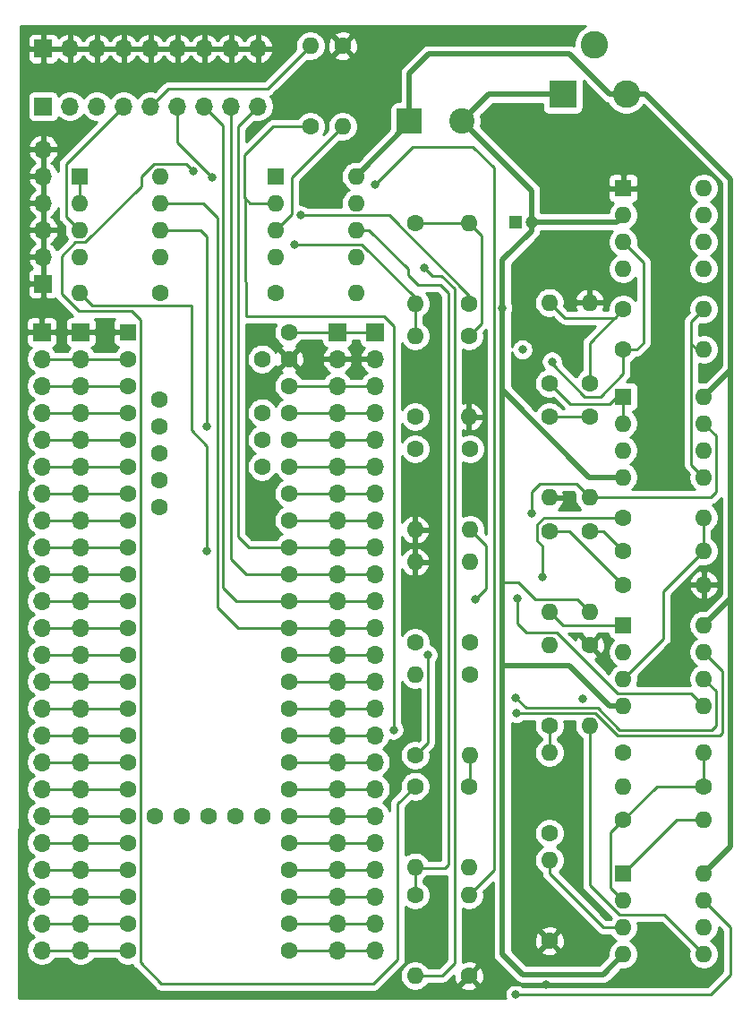
<source format=gbr>
%TF.GenerationSoftware,KiCad,Pcbnew,(5.1.10)-1*%
%TF.CreationDate,2023-07-22T23:02:34-04:00*%
%TF.ProjectId,dynamic clamp pcb,64796e61-6d69-4632-9063-6c616d702070,rev?*%
%TF.SameCoordinates,Original*%
%TF.FileFunction,Copper,L1,Top*%
%TF.FilePolarity,Positive*%
%FSLAX46Y46*%
G04 Gerber Fmt 4.6, Leading zero omitted, Abs format (unit mm)*
G04 Created by KiCad (PCBNEW (5.1.10)-1) date 2023-07-22 23:02:34*
%MOMM*%
%LPD*%
G01*
G04 APERTURE LIST*
%TA.AperFunction,ComponentPad*%
%ADD10C,1.600000*%
%TD*%
%TA.AperFunction,ComponentPad*%
%ADD11O,1.600000X1.600000*%
%TD*%
%TA.AperFunction,ComponentPad*%
%ADD12R,2.400000X2.400000*%
%TD*%
%TA.AperFunction,ComponentPad*%
%ADD13C,2.400000*%
%TD*%
%TA.AperFunction,ComponentPad*%
%ADD14R,1.200000X1.200000*%
%TD*%
%TA.AperFunction,ComponentPad*%
%ADD15C,1.200000*%
%TD*%
%TA.AperFunction,ComponentPad*%
%ADD16R,1.700000X1.700000*%
%TD*%
%TA.AperFunction,ComponentPad*%
%ADD17O,1.700000X1.700000*%
%TD*%
%TA.AperFunction,ComponentPad*%
%ADD18R,2.600000X2.600000*%
%TD*%
%TA.AperFunction,ComponentPad*%
%ADD19C,2.600000*%
%TD*%
%TA.AperFunction,ComponentPad*%
%ADD20R,1.600000X1.600000*%
%TD*%
%TA.AperFunction,ViaPad*%
%ADD21C,0.800000*%
%TD*%
%TA.AperFunction,Conductor*%
%ADD22C,0.518000*%
%TD*%
%TA.AperFunction,Conductor*%
%ADD23C,0.250000*%
%TD*%
%TA.AperFunction,Conductor*%
%ADD24C,0.254000*%
%TD*%
%TA.AperFunction,Conductor*%
%ADD25C,0.100000*%
%TD*%
G04 APERTURE END LIST*
D10*
%TO.P,10k,1*%
%TO.N,Net-(R27-Pad1)*%
X56515000Y-140081000D03*
D11*
%TO.P,10k,2*%
%TO.N,GND*%
X56515000Y-132461000D03*
%TD*%
%TO.P,10k,2*%
%TO.N,Net-(R11-Pad2)*%
X83820000Y-150495000D03*
D10*
%TO.P,10k,1*%
%TO.N,Net-(R10-Pad2)*%
X76200000Y-150495000D03*
%TD*%
D12*
%TO.P,200uF,1*%
%TO.N,+9V*%
X55960000Y-90805000D03*
D13*
%TO.P,200uF,2*%
%TO.N,-9V*%
X60960000Y-90805000D03*
%TD*%
D14*
%TO.P,1uF,1*%
%TO.N,Net-(C2-Pad1)*%
X66040000Y-100330000D03*
D15*
%TO.P,1uF,2*%
%TO.N,-9V*%
X67540000Y-100330000D03*
%TD*%
D16*
%TO.P,J1,1*%
%TO.N,GND*%
X21336000Y-106172000D03*
D17*
%TO.P,J1,2*%
X21336000Y-103632000D03*
%TO.P,J1,3*%
X21336000Y-101092000D03*
%TO.P,J1,4*%
X21336000Y-98552000D03*
%TO.P,J1,5*%
X21336000Y-96012000D03*
%TO.P,J1,6*%
X21336000Y-93472000D03*
%TD*%
D18*
%TO.P,J2,1*%
%TO.N,-9V*%
X70485000Y-88265000D03*
D19*
%TO.P,J2,2*%
%TO.N,+9V*%
X76485000Y-88265000D03*
%TO.P,J2,3*%
%TO.N,N/C*%
X73485000Y-83565000D03*
%TD*%
D16*
%TO.P,J6,1*%
%TO.N,GND*%
X24892000Y-110744000D03*
D17*
%TO.P,J6,2*%
%TO.N,Net-(J6-Pad2)*%
X24892000Y-113284000D03*
%TO.P,J6,3*%
%TO.N,Net-(J6-Pad3)*%
X24892000Y-115824000D03*
%TO.P,J6,4*%
%TO.N,Net-(J6-Pad4)*%
X24892000Y-118364000D03*
%TO.P,J6,5*%
%TO.N,Net-(J6-Pad5)*%
X24892000Y-120904000D03*
%TO.P,J6,6*%
%TO.N,Net-(J6-Pad6)*%
X24892000Y-123444000D03*
%TO.P,J6,7*%
%TO.N,Net-(J6-Pad7)*%
X24892000Y-125984000D03*
%TO.P,J6,8*%
%TO.N,Net-(J6-Pad8)*%
X24892000Y-128524000D03*
%TO.P,J6,9*%
%TO.N,Net-(J6-Pad9)*%
X24892000Y-131064000D03*
%TO.P,J6,10*%
%TO.N,Net-(J6-Pad10)*%
X24892000Y-133604000D03*
%TO.P,J6,11*%
%TO.N,Net-(J6-Pad11)*%
X24892000Y-136144000D03*
%TO.P,J6,12*%
%TO.N,Net-(J6-Pad12)*%
X24892000Y-138684000D03*
%TO.P,J6,13*%
%TO.N,Net-(J6-Pad13)*%
X24892000Y-141224000D03*
%TO.P,J6,14*%
%TO.N,Net-(J6-Pad14)*%
X24892000Y-143764000D03*
%TO.P,J6,15*%
%TO.N,Net-(J6-Pad15)*%
X24892000Y-146304000D03*
%TO.P,J6,16*%
%TO.N,Net-(J6-Pad16)*%
X24892000Y-148844000D03*
%TO.P,J6,17*%
%TO.N,Net-(J6-Pad17)*%
X24892000Y-151384000D03*
%TO.P,J6,18*%
%TO.N,Net-(J6-Pad18)*%
X24892000Y-153924000D03*
%TO.P,J6,19*%
%TO.N,Net-(J6-Pad19)*%
X24892000Y-156464000D03*
%TO.P,J6,20*%
%TO.N,Net-(J6-Pad20)*%
X24892000Y-159004000D03*
%TO.P,J6,21*%
%TO.N,Net-(J6-Pad21)*%
X24892000Y-161544000D03*
%TO.P,J6,22*%
%TO.N,Net-(J6-Pad22)*%
X24892000Y-164084000D03*
%TO.P,J6,23*%
%TO.N,Net-(J6-Pad23)*%
X24892000Y-166624000D03*
%TO.P,J6,24*%
%TO.N,Net-(J6-Pad24)*%
X24892000Y-169164000D03*
%TD*%
%TO.P,J7,24*%
%TO.N,Net-(J7-Pad24)*%
X49149000Y-169164000D03*
%TO.P,J7,23*%
%TO.N,Net-(J7-Pad23)*%
X49149000Y-166624000D03*
%TO.P,J7,22*%
%TO.N,Net-(J7-Pad22)*%
X49149000Y-164084000D03*
%TO.P,J7,21*%
%TO.N,Net-(J7-Pad21)*%
X49149000Y-161544000D03*
%TO.P,J7,20*%
%TO.N,Net-(J7-Pad20)*%
X49149000Y-159004000D03*
%TO.P,J7,19*%
%TO.N,Net-(J7-Pad19)*%
X49149000Y-156464000D03*
%TO.P,J7,18*%
%TO.N,Net-(J7-Pad18)*%
X49149000Y-153924000D03*
%TO.P,J7,17*%
%TO.N,VDACCh1*%
X49149000Y-151384000D03*
%TO.P,J7,16*%
%TO.N,VDACCh2*%
X49149000Y-148844000D03*
%TO.P,J7,15*%
%TO.N,Net-(J7-Pad15)*%
X49149000Y-146304000D03*
%TO.P,J7,14*%
%TO.N,Net-(J7-Pad14)*%
X49149000Y-143764000D03*
%TO.P,J7,13*%
%TO.N,VinCh1*%
X49149000Y-141224000D03*
%TO.P,J7,12*%
%TO.N,VinCh2*%
X49149000Y-138684000D03*
%TO.P,J7,11*%
%TO.N,trig1*%
X49149000Y-136144000D03*
%TO.P,J7,10*%
%TO.N,trig2*%
X49149000Y-133604000D03*
%TO.P,J7,9*%
%TO.N,trig3*%
X49149000Y-131064000D03*
%TO.P,J7,8*%
%TO.N,Net-(J7-Pad8)*%
X49149000Y-128524000D03*
%TO.P,J7,7*%
%TO.N,Net-(J7-Pad7)*%
X49149000Y-125984000D03*
%TO.P,J7,6*%
%TO.N,Net-(J7-Pad6)*%
X49149000Y-123444000D03*
%TO.P,J7,5*%
%TO.N,Net-(J7-Pad5)*%
X49149000Y-120904000D03*
%TO.P,J7,4*%
%TO.N,Net-(J7-Pad4)*%
X49149000Y-118364000D03*
%TO.P,J7,3*%
%TO.N,Net-(J7-Pad3)*%
X49149000Y-115824000D03*
%TO.P,J7,2*%
%TO.N,GND*%
X49149000Y-113284000D03*
D16*
%TO.P,J7,1*%
%TO.N,Net-(J7-Pad1)*%
X49149000Y-110744000D03*
%TD*%
D11*
%TO.P,2.2k,2*%
%TO.N,Net-(R1-Pad2)*%
X69215000Y-107950000D03*
D10*
%TO.P,2.2k,1*%
%TO.N,Net-(R1-Pad1)*%
X69215000Y-115570000D03*
%TD*%
D11*
%TO.P,470,2*%
%TO.N,GND*%
X73025000Y-107950000D03*
D10*
%TO.P,470,1*%
%TO.N,Net-(R1-Pad2)*%
X73025000Y-115570000D03*
%TD*%
%TO.P,4.7k,1*%
%TO.N,Net-(R1-Pad2)*%
X76200000Y-108585000D03*
D11*
%TO.P,4.7k,2*%
%TO.N,Net-(R3-Pad2)*%
X83820000Y-108585000D03*
%TD*%
D10*
%TO.P,22k,1*%
%TO.N,+9V*%
X76200000Y-112395000D03*
D11*
%TO.P,22k,2*%
%TO.N,Net-(R3-Pad2)*%
X83820000Y-112395000D03*
%TD*%
%TO.P,10k,2*%
%TO.N,GND*%
X69215000Y-126365000D03*
D10*
%TO.P,10k,1*%
%TO.N,Net-(R5-Pad1)*%
X69215000Y-118745000D03*
%TD*%
%TO.P,100,1*%
%TO.N,Net-(R5-Pad1)*%
X73025000Y-118745000D03*
D11*
%TO.P,100,2*%
%TO.N,VinCh1*%
X73025000Y-126365000D03*
%TD*%
%TO.P,2.2k,2*%
%TO.N,Net-(R7-Pad2)*%
X83820000Y-128270000D03*
D10*
%TO.P,2.2k,1*%
%TO.N,VDACCh1*%
X76200000Y-128270000D03*
%TD*%
%TO.P,10k,1*%
%TO.N,Net-(R18-Pad1)*%
X76200000Y-131445000D03*
D11*
%TO.P,10k,2*%
%TO.N,Net-(R7-Pad2)*%
X83820000Y-131445000D03*
%TD*%
D10*
%TO.P,10k,1*%
%TO.N,Net-(R10-Pad1)*%
X76200000Y-134620000D03*
D11*
%TO.P,10k,2*%
%TO.N,GND*%
X83820000Y-134620000D03*
%TD*%
%TO.P,10k,2*%
%TO.N,Net-(R10-Pad2)*%
X69215000Y-137160000D03*
D10*
%TO.P,10k,1*%
%TO.N,Net-(R10-Pad1)*%
X69215000Y-129540000D03*
%TD*%
%TO.P,10k,1*%
%TO.N,Net-(R11-Pad2)*%
X83820000Y-153670000D03*
D11*
%TO.P,10k,2*%
%TO.N,VDAQCh1*%
X76200000Y-153670000D03*
%TD*%
%TO.P,10k,2*%
%TO.N,Net-(R13-Pad2)*%
X83820000Y-156845000D03*
D10*
%TO.P,10k,1*%
%TO.N,Net-(R11-Pad2)*%
X76200000Y-156845000D03*
%TD*%
%TO.P,4.7k,1*%
%TO.N,GND*%
X69215000Y-168275000D03*
D11*
%TO.P,4.7k,2*%
%TO.N,Net-(R14-Pad2)*%
X69215000Y-160655000D03*
%TD*%
D10*
%TO.P,10k,1*%
%TO.N,Net-(R13-Pad2)*%
X69215000Y-158115000D03*
D11*
%TO.P,10k,2*%
%TO.N,Net-(R15-Pad2)*%
X69215000Y-150495000D03*
%TD*%
D10*
%TO.P,10k,1*%
%TO.N,Net-(R15-Pad2)*%
X69215000Y-147955000D03*
D11*
%TO.P,10k,2*%
%TO.N,VampCh1*%
X69215000Y-140335000D03*
%TD*%
%TO.P,4.7k,2*%
%TO.N,Net-(R17-Pad2)*%
X73025000Y-147955000D03*
D10*
%TO.P,4.7k,1*%
%TO.N,GND*%
X73025000Y-140335000D03*
%TD*%
D11*
%TO.P,2.2k,2*%
%TO.N,-9V*%
X73025000Y-137160000D03*
D10*
%TO.P,2.2k,1*%
%TO.N,Net-(R18-Pad1)*%
X73025000Y-129540000D03*
%TD*%
D11*
%TO.P,LM358,8*%
%TO.N,+9V*%
X83820000Y-116840000D03*
%TO.P,LM358,4*%
%TO.N,-9V*%
X76200000Y-124460000D03*
%TO.P,LM358,7*%
%TO.N,VinCh1*%
X83820000Y-119380000D03*
%TO.P,LM358,3*%
%TO.N,VmCh1*%
X76200000Y-121920000D03*
%TO.P,LM358,6*%
%TO.N,Net-(R5-Pad1)*%
X83820000Y-121920000D03*
%TO.P,LM358,2*%
%TO.N,Net-(R1-Pad1)*%
X76200000Y-119380000D03*
%TO.P,LM358,5*%
%TO.N,Net-(R3-Pad2)*%
X83820000Y-124460000D03*
D20*
%TO.P,LM358,1*%
%TO.N,Net-(R1-Pad1)*%
X76200000Y-116840000D03*
%TD*%
%TO.P,LM358,1*%
%TO.N,Net-(R10-Pad2)*%
X76200000Y-138430000D03*
D11*
%TO.P,LM358,5*%
%TO.N,Net-(R25-Pad2)*%
X83820000Y-146050000D03*
%TO.P,LM358,2*%
%TO.N,Net-(R10-Pad1)*%
X76200000Y-140970000D03*
%TO.P,LM358,6*%
%TO.N,Net-(R27-Pad1)*%
X83820000Y-143510000D03*
%TO.P,LM358,3*%
%TO.N,Net-(R7-Pad2)*%
X76200000Y-143510000D03*
%TO.P,LM358,7*%
%TO.N,Net-(R28-Pad2)*%
X83820000Y-140970000D03*
%TO.P,LM358,4*%
%TO.N,-9V*%
X76200000Y-146050000D03*
%TO.P,LM358,8*%
%TO.N,+9V*%
X83820000Y-138430000D03*
%TD*%
D20*
%TO.P,LM358,1*%
%TO.N,Net-(R13-Pad2)*%
X76200000Y-161925000D03*
D11*
%TO.P,LM358,5*%
%TO.N,Net-(R17-Pad2)*%
X83820000Y-169545000D03*
%TO.P,LM358,2*%
%TO.N,Net-(R11-Pad2)*%
X76200000Y-164465000D03*
%TO.P,LM358,6*%
%TO.N,Net-(R15-Pad2)*%
X83820000Y-167005000D03*
%TO.P,LM358,3*%
%TO.N,Net-(R14-Pad2)*%
X76200000Y-167005000D03*
%TO.P,LM358,7*%
%TO.N,VampCh1*%
X83820000Y-164465000D03*
%TO.P,LM358,4*%
%TO.N,-9V*%
X76200000Y-169545000D03*
%TO.P,LM358,8*%
%TO.N,+9V*%
X83820000Y-161925000D03*
%TD*%
%TO.P,TLE2426,8*%
%TO.N,Net-(C2-Pad1)*%
X83820000Y-97155000D03*
%TO.P,TLE2426,4*%
%TO.N,N/C*%
X76200000Y-104775000D03*
%TO.P,TLE2426,7*%
X83820000Y-99695000D03*
%TO.P,TLE2426,3*%
%TO.N,+9V*%
X76200000Y-102235000D03*
%TO.P,TLE2426,6*%
%TO.N,N/C*%
X83820000Y-102235000D03*
%TO.P,TLE2426,2*%
%TO.N,-9V*%
X76200000Y-99695000D03*
%TO.P,TLE2426,5*%
%TO.N,N/C*%
X83820000Y-104775000D03*
D20*
%TO.P,TLE2426,1*%
%TO.N,GND*%
X76200000Y-97155000D03*
%TD*%
D10*
%TO.P,U5,17*%
%TO.N,Net-(J6-Pad17)*%
X29337000Y-151384000D03*
%TO.P,U5,18*%
%TO.N,Net-(J6-Pad18)*%
X29337000Y-153924000D03*
%TO.P,U5,19*%
%TO.N,Net-(J6-Pad19)*%
X29337000Y-156464000D03*
%TO.P,U5,20*%
%TO.N,Net-(J6-Pad20)*%
X29337000Y-159004000D03*
%TO.P,U5,16*%
%TO.N,Net-(J6-Pad16)*%
X29337000Y-148844000D03*
%TO.P,U5,15*%
%TO.N,Net-(J6-Pad15)*%
X29337000Y-146304000D03*
%TO.P,U5,14*%
%TO.N,Net-(J6-Pad14)*%
X29337000Y-143764000D03*
%TO.P,U5,21*%
%TO.N,Net-(J6-Pad21)*%
X29337000Y-161544000D03*
%TO.P,U5,22*%
%TO.N,Net-(J6-Pad22)*%
X29337000Y-164084000D03*
%TO.P,U5,23*%
%TO.N,Net-(J6-Pad23)*%
X29337000Y-166624000D03*
%TO.P,U5,24*%
%TO.N,Net-(J6-Pad24)*%
X29337000Y-169164000D03*
%TO.P,U5,25*%
%TO.N,N/C*%
X31877000Y-156464000D03*
%TO.P,U5,26*%
X34417000Y-156464000D03*
%TO.P,U5,27*%
X36957000Y-156464000D03*
%TO.P,U5,28*%
X39497000Y-156464000D03*
%TO.P,U5,29*%
X42037000Y-156464000D03*
%TO.P,U5,30*%
%TO.N,Net-(J7-Pad24)*%
X44577000Y-169164000D03*
%TO.P,U5,31*%
%TO.N,Net-(J7-Pad23)*%
X44577000Y-166624000D03*
%TO.P,U5,32*%
%TO.N,Net-(J7-Pad22)*%
X44577000Y-164084000D03*
%TO.P,U5,33*%
%TO.N,Net-(J7-Pad21)*%
X44577000Y-161544000D03*
%TO.P,U5,34*%
%TO.N,Net-(J7-Pad20)*%
X44577000Y-159004000D03*
%TO.P,U5,35*%
%TO.N,Net-(J7-Pad19)*%
X44577000Y-156464000D03*
%TO.P,U5,36*%
%TO.N,Net-(J7-Pad18)*%
X44577000Y-153924000D03*
%TO.P,U5,37*%
%TO.N,VDACCh1*%
X44577000Y-151384000D03*
%TO.P,U5,13*%
%TO.N,Net-(J6-Pad13)*%
X29337000Y-141224000D03*
%TO.P,U5,12*%
%TO.N,Net-(J6-Pad12)*%
X29337000Y-138684000D03*
%TO.P,U5,11*%
%TO.N,Net-(J6-Pad11)*%
X29337000Y-136144000D03*
%TO.P,U5,10*%
%TO.N,Net-(J6-Pad10)*%
X29337000Y-133604000D03*
%TO.P,U5,9*%
%TO.N,Net-(J6-Pad9)*%
X29337000Y-131064000D03*
%TO.P,U5,8*%
%TO.N,Net-(J6-Pad8)*%
X29337000Y-128524000D03*
%TO.P,U5,7*%
%TO.N,Net-(J6-Pad7)*%
X29337000Y-125984000D03*
%TO.P,U5,6*%
%TO.N,Net-(J6-Pad6)*%
X29337000Y-123444000D03*
%TO.P,U5,5*%
%TO.N,Net-(J6-Pad5)*%
X29337000Y-120904000D03*
%TO.P,U5,4*%
%TO.N,Net-(J6-Pad4)*%
X29337000Y-118364000D03*
%TO.P,U5,3*%
%TO.N,Net-(J6-Pad3)*%
X29337000Y-115824000D03*
%TO.P,U5,2*%
%TO.N,Net-(J6-Pad2)*%
X29337000Y-113284000D03*
D20*
%TO.P,U5,1*%
%TO.N,GND*%
X29337000Y-110744000D03*
D10*
%TO.P,U5,38*%
%TO.N,VDACCh2*%
X44577000Y-148844000D03*
%TO.P,U5,39*%
%TO.N,Net-(J7-Pad15)*%
X44577000Y-146304000D03*
%TO.P,U5,40*%
%TO.N,Net-(J7-Pad14)*%
X44577000Y-143764000D03*
%TO.P,U5,41*%
%TO.N,VinCh1*%
X44577000Y-141224000D03*
%TO.P,U5,42*%
%TO.N,VinCh2*%
X44577000Y-138684000D03*
%TO.P,U5,43*%
%TO.N,trig1*%
X44577000Y-136144000D03*
%TO.P,U5,44*%
%TO.N,trig2*%
X44577000Y-133604000D03*
%TO.P,U5,45*%
%TO.N,trig3*%
X44577000Y-131064000D03*
%TO.P,U5,46*%
%TO.N,Net-(J7-Pad8)*%
X44577000Y-128524000D03*
%TO.P,U5,47*%
%TO.N,Net-(J7-Pad7)*%
X44577000Y-125984000D03*
%TO.P,U5,48*%
%TO.N,Net-(J7-Pad6)*%
X44577000Y-123444000D03*
%TO.P,U5,49*%
%TO.N,Net-(J7-Pad5)*%
X44577000Y-120904000D03*
%TO.P,U5,50*%
%TO.N,Net-(J7-Pad4)*%
X44577000Y-118364000D03*
%TO.P,U5,51*%
%TO.N,Net-(J7-Pad3)*%
X44577000Y-115824000D03*
%TO.P,U5,52*%
%TO.N,GND*%
X44577000Y-113284000D03*
%TO.P,U5,53*%
%TO.N,Net-(J7-Pad1)*%
X44577000Y-110744000D03*
%TO.P,U5,54*%
%TO.N,N/C*%
X42037000Y-113284000D03*
%TO.P,U5,55*%
X42037000Y-118364000D03*
%TO.P,U5,56*%
X42037000Y-120904000D03*
%TO.P,U5,57*%
X42037000Y-123444000D03*
%TO.P,U5,58*%
X32337000Y-117094000D03*
%TO.P,U5,59*%
X32337000Y-119634000D03*
%TO.P,U5,60*%
X32337000Y-122174000D03*
%TO.P,U5,61*%
X32337000Y-124714000D03*
%TO.P,U5,62*%
X32337000Y-127254000D03*
%TD*%
D17*
%TO.P,IN,9*%
%TO.N,trig3*%
X41656000Y-89408000D03*
%TO.P,IN,8*%
%TO.N,trig2*%
X39116000Y-89408000D03*
%TO.P,IN,7*%
%TO.N,trig1*%
X36576000Y-89408000D03*
%TO.P,IN,6*%
%TO.N,VampCh2*%
X34036000Y-89408000D03*
%TO.P,IN,5*%
%TO.N,VDAQCh2*%
X31496000Y-89408000D03*
%TO.P,IN,4*%
%TO.N,VmCh2*%
X28956000Y-89408000D03*
%TO.P,IN,3*%
%TO.N,VampCh1*%
X26416000Y-89408000D03*
%TO.P,IN,2*%
%TO.N,VDAQCh1*%
X23876000Y-89408000D03*
D16*
%TO.P,IN,1*%
%TO.N,VmCh1*%
X21336000Y-89408000D03*
%TD*%
%TO.P,GND,1*%
%TO.N,GND*%
X21336000Y-83947000D03*
D17*
%TO.P,GND,2*%
X23876000Y-83947000D03*
%TO.P,GND,3*%
X26416000Y-83947000D03*
%TO.P,GND,4*%
X28956000Y-83947000D03*
%TO.P,GND,5*%
X31496000Y-83947000D03*
%TO.P,GND,6*%
X34036000Y-83947000D03*
%TO.P,GND,7*%
X36576000Y-83947000D03*
%TO.P,GND,8*%
X39116000Y-83947000D03*
%TO.P,GND,9*%
X41656000Y-83947000D03*
%TD*%
%TO.P,GND,24*%
%TO.N,Net-(J6-Pad24)*%
X21209000Y-169164000D03*
%TO.P,GND,23*%
%TO.N,Net-(J6-Pad23)*%
X21209000Y-166624000D03*
%TO.P,GND,22*%
%TO.N,Net-(J6-Pad22)*%
X21209000Y-164084000D03*
%TO.P,GND,21*%
%TO.N,Net-(J6-Pad21)*%
X21209000Y-161544000D03*
%TO.P,GND,20*%
%TO.N,Net-(J6-Pad20)*%
X21209000Y-159004000D03*
%TO.P,GND,19*%
%TO.N,Net-(J6-Pad19)*%
X21209000Y-156464000D03*
%TO.P,GND,18*%
%TO.N,Net-(J6-Pad18)*%
X21209000Y-153924000D03*
%TO.P,GND,17*%
%TO.N,Net-(J6-Pad17)*%
X21209000Y-151384000D03*
%TO.P,GND,16*%
%TO.N,Net-(J6-Pad16)*%
X21209000Y-148844000D03*
%TO.P,GND,15*%
%TO.N,Net-(J6-Pad15)*%
X21209000Y-146304000D03*
%TO.P,GND,14*%
%TO.N,Net-(J6-Pad14)*%
X21209000Y-143764000D03*
%TO.P,GND,13*%
%TO.N,Net-(J6-Pad13)*%
X21209000Y-141224000D03*
%TO.P,GND,12*%
%TO.N,Net-(J6-Pad12)*%
X21209000Y-138684000D03*
%TO.P,GND,11*%
%TO.N,Net-(J6-Pad11)*%
X21209000Y-136144000D03*
%TO.P,GND,10*%
%TO.N,Net-(J6-Pad10)*%
X21209000Y-133604000D03*
%TO.P,GND,9*%
%TO.N,Net-(J6-Pad9)*%
X21209000Y-131064000D03*
%TO.P,GND,8*%
%TO.N,Net-(J6-Pad8)*%
X21209000Y-128524000D03*
%TO.P,GND,7*%
%TO.N,Net-(J6-Pad7)*%
X21209000Y-125984000D03*
%TO.P,GND,6*%
%TO.N,Net-(J6-Pad6)*%
X21209000Y-123444000D03*
%TO.P,GND,5*%
%TO.N,Net-(J6-Pad5)*%
X21209000Y-120904000D03*
%TO.P,GND,4*%
%TO.N,Net-(J6-Pad4)*%
X21209000Y-118364000D03*
%TO.P,GND,3*%
%TO.N,Net-(J6-Pad3)*%
X21209000Y-115824000D03*
%TO.P,GND,2*%
%TO.N,Net-(J6-Pad2)*%
X21209000Y-113284000D03*
D16*
%TO.P,GND,1*%
%TO.N,GND*%
X21209000Y-110744000D03*
%TD*%
D17*
%TO.P,J9,24*%
%TO.N,Net-(J7-Pad24)*%
X52705000Y-169164000D03*
%TO.P,J9,23*%
%TO.N,Net-(J7-Pad23)*%
X52705000Y-166624000D03*
%TO.P,J9,22*%
%TO.N,Net-(J7-Pad22)*%
X52705000Y-164084000D03*
%TO.P,J9,21*%
%TO.N,Net-(J7-Pad21)*%
X52705000Y-161544000D03*
%TO.P,J9,20*%
%TO.N,Net-(J7-Pad20)*%
X52705000Y-159004000D03*
%TO.P,J9,19*%
%TO.N,Net-(J7-Pad19)*%
X52705000Y-156464000D03*
%TO.P,J9,18*%
%TO.N,Net-(J7-Pad18)*%
X52705000Y-153924000D03*
%TO.P,J9,17*%
%TO.N,VDACCh1*%
X52705000Y-151384000D03*
%TO.P,J9,16*%
%TO.N,VDACCh2*%
X52705000Y-148844000D03*
%TO.P,J9,15*%
%TO.N,Net-(J7-Pad15)*%
X52705000Y-146304000D03*
%TO.P,J9,14*%
%TO.N,Net-(J7-Pad14)*%
X52705000Y-143764000D03*
%TO.P,J9,13*%
%TO.N,VinCh1*%
X52705000Y-141224000D03*
%TO.P,J9,12*%
%TO.N,VinCh2*%
X52705000Y-138684000D03*
%TO.P,J9,11*%
%TO.N,trig1*%
X52705000Y-136144000D03*
%TO.P,J9,10*%
%TO.N,trig2*%
X52705000Y-133604000D03*
%TO.P,J9,9*%
%TO.N,trig3*%
X52705000Y-131064000D03*
%TO.P,J9,8*%
%TO.N,Net-(J7-Pad8)*%
X52705000Y-128524000D03*
%TO.P,J9,7*%
%TO.N,Net-(J7-Pad7)*%
X52705000Y-125984000D03*
%TO.P,J9,6*%
%TO.N,Net-(J7-Pad6)*%
X52705000Y-123444000D03*
%TO.P,J9,5*%
%TO.N,Net-(J7-Pad5)*%
X52705000Y-120904000D03*
%TO.P,J9,4*%
%TO.N,Net-(J7-Pad4)*%
X52705000Y-118364000D03*
%TO.P,J9,3*%
%TO.N,Net-(J7-Pad3)*%
X52705000Y-115824000D03*
%TO.P,J9,2*%
%TO.N,GND*%
X52705000Y-113284000D03*
D16*
%TO.P,J9,1*%
%TO.N,Net-(J7-Pad1)*%
X52705000Y-110744000D03*
%TD*%
D11*
%TO.P,2.2k,2*%
%TO.N,Net-(R19-Pad2)*%
X61595000Y-100457000D03*
D10*
%TO.P,2.2k,1*%
%TO.N,Net-(R19-Pad1)*%
X61595000Y-108077000D03*
%TD*%
D11*
%TO.P,470,2*%
%TO.N,GND*%
X61595000Y-118745000D03*
D10*
%TO.P,470,1*%
%TO.N,Net-(R19-Pad2)*%
X61595000Y-111125000D03*
%TD*%
%TO.P,4.7k,1*%
%TO.N,Net-(R19-Pad2)*%
X56515000Y-100457000D03*
D11*
%TO.P,4.7k,2*%
%TO.N,Net-(R21-Pad2)*%
X56515000Y-108077000D03*
%TD*%
D10*
%TO.P,22k,1*%
%TO.N,+9V*%
X56515000Y-118745000D03*
D11*
%TO.P,22k,2*%
%TO.N,Net-(R21-Pad2)*%
X56515000Y-111125000D03*
%TD*%
D10*
%TO.P,10k,1*%
%TO.N,Net-(R23-Pad1)*%
X56515000Y-121793000D03*
D11*
%TO.P,10k,2*%
%TO.N,GND*%
X56515000Y-129413000D03*
%TD*%
%TO.P,100,2*%
%TO.N,VinCh2*%
X61722000Y-129413000D03*
D10*
%TO.P,100,1*%
%TO.N,Net-(R23-Pad1)*%
X61722000Y-121793000D03*
%TD*%
D11*
%TO.P,2.2k,2*%
%TO.N,Net-(R25-Pad2)*%
X61722000Y-132461000D03*
D10*
%TO.P,2.2k,1*%
%TO.N,VDACCh2*%
X61722000Y-140081000D03*
%TD*%
%TO.P,10k,1*%
%TO.N,Net-(R26-Pad1)*%
X32385000Y-107061000D03*
D11*
%TO.P,10k,2*%
%TO.N,Net-(R25-Pad2)*%
X24765000Y-107061000D03*
%TD*%
%TO.P,10k,2*%
%TO.N,Net-(R28-Pad2)*%
X56515000Y-143129000D03*
D10*
%TO.P,10k,1*%
%TO.N,Net-(R27-Pad1)*%
X56515000Y-150749000D03*
%TD*%
%TO.P,10k,1*%
%TO.N,Net-(R28-Pad2)*%
X61722000Y-143129000D03*
D11*
%TO.P,10k,2*%
%TO.N,Net-(R29-Pad2)*%
X61722000Y-150749000D03*
%TD*%
%TO.P,10k,2*%
%TO.N,VDAQCh2*%
X46609000Y-83693000D03*
D10*
%TO.P,10k,1*%
%TO.N,Net-(R29-Pad2)*%
X46609000Y-91313000D03*
%TD*%
%TO.P,10k,1*%
%TO.N,Net-(R29-Pad2)*%
X61595000Y-153670000D03*
D11*
%TO.P,10k,2*%
%TO.N,Net-(R31-Pad2)*%
X61595000Y-161290000D03*
%TD*%
%TO.P,4.7k,2*%
%TO.N,Net-(R32-Pad2)*%
X49657000Y-91313000D03*
D10*
%TO.P,4.7k,1*%
%TO.N,GND*%
X49657000Y-83693000D03*
%TD*%
%TO.P,10k,1*%
%TO.N,Net-(R31-Pad2)*%
X56515000Y-153670000D03*
D11*
%TO.P,10k,2*%
%TO.N,Net-(R33-Pad2)*%
X56515000Y-161290000D03*
%TD*%
D10*
%TO.P,10k,1*%
%TO.N,Net-(R33-Pad2)*%
X56515000Y-163957000D03*
D11*
%TO.P,10k,2*%
%TO.N,VampCh2*%
X56515000Y-171577000D03*
%TD*%
%TO.P,4.7k,2*%
%TO.N,Net-(R35-Pad2)*%
X61595000Y-163957000D03*
D10*
%TO.P,4.7k,1*%
%TO.N,GND*%
X61595000Y-171577000D03*
%TD*%
D11*
%TO.P,2.2k,2*%
%TO.N,-9V*%
X50927000Y-107061000D03*
D10*
%TO.P,2.2k,1*%
%TO.N,Net-(R26-Pad1)*%
X43307000Y-107061000D03*
%TD*%
D20*
%TO.P,LM358,1*%
%TO.N,Net-(R19-Pad1)*%
X24765000Y-96012000D03*
D11*
%TO.P,LM358,5*%
%TO.N,Net-(R21-Pad2)*%
X32385000Y-103632000D03*
%TO.P,LM358,2*%
%TO.N,Net-(R19-Pad1)*%
X24765000Y-98552000D03*
%TO.P,LM358,6*%
%TO.N,Net-(R23-Pad1)*%
X32385000Y-101092000D03*
%TO.P,LM358,3*%
%TO.N,VmCh2*%
X24765000Y-101092000D03*
%TO.P,LM358,7*%
%TO.N,VinCh2*%
X32385000Y-98552000D03*
%TO.P,LM358,4*%
%TO.N,-9V*%
X24765000Y-103632000D03*
%TO.P,LM358,8*%
%TO.N,+9V*%
X32385000Y-96012000D03*
%TD*%
%TO.P,LM358,8*%
%TO.N,+9V*%
X50927000Y-96012000D03*
%TO.P,LM358,4*%
%TO.N,-9V*%
X43307000Y-103632000D03*
%TO.P,LM358,7*%
%TO.N,VampCh2*%
X50927000Y-98552000D03*
%TO.P,LM358,3*%
%TO.N,Net-(R32-Pad2)*%
X43307000Y-101092000D03*
%TO.P,LM358,6*%
%TO.N,Net-(R33-Pad2)*%
X50927000Y-101092000D03*
%TO.P,LM358,2*%
%TO.N,Net-(R29-Pad2)*%
X43307000Y-98552000D03*
%TO.P,LM358,5*%
%TO.N,Net-(R35-Pad2)*%
X50927000Y-103632000D03*
D20*
%TO.P,LM358,1*%
%TO.N,Net-(R31-Pad2)*%
X43307000Y-96012000D03*
%TD*%
D21*
%TO.N,*%
X66675000Y-112395000D03*
X72390000Y-145415000D03*
%TO.N,VinCh2*%
X62230000Y-136017000D03*
%TO.N,+9V*%
X69469000Y-113538000D03*
%TO.N,VampCh2*%
X57404000Y-104648000D03*
%TO.N,Net-(R27-Pad1)*%
X66040000Y-145288000D03*
%TO.N,Net-(R25-Pad2)*%
X66167000Y-135890000D03*
%TO.N,VampCh2*%
X37338000Y-96139000D03*
%TO.N,-9V*%
X64770000Y-108458000D03*
%TO.N,VampCh1*%
X66040000Y-173355000D03*
%TO.N,VinCh1*%
X67564000Y-127889000D03*
%TO.N,VDACCh1*%
X68580000Y-133858000D03*
%TO.N,GND*%
X68871999Y-172376999D03*
%TO.N,Net-(R19-Pad1)*%
X45687999Y-99727001D03*
%TO.N,Net-(R21-Pad2)*%
X45117001Y-102456999D03*
%TO.N,Net-(R23-Pad1)*%
X36830000Y-119634000D03*
%TO.N,Net-(R25-Pad2)*%
X36830000Y-131445000D03*
%TO.N,Net-(R27-Pad1)*%
X57690001Y-141256001D03*
%TO.N,Net-(R28-Pad2)*%
X66072001Y-146779999D03*
%TO.N,Net-(R29-Pad2)*%
X54483000Y-148336000D03*
%TO.N,Net-(R31-Pad2)*%
X35560000Y-95504000D03*
%TO.N,Net-(R35-Pad2)*%
X52705000Y-96774000D03*
%TD*%
D22*
%TO.N,+9V*%
X78323477Y-88265000D02*
X86360000Y-96301523D01*
X76485000Y-88265000D02*
X78323477Y-88265000D01*
X86360000Y-114300000D02*
X83820000Y-116840000D01*
X86360000Y-96301523D02*
X86360000Y-114300000D01*
X86360000Y-135890000D02*
X86360000Y-114300000D01*
X83820000Y-138430000D02*
X86360000Y-135890000D01*
X86360000Y-159385000D02*
X86360000Y-135890000D01*
X83820000Y-161925000D02*
X86360000Y-159385000D01*
D23*
X77470000Y-112395000D02*
X76200000Y-112395000D01*
X78105000Y-111760000D02*
X77470000Y-112395000D01*
X78105000Y-104140000D02*
X78105000Y-111760000D01*
X76200000Y-102235000D02*
X78105000Y-104140000D01*
D22*
X55960000Y-86280000D02*
X55960000Y-90805000D01*
X57785000Y-84455000D02*
X55960000Y-86280000D01*
X71120000Y-84455000D02*
X57785000Y-84455000D01*
X74930000Y-88265000D02*
X71120000Y-84455000D01*
X76485000Y-88265000D02*
X74930000Y-88265000D01*
X55960000Y-90979000D02*
X50927000Y-96012000D01*
X55960000Y-90805000D02*
X55960000Y-90979000D01*
D23*
X76200000Y-112395000D02*
X76200000Y-114681000D01*
X76200000Y-114681000D02*
X74041000Y-116840000D01*
X74041000Y-116840000D02*
X72555998Y-116840000D01*
X69469000Y-113753002D02*
X69469000Y-113538000D01*
X72555998Y-116840000D02*
X69469000Y-113753002D01*
D22*
%TO.N,-9V*%
X63500000Y-88265000D02*
X60960000Y-90805000D01*
X70485000Y-88265000D02*
X63500000Y-88265000D01*
X67540000Y-97385000D02*
X67540000Y-100330000D01*
X60960000Y-90805000D02*
X67540000Y-97385000D01*
X75565000Y-100330000D02*
X76200000Y-99695000D01*
X74295000Y-100330000D02*
X75565000Y-100330000D01*
X73025000Y-100330000D02*
X74295000Y-100330000D01*
X67540000Y-100330000D02*
X73025000Y-100330000D01*
X67540000Y-101178528D02*
X64770000Y-103948528D01*
X67540000Y-100330000D02*
X67540000Y-101178528D01*
X72992678Y-124460000D02*
X76200000Y-124460000D01*
X64770000Y-116237322D02*
X72992678Y-124460000D01*
X64770000Y-103948528D02*
X64770000Y-116237322D01*
X76200000Y-169545000D02*
X74295000Y-171450000D01*
X74295000Y-171450000D02*
X66675000Y-171450000D01*
X66675000Y-171450000D02*
X64770000Y-169545000D01*
X64770000Y-169545000D02*
X64770000Y-163830000D01*
X64770000Y-135890000D02*
X64770000Y-139065000D01*
X64770000Y-116237322D02*
X64770000Y-118110000D01*
X76200000Y-146050000D02*
X74930000Y-146050000D01*
X71120000Y-142240000D02*
X64770000Y-142240000D01*
X74930000Y-146050000D02*
X71120000Y-142240000D01*
X64770000Y-142240000D02*
X64770000Y-163830000D01*
X64770000Y-139065000D02*
X64770000Y-142240000D01*
D23*
X64770000Y-134366000D02*
X66294000Y-134366000D01*
D22*
X64770000Y-118110000D02*
X64770000Y-134366000D01*
X64770000Y-134366000D02*
X64770000Y-135890000D01*
D23*
X71849999Y-135984999D02*
X73025000Y-137160000D01*
X67912999Y-135984999D02*
X71849999Y-135984999D01*
X66294000Y-134366000D02*
X67912999Y-135984999D01*
%TO.N,Net-(R1-Pad2)*%
X75400001Y-109384999D02*
X76200000Y-108585000D01*
X70649999Y-109384999D02*
X75400001Y-109384999D01*
X69215000Y-107950000D02*
X70649999Y-109384999D01*
X73025000Y-111760000D02*
X73025000Y-115570000D01*
X76200000Y-108585000D02*
X73025000Y-111760000D01*
%TO.N,Net-(R1-Pad1)*%
X76200000Y-116840000D02*
X76200000Y-119380000D01*
X75627998Y-116840000D02*
X76200000Y-116840000D01*
X74897999Y-117569999D02*
X75627998Y-116840000D01*
X71214999Y-117569999D02*
X74897999Y-117569999D01*
X69215000Y-115570000D02*
X71214999Y-117569999D01*
%TO.N,Net-(R3-Pad2)*%
X82644999Y-123284999D02*
X83820000Y-124460000D01*
X83820000Y-108585000D02*
X82644999Y-109760001D01*
X83185000Y-112395000D02*
X82644999Y-111854999D01*
X83820000Y-112395000D02*
X83185000Y-112395000D01*
X82644999Y-111854999D02*
X82644999Y-123284999D01*
X82644999Y-109760001D02*
X82644999Y-111854999D01*
%TO.N,Net-(R5-Pad1)*%
X69215000Y-118745000D02*
X73025000Y-118745000D01*
%TO.N,Net-(R7-Pad2)*%
X83820000Y-128270000D02*
X83820000Y-131445000D01*
X83820000Y-131445000D02*
X80010000Y-135255000D01*
X80010000Y-139700000D02*
X76200000Y-143510000D01*
X80010000Y-135255000D02*
X80010000Y-139700000D01*
%TO.N,Net-(R18-Pad1)*%
X74295000Y-129540000D02*
X76200000Y-131445000D01*
X73025000Y-129540000D02*
X74295000Y-129540000D01*
%TO.N,Net-(R10-Pad1)*%
X71120000Y-129540000D02*
X76200000Y-134620000D01*
X69215000Y-129540000D02*
X71120000Y-129540000D01*
%TO.N,Net-(R10-Pad2)*%
X70485000Y-138430000D02*
X76200000Y-138430000D01*
X69215000Y-137160000D02*
X70485000Y-138430000D01*
%TO.N,Net-(R11-Pad2)*%
X83820000Y-150495000D02*
X83820000Y-153670000D01*
X79375000Y-153670000D02*
X76200000Y-156845000D01*
X83820000Y-153670000D02*
X79375000Y-153670000D01*
X75024999Y-163289999D02*
X76200000Y-164465000D01*
X75024999Y-158020001D02*
X75024999Y-163289999D01*
X76200000Y-156845000D02*
X75024999Y-158020001D01*
%TO.N,Net-(R13-Pad2)*%
X81280000Y-156845000D02*
X76200000Y-161925000D01*
X83820000Y-156845000D02*
X81280000Y-156845000D01*
%TO.N,Net-(R14-Pad2)*%
X74295000Y-167005000D02*
X76200000Y-167005000D01*
X69215000Y-161925000D02*
X74295000Y-167005000D01*
X69215000Y-160655000D02*
X69215000Y-161925000D01*
%TO.N,Net-(R15-Pad2)*%
X69215000Y-147955000D02*
X69215000Y-150495000D01*
%TO.N,Net-(R17-Pad2)*%
X80104999Y-165829999D02*
X83820000Y-169545000D01*
X75825997Y-165829999D02*
X80104999Y-165829999D01*
X73025000Y-163029002D02*
X75825997Y-165829999D01*
X73025000Y-147955000D02*
X73025000Y-163029002D01*
%TO.N,trig1*%
X44704000Y-136144000D02*
X49149000Y-136144000D01*
%TO.N,Net-(J6-Pad24)*%
X24892000Y-169164000D02*
X29337000Y-169164000D01*
X24892000Y-169164000D02*
X21209000Y-169164000D01*
%TO.N,Net-(J6-Pad23)*%
X24892000Y-166624000D02*
X29337000Y-166624000D01*
X21209000Y-166624000D02*
X24892000Y-166624000D01*
%TO.N,Net-(J6-Pad22)*%
X24892000Y-164084000D02*
X29337000Y-164084000D01*
X24892000Y-164084000D02*
X21209000Y-164084000D01*
%TO.N,Net-(J6-Pad21)*%
X24892000Y-161544000D02*
X29337000Y-161544000D01*
X21209000Y-161544000D02*
X24892000Y-161544000D01*
%TO.N,Net-(J6-Pad20)*%
X24892000Y-159004000D02*
X29337000Y-159004000D01*
X21209000Y-159004000D02*
X24892000Y-159004000D01*
%TO.N,Net-(J6-Pad19)*%
X24892000Y-156464000D02*
X29337000Y-156464000D01*
X21209000Y-156464000D02*
X24892000Y-156464000D01*
%TO.N,Net-(J6-Pad18)*%
X24892000Y-153924000D02*
X29337000Y-153924000D01*
X21209000Y-153924000D02*
X24892000Y-153924000D01*
%TO.N,Net-(J6-Pad17)*%
X28536002Y-151384000D02*
X29337000Y-151384000D01*
X24892000Y-151384000D02*
X28536002Y-151384000D01*
X21209000Y-151384000D02*
X24892000Y-151384000D01*
%TO.N,Net-(J6-Pad16)*%
X24892000Y-148844000D02*
X29337000Y-148844000D01*
X21209000Y-148844000D02*
X24892000Y-148844000D01*
%TO.N,Net-(J6-Pad15)*%
X24892000Y-146304000D02*
X29337000Y-146304000D01*
X21209000Y-146304000D02*
X24892000Y-146304000D01*
%TO.N,Net-(J6-Pad14)*%
X24892000Y-143764000D02*
X29337000Y-143764000D01*
X21209000Y-143764000D02*
X24892000Y-143764000D01*
%TO.N,Net-(J6-Pad13)*%
X24892000Y-141224000D02*
X29337000Y-141224000D01*
X21209000Y-141224000D02*
X24892000Y-141224000D01*
%TO.N,Net-(J6-Pad12)*%
X24892000Y-138684000D02*
X29337000Y-138684000D01*
X21209000Y-138684000D02*
X24892000Y-138684000D01*
%TO.N,Net-(J6-Pad11)*%
X24892000Y-136144000D02*
X29337000Y-136144000D01*
X21209000Y-136144000D02*
X24892000Y-136144000D01*
%TO.N,Net-(J6-Pad10)*%
X24892000Y-133604000D02*
X29337000Y-133604000D01*
X21209000Y-133604000D02*
X24892000Y-133604000D01*
%TO.N,Net-(J6-Pad9)*%
X24892000Y-131064000D02*
X29337000Y-131064000D01*
X21209000Y-131064000D02*
X24892000Y-131064000D01*
%TO.N,Net-(J6-Pad8)*%
X24892000Y-128524000D02*
X29337000Y-128524000D01*
X21209000Y-128524000D02*
X24892000Y-128524000D01*
%TO.N,Net-(J6-Pad7)*%
X24892000Y-125984000D02*
X29337000Y-125984000D01*
X21209000Y-125984000D02*
X24892000Y-125984000D01*
%TO.N,Net-(J6-Pad6)*%
X24892000Y-123444000D02*
X29337000Y-123444000D01*
X21209000Y-123444000D02*
X24892000Y-123444000D01*
%TO.N,Net-(J6-Pad5)*%
X24892000Y-120904000D02*
X29337000Y-120904000D01*
X24892000Y-120904000D02*
X21209000Y-120904000D01*
%TO.N,Net-(J6-Pad4)*%
X24892000Y-118364000D02*
X29337000Y-118364000D01*
X21209000Y-118364000D02*
X24892000Y-118364000D01*
%TO.N,Net-(J6-Pad3)*%
X24892000Y-115824000D02*
X29337000Y-115824000D01*
X24892000Y-115824000D02*
X21209000Y-115824000D01*
%TO.N,Net-(J6-Pad2)*%
X24892000Y-113284000D02*
X29337000Y-113284000D01*
X21209000Y-113284000D02*
X24892000Y-113284000D01*
%TO.N,Net-(J7-Pad1)*%
X44704000Y-110744000D02*
X49149000Y-110744000D01*
X49149000Y-110744000D02*
X52705000Y-110744000D01*
%TO.N,Net-(J7-Pad3)*%
X44704000Y-115824000D02*
X49149000Y-115824000D01*
X49149000Y-115824000D02*
X52705000Y-115824000D01*
%TO.N,Net-(J7-Pad4)*%
X44704000Y-118364000D02*
X49149000Y-118364000D01*
X49149000Y-118364000D02*
X52705000Y-118364000D01*
%TO.N,Net-(J7-Pad5)*%
X44704000Y-120904000D02*
X49149000Y-120904000D01*
X49149000Y-120904000D02*
X52705000Y-120904000D01*
%TO.N,Net-(J7-Pad6)*%
X44704000Y-123444000D02*
X49149000Y-123444000D01*
X49149000Y-123444000D02*
X52705000Y-123444000D01*
%TO.N,Net-(J7-Pad7)*%
X44704000Y-125984000D02*
X49149000Y-125984000D01*
X49149000Y-125984000D02*
X52705000Y-125984000D01*
%TO.N,Net-(J7-Pad8)*%
X44704000Y-128524000D02*
X49149000Y-128524000D01*
X49149000Y-128524000D02*
X52705000Y-128524000D01*
%TO.N,trig3*%
X44704000Y-131064000D02*
X49149000Y-131064000D01*
%TO.N,trig2*%
X44704000Y-133604000D02*
X49149000Y-133604000D01*
%TO.N,VinCh2*%
X44704000Y-138684000D02*
X49149000Y-138684000D01*
%TO.N,VinCh1*%
X84995001Y-120555001D02*
X84995001Y-125824999D01*
X83820000Y-119380000D02*
X84995001Y-120555001D01*
X84455000Y-126365000D02*
X73025000Y-126365000D01*
X84995001Y-125824999D02*
X84455000Y-126365000D01*
X44704000Y-141224000D02*
X49149000Y-141224000D01*
%TO.N,Net-(J7-Pad14)*%
X44704000Y-143764000D02*
X49149000Y-143764000D01*
X49149000Y-143764000D02*
X52705000Y-143764000D01*
%TO.N,Net-(J7-Pad15)*%
X44704000Y-146304000D02*
X49149000Y-146304000D01*
X49149000Y-146304000D02*
X52705000Y-146304000D01*
%TO.N,VDACCh2*%
X44704000Y-148844000D02*
X49149000Y-148844000D01*
%TO.N,VDACCh1*%
X44704000Y-151384000D02*
X49149000Y-151384000D01*
%TO.N,Net-(J7-Pad18)*%
X44704000Y-153924000D02*
X49149000Y-153924000D01*
X49149000Y-153924000D02*
X52705000Y-153924000D01*
%TO.N,Net-(J7-Pad19)*%
X44704000Y-156464000D02*
X49149000Y-156464000D01*
X49149000Y-156464000D02*
X52705000Y-156464000D01*
%TO.N,Net-(J7-Pad20)*%
X44704000Y-159004000D02*
X49149000Y-159004000D01*
X49149000Y-159004000D02*
X52705000Y-159004000D01*
%TO.N,Net-(J7-Pad21)*%
X44704000Y-161544000D02*
X49149000Y-161544000D01*
X49149000Y-161544000D02*
X52705000Y-161544000D01*
%TO.N,Net-(J7-Pad22)*%
X44704000Y-164084000D02*
X49149000Y-164084000D01*
X49149000Y-164084000D02*
X52705000Y-164084000D01*
%TO.N,Net-(J7-Pad23)*%
X44704000Y-166624000D02*
X49149000Y-166624000D01*
X49149000Y-166624000D02*
X52705000Y-166624000D01*
%TO.N,Net-(J7-Pad24)*%
X44704000Y-169164000D02*
X49149000Y-169164000D01*
X49149000Y-169164000D02*
X52705000Y-169164000D01*
%TO.N,GND*%
X62394999Y-172376999D02*
X68871999Y-172376999D01*
X61595000Y-171577000D02*
X62394999Y-172376999D01*
X68871999Y-172376999D02*
X68871999Y-172376999D01*
%TO.N,trig3*%
X41656000Y-89408000D02*
X39751000Y-91313000D01*
X39751000Y-91313000D02*
X39751000Y-130048000D01*
X39751000Y-130048000D02*
X40767000Y-131064000D01*
X40767000Y-131064000D02*
X44577000Y-131064000D01*
X49149000Y-131064000D02*
X52705000Y-131064000D01*
%TO.N,trig2*%
X39116000Y-89408000D02*
X39116000Y-132207000D01*
X40513000Y-133604000D02*
X44577000Y-133604000D01*
X39116000Y-132207000D02*
X40513000Y-133604000D01*
X49149000Y-133604000D02*
X52705000Y-133604000D01*
%TO.N,trig1*%
X36576000Y-89408000D02*
X38354000Y-91186000D01*
X38354000Y-91186000D02*
X38354000Y-134874000D01*
X39624000Y-136144000D02*
X44577000Y-136144000D01*
X38354000Y-134874000D02*
X39624000Y-136144000D01*
X49149000Y-136144000D02*
X52705000Y-136144000D01*
%TO.N,VampCh2*%
X34036000Y-92837000D02*
X37338000Y-96139000D01*
X34036000Y-89408000D02*
X34036000Y-92837000D01*
X60230001Y-106618123D02*
X59021878Y-105410000D01*
X60230001Y-170401999D02*
X60230001Y-106618123D01*
X59055000Y-171577000D02*
X60230001Y-170401999D01*
X56515000Y-171577000D02*
X59055000Y-171577000D01*
X58166000Y-105410000D02*
X57404000Y-104648000D01*
X59021878Y-105410000D02*
X58166000Y-105410000D01*
%TO.N,VDAQCh2*%
X46609000Y-83693000D02*
X42545000Y-87757000D01*
X33147000Y-87757000D02*
X31496000Y-89408000D01*
X42545000Y-87757000D02*
X33147000Y-87757000D01*
%TO.N,VmCh2*%
X23495000Y-99822000D02*
X24765000Y-101092000D01*
X23495000Y-94869000D02*
X23495000Y-99822000D01*
X28956000Y-89408000D02*
X23495000Y-94869000D01*
%TO.N,VampCh1*%
X66040000Y-173355000D02*
X84455000Y-173355000D01*
X84474010Y-173335990D02*
X84455000Y-173335990D01*
X86360000Y-171450000D02*
X84474010Y-173335990D01*
X86360000Y-167005000D02*
X86360000Y-171450000D01*
X83820000Y-164465000D02*
X86360000Y-167005000D01*
%TO.N,VDACCh1*%
X49149000Y-151384000D02*
X52705000Y-151384000D01*
X68580000Y-130975998D02*
X68580000Y-133858000D01*
X68039999Y-130435997D02*
X68580000Y-130975998D01*
X68039999Y-128937001D02*
X68039999Y-130435997D01*
X68707000Y-128270000D02*
X68039999Y-128937001D01*
X76200000Y-128270000D02*
X68707000Y-128270000D01*
%TO.N,VDACCh2*%
X49149000Y-148844000D02*
X52705000Y-148844000D01*
%TO.N,VinCh1*%
X49149000Y-141224000D02*
X52705000Y-141224000D01*
X73025000Y-126365000D02*
X71755000Y-125095000D01*
X67564000Y-125857000D02*
X68326000Y-125095000D01*
X67564000Y-127889000D02*
X67564000Y-125857000D01*
X71755000Y-125095000D02*
X68326000Y-125095000D01*
%TO.N,VinCh2*%
X32385000Y-98552000D02*
X36449000Y-98552000D01*
X37853990Y-99956990D02*
X37853990Y-136786990D01*
X36449000Y-98552000D02*
X37853990Y-99956990D01*
X39751000Y-138684000D02*
X44577000Y-138684000D01*
X37853990Y-136786990D02*
X39751000Y-138684000D01*
X61722000Y-129413000D02*
X63246000Y-130937000D01*
X49149000Y-138684000D02*
X52705000Y-138684000D01*
X63246000Y-135001000D02*
X62230000Y-136017000D01*
X63246000Y-130937000D02*
X63246000Y-135001000D01*
%TO.N,Net-(R19-Pad2)*%
X56515000Y-100457000D02*
X61595000Y-100457000D01*
X62770001Y-109949999D02*
X61595000Y-111125000D01*
X62770001Y-101632001D02*
X62770001Y-109949999D01*
X61595000Y-100457000D02*
X62770001Y-101632001D01*
%TO.N,Net-(R19-Pad1)*%
X24765000Y-96012000D02*
X24765000Y-98552000D01*
X61595000Y-107276002D02*
X61595000Y-108077000D01*
X54045999Y-99727001D02*
X61595000Y-107276002D01*
X45687999Y-99727001D02*
X54045999Y-99727001D01*
%TO.N,Net-(R21-Pad2)*%
X56515000Y-108077000D02*
X56515000Y-111125000D01*
X51491001Y-102456999D02*
X56515000Y-107480998D01*
X56515000Y-107480998D02*
X56515000Y-108077000D01*
X45117001Y-102456999D02*
X51491001Y-102456999D01*
%TO.N,Net-(R23-Pad1)*%
X32385000Y-101092000D02*
X36195000Y-101092000D01*
X36195000Y-101092000D02*
X36830000Y-101727000D01*
X36830000Y-101727000D02*
X36830000Y-119634000D01*
X36830000Y-119634000D02*
X36830000Y-119634000D01*
%TO.N,Net-(R25-Pad2)*%
X25940001Y-108236001D02*
X35338001Y-108236001D01*
X24765000Y-107061000D02*
X25940001Y-108236001D01*
X35338001Y-108236001D02*
X35338001Y-120047001D01*
X35338001Y-120047001D02*
X36830000Y-121539000D01*
X36830000Y-121539000D02*
X36830000Y-131445000D01*
X36830000Y-131445000D02*
X36830000Y-131445000D01*
X82644999Y-144874999D02*
X83820000Y-146050000D01*
X75635999Y-144874999D02*
X82644999Y-144874999D01*
X69920999Y-139159999D02*
X75635999Y-144874999D01*
X67023999Y-139159999D02*
X69920999Y-139159999D01*
X66167000Y-138303000D02*
X67023999Y-139159999D01*
X66167000Y-135890000D02*
X66167000Y-138303000D01*
%TO.N,Net-(R27-Pad1)*%
X67031989Y-146279989D02*
X66040000Y-145288000D01*
X73796111Y-146279989D02*
X67031989Y-146279989D01*
X75860112Y-148343990D02*
X73796111Y-146279989D01*
X84574010Y-148343990D02*
X75860112Y-148343990D01*
X84995001Y-147922999D02*
X84574010Y-148343990D01*
X84995001Y-144685001D02*
X84995001Y-147922999D01*
X83820000Y-143510000D02*
X84995001Y-144685001D01*
X57690001Y-149573999D02*
X56515000Y-150749000D01*
X57690001Y-141256001D02*
X57690001Y-149573999D01*
%TO.N,Net-(R28-Pad2)*%
X83820000Y-140970000D02*
X85598000Y-142748000D01*
X85598000Y-142748000D02*
X85598000Y-146011002D01*
X85598000Y-146011002D02*
X85598000Y-148590000D01*
X85598000Y-148590000D02*
X85344000Y-148844000D01*
X73589001Y-146779999D02*
X66072001Y-146779999D01*
X75653002Y-148844000D02*
X73589001Y-146779999D01*
X85344000Y-148844000D02*
X75653002Y-148844000D01*
X66072001Y-146779999D02*
X66072001Y-146779999D01*
%TO.N,Net-(R29-Pad2)*%
X46609000Y-91313000D02*
X43053000Y-91313000D01*
X43053000Y-91313000D02*
X40386000Y-93980000D01*
X40386000Y-93980000D02*
X40386000Y-98044000D01*
X40894000Y-98552000D02*
X43307000Y-98552000D01*
X40449500Y-105942502D02*
X40513000Y-106006002D01*
X40386000Y-98044000D02*
X40449500Y-98107500D01*
X40449500Y-98107500D02*
X40449500Y-105942502D01*
X40449500Y-98107500D02*
X40894000Y-98552000D01*
X40513000Y-106006002D02*
X40513000Y-109220000D01*
X53556002Y-109220000D02*
X54483000Y-110146998D01*
X40513000Y-109220000D02*
X53556002Y-109220000D01*
X54483000Y-110146998D02*
X54483000Y-148336000D01*
X61722000Y-153543000D02*
X61595000Y-153670000D01*
X61722000Y-150749000D02*
X61722000Y-153543000D01*
%TO.N,Net-(R31-Pad2)*%
X56515000Y-153670000D02*
X54864000Y-155321000D01*
X54864000Y-155321000D02*
X54864000Y-170053000D01*
X54864000Y-170053000D02*
X52578000Y-172339000D01*
X52578000Y-172339000D02*
X46012998Y-172339000D01*
X46012998Y-172339000D02*
X45823000Y-172339000D01*
X45823000Y-172339000D02*
X32512000Y-172339000D01*
X24701009Y-108736011D02*
X23114000Y-107149002D01*
X29679013Y-108736011D02*
X24701009Y-108736011D01*
X30512001Y-170339001D02*
X30512001Y-109568999D01*
X30512001Y-109568999D02*
X29679013Y-108736011D01*
X32512000Y-172339000D02*
X30512001Y-170339001D01*
X24390997Y-102267001D02*
X25329001Y-102267001D01*
X25329001Y-102267001D02*
X30607000Y-96989002D01*
X23114000Y-103543998D02*
X24390997Y-102267001D01*
X23114000Y-107149002D02*
X23114000Y-103543998D01*
X31820999Y-94836999D02*
X34892999Y-94836999D01*
X30607000Y-96050998D02*
X31820999Y-94836999D01*
X30607000Y-96989002D02*
X30607000Y-96050998D01*
X34892999Y-94836999D02*
X35560000Y-95504000D01*
X35560000Y-95504000D02*
X35560000Y-95504000D01*
%TO.N,Net-(R32-Pad2)*%
X44831000Y-99568000D02*
X43307000Y-101092000D01*
X44831000Y-96139000D02*
X44831000Y-99568000D01*
X49657000Y-91313000D02*
X44831000Y-96139000D01*
%TO.N,Net-(R33-Pad2)*%
X55880000Y-105372686D02*
X56806314Y-106299000D01*
X55880000Y-104807001D02*
X55880000Y-105372686D01*
X56806314Y-106299000D02*
X58928000Y-106299000D01*
X58928000Y-106299000D02*
X59690000Y-107061000D01*
X59690000Y-161036000D02*
X59309000Y-161417000D01*
X59690000Y-107061000D02*
X59690000Y-161036000D01*
X56642000Y-161417000D02*
X56515000Y-161290000D01*
X59309000Y-161417000D02*
X56642000Y-161417000D01*
X56515000Y-161290000D02*
X56515000Y-163957000D01*
X52164999Y-101092000D02*
X55880000Y-104807001D01*
X50927000Y-101092000D02*
X52164999Y-101092000D01*
%TO.N,Net-(R35-Pad2)*%
X61595000Y-163957000D02*
X64008000Y-161544000D01*
X63994999Y-161530999D02*
X63994999Y-95236999D01*
X64008000Y-161544000D02*
X63994999Y-161530999D01*
X63994999Y-95236999D02*
X61976000Y-93218000D01*
X61976000Y-93218000D02*
X56261000Y-93218000D01*
X56261000Y-93218000D02*
X52705000Y-96774000D01*
X52705000Y-96774000D02*
X52705000Y-96774000D01*
%TD*%
D24*
%TO.N,GND*%
X72568434Y-81850225D02*
X72251509Y-82061987D01*
X71981987Y-82331509D01*
X71770225Y-82648434D01*
X71624361Y-83000581D01*
X71550000Y-83374419D01*
X71550000Y-83671145D01*
X71463774Y-83625056D01*
X71295255Y-83573936D01*
X71163913Y-83561000D01*
X71163912Y-83561000D01*
X71120000Y-83556675D01*
X71076088Y-83561000D01*
X57828912Y-83561000D01*
X57785000Y-83556675D01*
X57741087Y-83561000D01*
X57609745Y-83573936D01*
X57441226Y-83625056D01*
X57285917Y-83708070D01*
X57149788Y-83819788D01*
X57121793Y-83853900D01*
X55358905Y-85616789D01*
X55324788Y-85644788D01*
X55213070Y-85780918D01*
X55130056Y-85936227D01*
X55078936Y-86104745D01*
X55078936Y-86104746D01*
X55061675Y-86280000D01*
X55066000Y-86323913D01*
X55066001Y-88966928D01*
X54760000Y-88966928D01*
X54635518Y-88979188D01*
X54515820Y-89015498D01*
X54405506Y-89074463D01*
X54308815Y-89153815D01*
X54229463Y-89250506D01*
X54170498Y-89360820D01*
X54134188Y-89480518D01*
X54121928Y-89605000D01*
X54121928Y-91552765D01*
X51092823Y-94581871D01*
X51068335Y-94577000D01*
X50785665Y-94577000D01*
X50508426Y-94632147D01*
X50247273Y-94740320D01*
X50012241Y-94897363D01*
X49812363Y-95097241D01*
X49655320Y-95332273D01*
X49547147Y-95593426D01*
X49492000Y-95870665D01*
X49492000Y-96153335D01*
X49547147Y-96430574D01*
X49655320Y-96691727D01*
X49812363Y-96926759D01*
X50012241Y-97126637D01*
X50244759Y-97282000D01*
X50012241Y-97437363D01*
X49812363Y-97637241D01*
X49655320Y-97872273D01*
X49547147Y-98133426D01*
X49492000Y-98410665D01*
X49492000Y-98693335D01*
X49546436Y-98967001D01*
X46391710Y-98967001D01*
X46347773Y-98923064D01*
X46178255Y-98809796D01*
X45989897Y-98731775D01*
X45789938Y-98692001D01*
X45591000Y-98692001D01*
X45591000Y-96453801D01*
X49333114Y-92711688D01*
X49515665Y-92748000D01*
X49798335Y-92748000D01*
X50075574Y-92692853D01*
X50336727Y-92584680D01*
X50571759Y-92427637D01*
X50771637Y-92227759D01*
X50928680Y-91992727D01*
X51036853Y-91731574D01*
X51092000Y-91454335D01*
X51092000Y-91171665D01*
X51036853Y-90894426D01*
X50928680Y-90633273D01*
X50771637Y-90398241D01*
X50571759Y-90198363D01*
X50336727Y-90041320D01*
X50075574Y-89933147D01*
X49798335Y-89878000D01*
X49515665Y-89878000D01*
X49238426Y-89933147D01*
X48977273Y-90041320D01*
X48742241Y-90198363D01*
X48542363Y-90398241D01*
X48385320Y-90633273D01*
X48277147Y-90894426D01*
X48222000Y-91171665D01*
X48222000Y-91454335D01*
X48258312Y-91636886D01*
X47836800Y-92058398D01*
X47880680Y-91992727D01*
X47988853Y-91731574D01*
X48044000Y-91454335D01*
X48044000Y-91171665D01*
X47988853Y-90894426D01*
X47880680Y-90633273D01*
X47723637Y-90398241D01*
X47523759Y-90198363D01*
X47288727Y-90041320D01*
X47027574Y-89933147D01*
X46750335Y-89878000D01*
X46467665Y-89878000D01*
X46190426Y-89933147D01*
X45929273Y-90041320D01*
X45694241Y-90198363D01*
X45494363Y-90398241D01*
X45390957Y-90553000D01*
X43090333Y-90553000D01*
X43053000Y-90549323D01*
X43015667Y-90553000D01*
X42904014Y-90563997D01*
X42760753Y-90607454D01*
X42628724Y-90678026D01*
X42512999Y-90772999D01*
X42489201Y-90801997D01*
X40511000Y-92780199D01*
X40511000Y-91627801D01*
X41289592Y-90849210D01*
X41509740Y-90893000D01*
X41802260Y-90893000D01*
X42089158Y-90835932D01*
X42359411Y-90723990D01*
X42602632Y-90561475D01*
X42809475Y-90354632D01*
X42971990Y-90111411D01*
X43083932Y-89841158D01*
X43141000Y-89554260D01*
X43141000Y-89261740D01*
X43083932Y-88974842D01*
X42971990Y-88704589D01*
X42814810Y-88469352D01*
X42837247Y-88462546D01*
X42969276Y-88391974D01*
X43085001Y-88297001D01*
X43108804Y-88267997D01*
X46285114Y-85091688D01*
X46467665Y-85128000D01*
X46750335Y-85128000D01*
X47027574Y-85072853D01*
X47288727Y-84964680D01*
X47523759Y-84807637D01*
X47645694Y-84685702D01*
X48843903Y-84685702D01*
X48915486Y-84929671D01*
X49170996Y-85050571D01*
X49445184Y-85119300D01*
X49727512Y-85133217D01*
X50007130Y-85091787D01*
X50273292Y-84996603D01*
X50398514Y-84929671D01*
X50470097Y-84685702D01*
X49657000Y-83872605D01*
X48843903Y-84685702D01*
X47645694Y-84685702D01*
X47723637Y-84607759D01*
X47880680Y-84372727D01*
X47988853Y-84111574D01*
X48044000Y-83834335D01*
X48044000Y-83763512D01*
X48216783Y-83763512D01*
X48258213Y-84043130D01*
X48353397Y-84309292D01*
X48420329Y-84434514D01*
X48664298Y-84506097D01*
X49477395Y-83693000D01*
X49836605Y-83693000D01*
X50649702Y-84506097D01*
X50893671Y-84434514D01*
X51014571Y-84179004D01*
X51083300Y-83904816D01*
X51097217Y-83622488D01*
X51055787Y-83342870D01*
X50960603Y-83076708D01*
X50893671Y-82951486D01*
X50649702Y-82879903D01*
X49836605Y-83693000D01*
X49477395Y-83693000D01*
X48664298Y-82879903D01*
X48420329Y-82951486D01*
X48299429Y-83206996D01*
X48230700Y-83481184D01*
X48216783Y-83763512D01*
X48044000Y-83763512D01*
X48044000Y-83551665D01*
X47988853Y-83274426D01*
X47880680Y-83013273D01*
X47723637Y-82778241D01*
X47645694Y-82700298D01*
X48843903Y-82700298D01*
X49657000Y-83513395D01*
X50470097Y-82700298D01*
X50398514Y-82456329D01*
X50143004Y-82335429D01*
X49868816Y-82266700D01*
X49586488Y-82252783D01*
X49306870Y-82294213D01*
X49040708Y-82389397D01*
X48915486Y-82456329D01*
X48843903Y-82700298D01*
X47645694Y-82700298D01*
X47523759Y-82578363D01*
X47288727Y-82421320D01*
X47027574Y-82313147D01*
X46750335Y-82258000D01*
X46467665Y-82258000D01*
X46190426Y-82313147D01*
X45929273Y-82421320D01*
X45694241Y-82578363D01*
X45494363Y-82778241D01*
X45337320Y-83013273D01*
X45229147Y-83274426D01*
X45174000Y-83551665D01*
X45174000Y-83834335D01*
X45210312Y-84016886D01*
X42230199Y-86997000D01*
X33184333Y-86997000D01*
X33147000Y-86993323D01*
X33109667Y-86997000D01*
X32998014Y-87007997D01*
X32854753Y-87051454D01*
X32722724Y-87122026D01*
X32606999Y-87216999D01*
X32583201Y-87245997D01*
X31862408Y-87966790D01*
X31642260Y-87923000D01*
X31349740Y-87923000D01*
X31062842Y-87980068D01*
X30792589Y-88092010D01*
X30549368Y-88254525D01*
X30342525Y-88461368D01*
X30226000Y-88635760D01*
X30109475Y-88461368D01*
X29902632Y-88254525D01*
X29659411Y-88092010D01*
X29389158Y-87980068D01*
X29102260Y-87923000D01*
X28809740Y-87923000D01*
X28522842Y-87980068D01*
X28252589Y-88092010D01*
X28009368Y-88254525D01*
X27802525Y-88461368D01*
X27686000Y-88635760D01*
X27569475Y-88461368D01*
X27362632Y-88254525D01*
X27119411Y-88092010D01*
X26849158Y-87980068D01*
X26562260Y-87923000D01*
X26269740Y-87923000D01*
X25982842Y-87980068D01*
X25712589Y-88092010D01*
X25469368Y-88254525D01*
X25262525Y-88461368D01*
X25146000Y-88635760D01*
X25029475Y-88461368D01*
X24822632Y-88254525D01*
X24579411Y-88092010D01*
X24309158Y-87980068D01*
X24022260Y-87923000D01*
X23729740Y-87923000D01*
X23442842Y-87980068D01*
X23172589Y-88092010D01*
X22929368Y-88254525D01*
X22797513Y-88386380D01*
X22775502Y-88313820D01*
X22716537Y-88203506D01*
X22637185Y-88106815D01*
X22540494Y-88027463D01*
X22430180Y-87968498D01*
X22310482Y-87932188D01*
X22186000Y-87919928D01*
X20486000Y-87919928D01*
X20361518Y-87932188D01*
X20241820Y-87968498D01*
X20131506Y-88027463D01*
X20034815Y-88106815D01*
X19955463Y-88203506D01*
X19896498Y-88313820D01*
X19860188Y-88433518D01*
X19847928Y-88558000D01*
X19847928Y-90258000D01*
X19860188Y-90382482D01*
X19896498Y-90502180D01*
X19955463Y-90612494D01*
X20034815Y-90709185D01*
X20131506Y-90788537D01*
X20241820Y-90847502D01*
X20361518Y-90883812D01*
X20486000Y-90896072D01*
X22186000Y-90896072D01*
X22310482Y-90883812D01*
X22430180Y-90847502D01*
X22540494Y-90788537D01*
X22637185Y-90709185D01*
X22716537Y-90612494D01*
X22775502Y-90502180D01*
X22797513Y-90429620D01*
X22929368Y-90561475D01*
X23172589Y-90723990D01*
X23442842Y-90835932D01*
X23729740Y-90893000D01*
X24022260Y-90893000D01*
X24309158Y-90835932D01*
X24579411Y-90723990D01*
X24822632Y-90561475D01*
X25029475Y-90354632D01*
X25146000Y-90180240D01*
X25262525Y-90354632D01*
X25469368Y-90561475D01*
X25712589Y-90723990D01*
X25982842Y-90835932D01*
X26269740Y-90893000D01*
X26396198Y-90893000D01*
X22984003Y-94305196D01*
X22954999Y-94328999D01*
X22899871Y-94396174D01*
X22860026Y-94444724D01*
X22813668Y-94531453D01*
X22789454Y-94576754D01*
X22745997Y-94720015D01*
X22735000Y-94831668D01*
X22735000Y-94831678D01*
X22731324Y-94869000D01*
X22735000Y-94906323D01*
X22735000Y-95515072D01*
X22732825Y-95507901D01*
X22607641Y-95245080D01*
X22433588Y-95011731D01*
X22217355Y-94816822D01*
X22091745Y-94742000D01*
X22217355Y-94667178D01*
X22433588Y-94472269D01*
X22607641Y-94238920D01*
X22732825Y-93976099D01*
X22777476Y-93828890D01*
X22656155Y-93599000D01*
X21463000Y-93599000D01*
X21463000Y-95885000D01*
X21483000Y-95885000D01*
X21483000Y-96139000D01*
X21463000Y-96139000D01*
X21463000Y-98425000D01*
X21483000Y-98425000D01*
X21483000Y-98679000D01*
X21463000Y-98679000D01*
X21463000Y-100965000D01*
X22656155Y-100965000D01*
X22777476Y-100735110D01*
X22732825Y-100587901D01*
X22607641Y-100325080D01*
X22433588Y-100091731D01*
X22217355Y-99896822D01*
X22091745Y-99822000D01*
X22217355Y-99747178D01*
X22433588Y-99552269D01*
X22607641Y-99318920D01*
X22732825Y-99056099D01*
X22735001Y-99048926D01*
X22735001Y-99784668D01*
X22731324Y-99822000D01*
X22735001Y-99859333D01*
X22745998Y-99970986D01*
X22752822Y-99993481D01*
X22789454Y-100114246D01*
X22860026Y-100246276D01*
X22916973Y-100315665D01*
X22955000Y-100362001D01*
X22983998Y-100385799D01*
X23366312Y-100768114D01*
X23330000Y-100950665D01*
X23330000Y-101233335D01*
X23385147Y-101510574D01*
X23493320Y-101771727D01*
X23620752Y-101962443D01*
X22643284Y-102939912D01*
X22607641Y-102865080D01*
X22433588Y-102631731D01*
X22217355Y-102436822D01*
X22091745Y-102362000D01*
X22217355Y-102287178D01*
X22433588Y-102092269D01*
X22607641Y-101858920D01*
X22732825Y-101596099D01*
X22777476Y-101448890D01*
X22656155Y-101219000D01*
X21463000Y-101219000D01*
X21463000Y-103505000D01*
X21483000Y-103505000D01*
X21483000Y-103759000D01*
X21463000Y-103759000D01*
X21463000Y-106045000D01*
X21483000Y-106045000D01*
X21483000Y-106299000D01*
X21463000Y-106299000D01*
X21463000Y-107498250D01*
X21621750Y-107657000D01*
X22186000Y-107660072D01*
X22310482Y-107647812D01*
X22430180Y-107611502D01*
X22485937Y-107581699D01*
X22510396Y-107611502D01*
X22573999Y-107689003D01*
X22603003Y-107712806D01*
X24137209Y-109247013D01*
X24144986Y-109256489D01*
X24042000Y-109255928D01*
X23917518Y-109268188D01*
X23797820Y-109304498D01*
X23687506Y-109363463D01*
X23590815Y-109442815D01*
X23511463Y-109539506D01*
X23452498Y-109649820D01*
X23416188Y-109769518D01*
X23403928Y-109894000D01*
X23407000Y-110458250D01*
X23565750Y-110617000D01*
X24765000Y-110617000D01*
X24765000Y-110597000D01*
X25019000Y-110597000D01*
X25019000Y-110617000D01*
X26218250Y-110617000D01*
X26377000Y-110458250D01*
X26380072Y-109894000D01*
X26367812Y-109769518D01*
X26331502Y-109649820D01*
X26272537Y-109539506D01*
X26236842Y-109496011D01*
X28083192Y-109496011D01*
X28006463Y-109589506D01*
X27947498Y-109699820D01*
X27911188Y-109819518D01*
X27898928Y-109944000D01*
X27902000Y-110458250D01*
X28060750Y-110617000D01*
X29210000Y-110617000D01*
X29210000Y-110597000D01*
X29464000Y-110597000D01*
X29464000Y-110617000D01*
X29484000Y-110617000D01*
X29484000Y-110871000D01*
X29464000Y-110871000D01*
X29464000Y-110891000D01*
X29210000Y-110891000D01*
X29210000Y-110871000D01*
X28060750Y-110871000D01*
X27902000Y-111029750D01*
X27898928Y-111544000D01*
X27911188Y-111668482D01*
X27947498Y-111788180D01*
X28006463Y-111898494D01*
X28085815Y-111995185D01*
X28182506Y-112074537D01*
X28292820Y-112133502D01*
X28412518Y-112169812D01*
X28420961Y-112170643D01*
X28222363Y-112369241D01*
X28118957Y-112524000D01*
X26170178Y-112524000D01*
X26045475Y-112337368D01*
X25913620Y-112205513D01*
X25986180Y-112183502D01*
X26096494Y-112124537D01*
X26193185Y-112045185D01*
X26272537Y-111948494D01*
X26331502Y-111838180D01*
X26367812Y-111718482D01*
X26380072Y-111594000D01*
X26377000Y-111029750D01*
X26218250Y-110871000D01*
X25019000Y-110871000D01*
X25019000Y-110891000D01*
X24765000Y-110891000D01*
X24765000Y-110871000D01*
X23565750Y-110871000D01*
X23407000Y-111029750D01*
X23403928Y-111594000D01*
X23416188Y-111718482D01*
X23452498Y-111838180D01*
X23511463Y-111948494D01*
X23590815Y-112045185D01*
X23687506Y-112124537D01*
X23797820Y-112183502D01*
X23870380Y-112205513D01*
X23738525Y-112337368D01*
X23613822Y-112524000D01*
X22487178Y-112524000D01*
X22362475Y-112337368D01*
X22230620Y-112205513D01*
X22303180Y-112183502D01*
X22413494Y-112124537D01*
X22510185Y-112045185D01*
X22589537Y-111948494D01*
X22648502Y-111838180D01*
X22684812Y-111718482D01*
X22697072Y-111594000D01*
X22694000Y-111029750D01*
X22535250Y-110871000D01*
X21336000Y-110871000D01*
X21336000Y-110891000D01*
X21082000Y-110891000D01*
X21082000Y-110871000D01*
X19882750Y-110871000D01*
X19724000Y-111029750D01*
X19720928Y-111594000D01*
X19733188Y-111718482D01*
X19769498Y-111838180D01*
X19828463Y-111948494D01*
X19907815Y-112045185D01*
X20004506Y-112124537D01*
X20114820Y-112183502D01*
X20187380Y-112205513D01*
X20055525Y-112337368D01*
X19893010Y-112580589D01*
X19781068Y-112850842D01*
X19724000Y-113137740D01*
X19724000Y-113430260D01*
X19781068Y-113717158D01*
X19893010Y-113987411D01*
X20055525Y-114230632D01*
X20262368Y-114437475D01*
X20436760Y-114554000D01*
X20262368Y-114670525D01*
X20055525Y-114877368D01*
X19893010Y-115120589D01*
X19781068Y-115390842D01*
X19724000Y-115677740D01*
X19724000Y-115970260D01*
X19781068Y-116257158D01*
X19893010Y-116527411D01*
X20055525Y-116770632D01*
X20262368Y-116977475D01*
X20436760Y-117094000D01*
X20262368Y-117210525D01*
X20055525Y-117417368D01*
X19893010Y-117660589D01*
X19781068Y-117930842D01*
X19724000Y-118217740D01*
X19724000Y-118510260D01*
X19781068Y-118797158D01*
X19893010Y-119067411D01*
X20055525Y-119310632D01*
X20262368Y-119517475D01*
X20436760Y-119634000D01*
X20262368Y-119750525D01*
X20055525Y-119957368D01*
X19893010Y-120200589D01*
X19781068Y-120470842D01*
X19724000Y-120757740D01*
X19724000Y-121050260D01*
X19781068Y-121337158D01*
X19893010Y-121607411D01*
X20055525Y-121850632D01*
X20262368Y-122057475D01*
X20436760Y-122174000D01*
X20262368Y-122290525D01*
X20055525Y-122497368D01*
X19893010Y-122740589D01*
X19781068Y-123010842D01*
X19724000Y-123297740D01*
X19724000Y-123590260D01*
X19781068Y-123877158D01*
X19893010Y-124147411D01*
X20055525Y-124390632D01*
X20262368Y-124597475D01*
X20436760Y-124714000D01*
X20262368Y-124830525D01*
X20055525Y-125037368D01*
X19893010Y-125280589D01*
X19781068Y-125550842D01*
X19724000Y-125837740D01*
X19724000Y-126130260D01*
X19781068Y-126417158D01*
X19893010Y-126687411D01*
X20055525Y-126930632D01*
X20262368Y-127137475D01*
X20436760Y-127254000D01*
X20262368Y-127370525D01*
X20055525Y-127577368D01*
X19893010Y-127820589D01*
X19781068Y-128090842D01*
X19724000Y-128377740D01*
X19724000Y-128670260D01*
X19781068Y-128957158D01*
X19893010Y-129227411D01*
X20055525Y-129470632D01*
X20262368Y-129677475D01*
X20436760Y-129794000D01*
X20262368Y-129910525D01*
X20055525Y-130117368D01*
X19893010Y-130360589D01*
X19781068Y-130630842D01*
X19724000Y-130917740D01*
X19724000Y-131210260D01*
X19781068Y-131497158D01*
X19893010Y-131767411D01*
X20055525Y-132010632D01*
X20262368Y-132217475D01*
X20436760Y-132334000D01*
X20262368Y-132450525D01*
X20055525Y-132657368D01*
X19893010Y-132900589D01*
X19781068Y-133170842D01*
X19724000Y-133457740D01*
X19724000Y-133750260D01*
X19781068Y-134037158D01*
X19893010Y-134307411D01*
X20055525Y-134550632D01*
X20262368Y-134757475D01*
X20436760Y-134874000D01*
X20262368Y-134990525D01*
X20055525Y-135197368D01*
X19893010Y-135440589D01*
X19781068Y-135710842D01*
X19724000Y-135997740D01*
X19724000Y-136290260D01*
X19781068Y-136577158D01*
X19893010Y-136847411D01*
X20055525Y-137090632D01*
X20262368Y-137297475D01*
X20436760Y-137414000D01*
X20262368Y-137530525D01*
X20055525Y-137737368D01*
X19893010Y-137980589D01*
X19781068Y-138250842D01*
X19724000Y-138537740D01*
X19724000Y-138830260D01*
X19781068Y-139117158D01*
X19893010Y-139387411D01*
X20055525Y-139630632D01*
X20262368Y-139837475D01*
X20436760Y-139954000D01*
X20262368Y-140070525D01*
X20055525Y-140277368D01*
X19893010Y-140520589D01*
X19781068Y-140790842D01*
X19724000Y-141077740D01*
X19724000Y-141370260D01*
X19781068Y-141657158D01*
X19893010Y-141927411D01*
X20055525Y-142170632D01*
X20262368Y-142377475D01*
X20436760Y-142494000D01*
X20262368Y-142610525D01*
X20055525Y-142817368D01*
X19893010Y-143060589D01*
X19781068Y-143330842D01*
X19724000Y-143617740D01*
X19724000Y-143910260D01*
X19781068Y-144197158D01*
X19893010Y-144467411D01*
X20055525Y-144710632D01*
X20262368Y-144917475D01*
X20436760Y-145034000D01*
X20262368Y-145150525D01*
X20055525Y-145357368D01*
X19893010Y-145600589D01*
X19781068Y-145870842D01*
X19724000Y-146157740D01*
X19724000Y-146450260D01*
X19781068Y-146737158D01*
X19893010Y-147007411D01*
X20055525Y-147250632D01*
X20262368Y-147457475D01*
X20436760Y-147574000D01*
X20262368Y-147690525D01*
X20055525Y-147897368D01*
X19893010Y-148140589D01*
X19781068Y-148410842D01*
X19724000Y-148697740D01*
X19724000Y-148990260D01*
X19781068Y-149277158D01*
X19893010Y-149547411D01*
X20055525Y-149790632D01*
X20262368Y-149997475D01*
X20436760Y-150114000D01*
X20262368Y-150230525D01*
X20055525Y-150437368D01*
X19893010Y-150680589D01*
X19781068Y-150950842D01*
X19724000Y-151237740D01*
X19724000Y-151530260D01*
X19781068Y-151817158D01*
X19893010Y-152087411D01*
X20055525Y-152330632D01*
X20262368Y-152537475D01*
X20436760Y-152654000D01*
X20262368Y-152770525D01*
X20055525Y-152977368D01*
X19893010Y-153220589D01*
X19781068Y-153490842D01*
X19724000Y-153777740D01*
X19724000Y-154070260D01*
X19781068Y-154357158D01*
X19893010Y-154627411D01*
X20055525Y-154870632D01*
X20262368Y-155077475D01*
X20436760Y-155194000D01*
X20262368Y-155310525D01*
X20055525Y-155517368D01*
X19893010Y-155760589D01*
X19781068Y-156030842D01*
X19724000Y-156317740D01*
X19724000Y-156610260D01*
X19781068Y-156897158D01*
X19893010Y-157167411D01*
X20055525Y-157410632D01*
X20262368Y-157617475D01*
X20436760Y-157734000D01*
X20262368Y-157850525D01*
X20055525Y-158057368D01*
X19893010Y-158300589D01*
X19781068Y-158570842D01*
X19724000Y-158857740D01*
X19724000Y-159150260D01*
X19781068Y-159437158D01*
X19893010Y-159707411D01*
X20055525Y-159950632D01*
X20262368Y-160157475D01*
X20436760Y-160274000D01*
X20262368Y-160390525D01*
X20055525Y-160597368D01*
X19893010Y-160840589D01*
X19781068Y-161110842D01*
X19724000Y-161397740D01*
X19724000Y-161690260D01*
X19781068Y-161977158D01*
X19893010Y-162247411D01*
X20055525Y-162490632D01*
X20262368Y-162697475D01*
X20436760Y-162814000D01*
X20262368Y-162930525D01*
X20055525Y-163137368D01*
X19893010Y-163380589D01*
X19781068Y-163650842D01*
X19724000Y-163937740D01*
X19724000Y-164230260D01*
X19781068Y-164517158D01*
X19893010Y-164787411D01*
X20055525Y-165030632D01*
X20262368Y-165237475D01*
X20436760Y-165354000D01*
X20262368Y-165470525D01*
X20055525Y-165677368D01*
X19893010Y-165920589D01*
X19781068Y-166190842D01*
X19724000Y-166477740D01*
X19724000Y-166770260D01*
X19781068Y-167057158D01*
X19893010Y-167327411D01*
X20055525Y-167570632D01*
X20262368Y-167777475D01*
X20436760Y-167894000D01*
X20262368Y-168010525D01*
X20055525Y-168217368D01*
X19893010Y-168460589D01*
X19781068Y-168730842D01*
X19724000Y-169017740D01*
X19724000Y-169310260D01*
X19781068Y-169597158D01*
X19893010Y-169867411D01*
X20055525Y-170110632D01*
X20262368Y-170317475D01*
X20505589Y-170479990D01*
X20775842Y-170591932D01*
X21062740Y-170649000D01*
X21355260Y-170649000D01*
X21642158Y-170591932D01*
X21912411Y-170479990D01*
X22155632Y-170317475D01*
X22362475Y-170110632D01*
X22487178Y-169924000D01*
X23613822Y-169924000D01*
X23738525Y-170110632D01*
X23945368Y-170317475D01*
X24188589Y-170479990D01*
X24458842Y-170591932D01*
X24745740Y-170649000D01*
X25038260Y-170649000D01*
X25325158Y-170591932D01*
X25595411Y-170479990D01*
X25838632Y-170317475D01*
X26045475Y-170110632D01*
X26170178Y-169924000D01*
X28118957Y-169924000D01*
X28222363Y-170078759D01*
X28422241Y-170278637D01*
X28657273Y-170435680D01*
X28918426Y-170543853D01*
X29195665Y-170599000D01*
X29478335Y-170599000D01*
X29755574Y-170543853D01*
X29777224Y-170534885D01*
X29796673Y-170599000D01*
X29806455Y-170631247D01*
X29877027Y-170763277D01*
X29908809Y-170802003D01*
X29972000Y-170879002D01*
X30001004Y-170902805D01*
X31948201Y-172850003D01*
X31971999Y-172879001D01*
X32087724Y-172973974D01*
X32219753Y-173044546D01*
X32363014Y-173088003D01*
X32474667Y-173099000D01*
X32474675Y-173099000D01*
X32512000Y-173102676D01*
X32549325Y-173099000D01*
X52540678Y-173099000D01*
X52578000Y-173102676D01*
X52615322Y-173099000D01*
X52615333Y-173099000D01*
X52726986Y-173088003D01*
X52870247Y-173044546D01*
X53002276Y-172973974D01*
X53118001Y-172879001D01*
X53141804Y-172849997D01*
X55375003Y-170616799D01*
X55404001Y-170593001D01*
X55498974Y-170477276D01*
X55569546Y-170345247D01*
X55613003Y-170201986D01*
X55624000Y-170090333D01*
X55624000Y-170090324D01*
X55627676Y-170053001D01*
X55624000Y-170015678D01*
X55624000Y-165087512D01*
X55835273Y-165228680D01*
X56096426Y-165336853D01*
X56373665Y-165392000D01*
X56656335Y-165392000D01*
X56933574Y-165336853D01*
X57194727Y-165228680D01*
X57429759Y-165071637D01*
X57629637Y-164871759D01*
X57786680Y-164636727D01*
X57894853Y-164375574D01*
X57950000Y-164098335D01*
X57950000Y-163815665D01*
X57894853Y-163538426D01*
X57786680Y-163277273D01*
X57629637Y-163042241D01*
X57429759Y-162842363D01*
X57275000Y-162738957D01*
X57275000Y-162508043D01*
X57429759Y-162404637D01*
X57629637Y-162204759D01*
X57648185Y-162177000D01*
X59271678Y-162177000D01*
X59309000Y-162180676D01*
X59346322Y-162177000D01*
X59346333Y-162177000D01*
X59457986Y-162166003D01*
X59470001Y-162162358D01*
X59470001Y-170087197D01*
X58740199Y-170817000D01*
X57733043Y-170817000D01*
X57629637Y-170662241D01*
X57429759Y-170462363D01*
X57194727Y-170305320D01*
X56933574Y-170197147D01*
X56656335Y-170142000D01*
X56373665Y-170142000D01*
X56096426Y-170197147D01*
X55835273Y-170305320D01*
X55600241Y-170462363D01*
X55400363Y-170662241D01*
X55243320Y-170897273D01*
X55135147Y-171158426D01*
X55080000Y-171435665D01*
X55080000Y-171718335D01*
X55135147Y-171995574D01*
X55243320Y-172256727D01*
X55400363Y-172491759D01*
X55600241Y-172691637D01*
X55835273Y-172848680D01*
X56096426Y-172956853D01*
X56373665Y-173012000D01*
X56656335Y-173012000D01*
X56933574Y-172956853D01*
X57194727Y-172848680D01*
X57429759Y-172691637D01*
X57551694Y-172569702D01*
X60781903Y-172569702D01*
X60853486Y-172813671D01*
X61108996Y-172934571D01*
X61383184Y-173003300D01*
X61665512Y-173017217D01*
X61945130Y-172975787D01*
X62211292Y-172880603D01*
X62336514Y-172813671D01*
X62408097Y-172569702D01*
X61595000Y-171756605D01*
X60781903Y-172569702D01*
X57551694Y-172569702D01*
X57629637Y-172491759D01*
X57733043Y-172337000D01*
X59017678Y-172337000D01*
X59055000Y-172340676D01*
X59092322Y-172337000D01*
X59092333Y-172337000D01*
X59203986Y-172326003D01*
X59347247Y-172282546D01*
X59479276Y-172211974D01*
X59595001Y-172117001D01*
X59618804Y-172087997D01*
X60159734Y-171547067D01*
X60154783Y-171647512D01*
X60196213Y-171927130D01*
X60291397Y-172193292D01*
X60358329Y-172318514D01*
X60602298Y-172390097D01*
X61415395Y-171577000D01*
X61774605Y-171577000D01*
X62587702Y-172390097D01*
X62831671Y-172318514D01*
X62952571Y-172063004D01*
X63021300Y-171788816D01*
X63035217Y-171506488D01*
X62993787Y-171226870D01*
X62898603Y-170960708D01*
X62831671Y-170835486D01*
X62587702Y-170763903D01*
X61774605Y-171577000D01*
X61415395Y-171577000D01*
X61401253Y-171562858D01*
X61580858Y-171383253D01*
X61595000Y-171397395D01*
X62408097Y-170584298D01*
X62336514Y-170340329D01*
X62081004Y-170219429D01*
X61806816Y-170150700D01*
X61524488Y-170136783D01*
X61244870Y-170178213D01*
X60990001Y-170269358D01*
X60990001Y-165259633D01*
X61176426Y-165336853D01*
X61453665Y-165392000D01*
X61736335Y-165392000D01*
X62013574Y-165336853D01*
X62274727Y-165228680D01*
X62509759Y-165071637D01*
X62709637Y-164871759D01*
X62866680Y-164636727D01*
X62974853Y-164375574D01*
X63030000Y-164098335D01*
X63030000Y-163815665D01*
X62993688Y-163633114D01*
X63876001Y-162750801D01*
X63876001Y-163786087D01*
X63876000Y-169501087D01*
X63871675Y-169545000D01*
X63876000Y-169588912D01*
X63888936Y-169720254D01*
X63940056Y-169888773D01*
X64023070Y-170044082D01*
X64134788Y-170180212D01*
X64168905Y-170208211D01*
X66011793Y-172051100D01*
X66039788Y-172085212D01*
X66175917Y-172196930D01*
X66331226Y-172279944D01*
X66499745Y-172331064D01*
X66560015Y-172337000D01*
X66675000Y-172348325D01*
X66718912Y-172344000D01*
X74251088Y-172344000D01*
X74295000Y-172348325D01*
X74338912Y-172344000D01*
X74338913Y-172344000D01*
X74470255Y-172331064D01*
X74638774Y-172279944D01*
X74794083Y-172196930D01*
X74930212Y-172085212D01*
X74958211Y-172051095D01*
X76034178Y-170975129D01*
X76058665Y-170980000D01*
X76341335Y-170980000D01*
X76618574Y-170924853D01*
X76879727Y-170816680D01*
X77114759Y-170659637D01*
X77314637Y-170459759D01*
X77471680Y-170224727D01*
X77579853Y-169963574D01*
X77635000Y-169686335D01*
X77635000Y-169403665D01*
X77579853Y-169126426D01*
X77471680Y-168865273D01*
X77314637Y-168630241D01*
X77114759Y-168430363D01*
X76882241Y-168275000D01*
X77114759Y-168119637D01*
X77314637Y-167919759D01*
X77471680Y-167684727D01*
X77579853Y-167423574D01*
X77635000Y-167146335D01*
X77635000Y-166863665D01*
X77580564Y-166589999D01*
X79790198Y-166589999D01*
X82421312Y-169221114D01*
X82385000Y-169403665D01*
X82385000Y-169686335D01*
X82440147Y-169963574D01*
X82548320Y-170224727D01*
X82705363Y-170459759D01*
X82905241Y-170659637D01*
X83140273Y-170816680D01*
X83401426Y-170924853D01*
X83678665Y-170980000D01*
X83961335Y-170980000D01*
X84238574Y-170924853D01*
X84499727Y-170816680D01*
X84734759Y-170659637D01*
X84934637Y-170459759D01*
X85091680Y-170224727D01*
X85199853Y-169963574D01*
X85255000Y-169686335D01*
X85255000Y-169403665D01*
X85199853Y-169126426D01*
X85091680Y-168865273D01*
X84934637Y-168630241D01*
X84734759Y-168430363D01*
X84502241Y-168275000D01*
X84734759Y-168119637D01*
X84934637Y-167919759D01*
X85091680Y-167684727D01*
X85199853Y-167423574D01*
X85255000Y-167146335D01*
X85255000Y-166974803D01*
X85600000Y-167319803D01*
X85600001Y-171135197D01*
X84140199Y-172595000D01*
X66743711Y-172595000D01*
X66699774Y-172551063D01*
X66530256Y-172437795D01*
X66341898Y-172359774D01*
X66141939Y-172320000D01*
X65938061Y-172320000D01*
X65738102Y-172359774D01*
X65549744Y-172437795D01*
X65380226Y-172551063D01*
X65236063Y-172695226D01*
X65122795Y-172864744D01*
X65044774Y-173053102D01*
X65005000Y-173253061D01*
X65005000Y-173456939D01*
X65044774Y-173656898D01*
X65067184Y-173711000D01*
X19075035Y-173711000D01*
X19163301Y-109894000D01*
X19720928Y-109894000D01*
X19724000Y-110458250D01*
X19882750Y-110617000D01*
X21082000Y-110617000D01*
X21082000Y-109417750D01*
X21336000Y-109417750D01*
X21336000Y-110617000D01*
X22535250Y-110617000D01*
X22694000Y-110458250D01*
X22697072Y-109894000D01*
X22684812Y-109769518D01*
X22648502Y-109649820D01*
X22589537Y-109539506D01*
X22510185Y-109442815D01*
X22413494Y-109363463D01*
X22303180Y-109304498D01*
X22183482Y-109268188D01*
X22059000Y-109255928D01*
X21494750Y-109259000D01*
X21336000Y-109417750D01*
X21082000Y-109417750D01*
X20923250Y-109259000D01*
X20359000Y-109255928D01*
X20234518Y-109268188D01*
X20114820Y-109304498D01*
X20004506Y-109363463D01*
X19907815Y-109442815D01*
X19828463Y-109539506D01*
X19769498Y-109649820D01*
X19733188Y-109769518D01*
X19720928Y-109894000D01*
X19163301Y-109894000D01*
X19167273Y-107022000D01*
X19847928Y-107022000D01*
X19860188Y-107146482D01*
X19896498Y-107266180D01*
X19955463Y-107376494D01*
X20034815Y-107473185D01*
X20131506Y-107552537D01*
X20241820Y-107611502D01*
X20361518Y-107647812D01*
X20486000Y-107660072D01*
X21050250Y-107657000D01*
X21209000Y-107498250D01*
X21209000Y-106299000D01*
X20009750Y-106299000D01*
X19851000Y-106457750D01*
X19847928Y-107022000D01*
X19167273Y-107022000D01*
X19169624Y-105322000D01*
X19847928Y-105322000D01*
X19851000Y-105886250D01*
X20009750Y-106045000D01*
X21209000Y-106045000D01*
X21209000Y-103759000D01*
X20015845Y-103759000D01*
X19894524Y-103988890D01*
X19939175Y-104136099D01*
X20064359Y-104398920D01*
X20238412Y-104632269D01*
X20322466Y-104708034D01*
X20241820Y-104732498D01*
X20131506Y-104791463D01*
X20034815Y-104870815D01*
X19955463Y-104967506D01*
X19896498Y-105077820D01*
X19860188Y-105197518D01*
X19847928Y-105322000D01*
X19169624Y-105322000D01*
X19174981Y-101448890D01*
X19894524Y-101448890D01*
X19939175Y-101596099D01*
X20064359Y-101858920D01*
X20238412Y-102092269D01*
X20454645Y-102287178D01*
X20580255Y-102362000D01*
X20454645Y-102436822D01*
X20238412Y-102631731D01*
X20064359Y-102865080D01*
X19939175Y-103127901D01*
X19894524Y-103275110D01*
X20015845Y-103505000D01*
X21209000Y-103505000D01*
X21209000Y-101219000D01*
X20015845Y-101219000D01*
X19894524Y-101448890D01*
X19174981Y-101448890D01*
X19178494Y-98908890D01*
X19894524Y-98908890D01*
X19939175Y-99056099D01*
X20064359Y-99318920D01*
X20238412Y-99552269D01*
X20454645Y-99747178D01*
X20580255Y-99822000D01*
X20454645Y-99896822D01*
X20238412Y-100091731D01*
X20064359Y-100325080D01*
X19939175Y-100587901D01*
X19894524Y-100735110D01*
X20015845Y-100965000D01*
X21209000Y-100965000D01*
X21209000Y-98679000D01*
X20015845Y-98679000D01*
X19894524Y-98908890D01*
X19178494Y-98908890D01*
X19182007Y-96368890D01*
X19894524Y-96368890D01*
X19939175Y-96516099D01*
X20064359Y-96778920D01*
X20238412Y-97012269D01*
X20454645Y-97207178D01*
X20580255Y-97282000D01*
X20454645Y-97356822D01*
X20238412Y-97551731D01*
X20064359Y-97785080D01*
X19939175Y-98047901D01*
X19894524Y-98195110D01*
X20015845Y-98425000D01*
X21209000Y-98425000D01*
X21209000Y-96139000D01*
X20015845Y-96139000D01*
X19894524Y-96368890D01*
X19182007Y-96368890D01*
X19185520Y-93828890D01*
X19894524Y-93828890D01*
X19939175Y-93976099D01*
X20064359Y-94238920D01*
X20238412Y-94472269D01*
X20454645Y-94667178D01*
X20580255Y-94742000D01*
X20454645Y-94816822D01*
X20238412Y-95011731D01*
X20064359Y-95245080D01*
X19939175Y-95507901D01*
X19894524Y-95655110D01*
X20015845Y-95885000D01*
X21209000Y-95885000D01*
X21209000Y-93599000D01*
X20015845Y-93599000D01*
X19894524Y-93828890D01*
X19185520Y-93828890D01*
X19186507Y-93115110D01*
X19894524Y-93115110D01*
X20015845Y-93345000D01*
X21209000Y-93345000D01*
X21209000Y-92151186D01*
X21463000Y-92151186D01*
X21463000Y-93345000D01*
X22656155Y-93345000D01*
X22777476Y-93115110D01*
X22732825Y-92967901D01*
X22607641Y-92705080D01*
X22433588Y-92471731D01*
X22217355Y-92276822D01*
X21967252Y-92127843D01*
X21692891Y-92030519D01*
X21463000Y-92151186D01*
X21209000Y-92151186D01*
X20979109Y-92030519D01*
X20704748Y-92127843D01*
X20454645Y-92276822D01*
X20238412Y-92471731D01*
X20064359Y-92705080D01*
X19939175Y-92967901D01*
X19894524Y-93115110D01*
X19186507Y-93115110D01*
X19198014Y-84797000D01*
X19847928Y-84797000D01*
X19860188Y-84921482D01*
X19896498Y-85041180D01*
X19955463Y-85151494D01*
X20034815Y-85248185D01*
X20131506Y-85327537D01*
X20241820Y-85386502D01*
X20361518Y-85422812D01*
X20486000Y-85435072D01*
X21050250Y-85432000D01*
X21209000Y-85273250D01*
X21209000Y-84074000D01*
X21463000Y-84074000D01*
X21463000Y-85273250D01*
X21621750Y-85432000D01*
X22186000Y-85435072D01*
X22310482Y-85422812D01*
X22430180Y-85386502D01*
X22540494Y-85327537D01*
X22637185Y-85248185D01*
X22716537Y-85151494D01*
X22775502Y-85041180D01*
X22799966Y-84960534D01*
X22875731Y-85044588D01*
X23109080Y-85218641D01*
X23371901Y-85343825D01*
X23519110Y-85388476D01*
X23749000Y-85267155D01*
X23749000Y-84074000D01*
X24003000Y-84074000D01*
X24003000Y-85267155D01*
X24232890Y-85388476D01*
X24380099Y-85343825D01*
X24642920Y-85218641D01*
X24876269Y-85044588D01*
X25071178Y-84828355D01*
X25146000Y-84702745D01*
X25220822Y-84828355D01*
X25415731Y-85044588D01*
X25649080Y-85218641D01*
X25911901Y-85343825D01*
X26059110Y-85388476D01*
X26289000Y-85267155D01*
X26289000Y-84074000D01*
X26543000Y-84074000D01*
X26543000Y-85267155D01*
X26772890Y-85388476D01*
X26920099Y-85343825D01*
X27182920Y-85218641D01*
X27416269Y-85044588D01*
X27611178Y-84828355D01*
X27686000Y-84702745D01*
X27760822Y-84828355D01*
X27955731Y-85044588D01*
X28189080Y-85218641D01*
X28451901Y-85343825D01*
X28599110Y-85388476D01*
X28829000Y-85267155D01*
X28829000Y-84074000D01*
X29083000Y-84074000D01*
X29083000Y-85267155D01*
X29312890Y-85388476D01*
X29460099Y-85343825D01*
X29722920Y-85218641D01*
X29956269Y-85044588D01*
X30151178Y-84828355D01*
X30226000Y-84702745D01*
X30300822Y-84828355D01*
X30495731Y-85044588D01*
X30729080Y-85218641D01*
X30991901Y-85343825D01*
X31139110Y-85388476D01*
X31369000Y-85267155D01*
X31369000Y-84074000D01*
X31623000Y-84074000D01*
X31623000Y-85267155D01*
X31852890Y-85388476D01*
X32000099Y-85343825D01*
X32262920Y-85218641D01*
X32496269Y-85044588D01*
X32691178Y-84828355D01*
X32766000Y-84702745D01*
X32840822Y-84828355D01*
X33035731Y-85044588D01*
X33269080Y-85218641D01*
X33531901Y-85343825D01*
X33679110Y-85388476D01*
X33909000Y-85267155D01*
X33909000Y-84074000D01*
X34163000Y-84074000D01*
X34163000Y-85267155D01*
X34392890Y-85388476D01*
X34540099Y-85343825D01*
X34802920Y-85218641D01*
X35036269Y-85044588D01*
X35231178Y-84828355D01*
X35306000Y-84702745D01*
X35380822Y-84828355D01*
X35575731Y-85044588D01*
X35809080Y-85218641D01*
X36071901Y-85343825D01*
X36219110Y-85388476D01*
X36449000Y-85267155D01*
X36449000Y-84074000D01*
X36703000Y-84074000D01*
X36703000Y-85267155D01*
X36932890Y-85388476D01*
X37080099Y-85343825D01*
X37342920Y-85218641D01*
X37576269Y-85044588D01*
X37771178Y-84828355D01*
X37846000Y-84702745D01*
X37920822Y-84828355D01*
X38115731Y-85044588D01*
X38349080Y-85218641D01*
X38611901Y-85343825D01*
X38759110Y-85388476D01*
X38989000Y-85267155D01*
X38989000Y-84074000D01*
X39243000Y-84074000D01*
X39243000Y-85267155D01*
X39472890Y-85388476D01*
X39620099Y-85343825D01*
X39882920Y-85218641D01*
X40116269Y-85044588D01*
X40311178Y-84828355D01*
X40386000Y-84702745D01*
X40460822Y-84828355D01*
X40655731Y-85044588D01*
X40889080Y-85218641D01*
X41151901Y-85343825D01*
X41299110Y-85388476D01*
X41529000Y-85267155D01*
X41529000Y-84074000D01*
X41783000Y-84074000D01*
X41783000Y-85267155D01*
X42012890Y-85388476D01*
X42160099Y-85343825D01*
X42422920Y-85218641D01*
X42656269Y-85044588D01*
X42851178Y-84828355D01*
X43000157Y-84578252D01*
X43097481Y-84303891D01*
X42976814Y-84074000D01*
X41783000Y-84074000D01*
X41529000Y-84074000D01*
X39243000Y-84074000D01*
X38989000Y-84074000D01*
X36703000Y-84074000D01*
X36449000Y-84074000D01*
X34163000Y-84074000D01*
X33909000Y-84074000D01*
X31623000Y-84074000D01*
X31369000Y-84074000D01*
X29083000Y-84074000D01*
X28829000Y-84074000D01*
X26543000Y-84074000D01*
X26289000Y-84074000D01*
X24003000Y-84074000D01*
X23749000Y-84074000D01*
X21463000Y-84074000D01*
X21209000Y-84074000D01*
X20009750Y-84074000D01*
X19851000Y-84232750D01*
X19847928Y-84797000D01*
X19198014Y-84797000D01*
X19200365Y-83097000D01*
X19847928Y-83097000D01*
X19851000Y-83661250D01*
X20009750Y-83820000D01*
X21209000Y-83820000D01*
X21209000Y-82620750D01*
X21463000Y-82620750D01*
X21463000Y-83820000D01*
X23749000Y-83820000D01*
X23749000Y-82626845D01*
X24003000Y-82626845D01*
X24003000Y-83820000D01*
X26289000Y-83820000D01*
X26289000Y-82626845D01*
X26543000Y-82626845D01*
X26543000Y-83820000D01*
X28829000Y-83820000D01*
X28829000Y-82626845D01*
X29083000Y-82626845D01*
X29083000Y-83820000D01*
X31369000Y-83820000D01*
X31369000Y-82626845D01*
X31623000Y-82626845D01*
X31623000Y-83820000D01*
X33909000Y-83820000D01*
X33909000Y-82626845D01*
X34163000Y-82626845D01*
X34163000Y-83820000D01*
X36449000Y-83820000D01*
X36449000Y-82626845D01*
X36703000Y-82626845D01*
X36703000Y-83820000D01*
X38989000Y-83820000D01*
X38989000Y-82626845D01*
X39243000Y-82626845D01*
X39243000Y-83820000D01*
X41529000Y-83820000D01*
X41529000Y-82626845D01*
X41783000Y-82626845D01*
X41783000Y-83820000D01*
X42976814Y-83820000D01*
X43097481Y-83590109D01*
X43000157Y-83315748D01*
X42851178Y-83065645D01*
X42656269Y-82849412D01*
X42422920Y-82675359D01*
X42160099Y-82550175D01*
X42012890Y-82505524D01*
X41783000Y-82626845D01*
X41529000Y-82626845D01*
X41299110Y-82505524D01*
X41151901Y-82550175D01*
X40889080Y-82675359D01*
X40655731Y-82849412D01*
X40460822Y-83065645D01*
X40386000Y-83191255D01*
X40311178Y-83065645D01*
X40116269Y-82849412D01*
X39882920Y-82675359D01*
X39620099Y-82550175D01*
X39472890Y-82505524D01*
X39243000Y-82626845D01*
X38989000Y-82626845D01*
X38759110Y-82505524D01*
X38611901Y-82550175D01*
X38349080Y-82675359D01*
X38115731Y-82849412D01*
X37920822Y-83065645D01*
X37846000Y-83191255D01*
X37771178Y-83065645D01*
X37576269Y-82849412D01*
X37342920Y-82675359D01*
X37080099Y-82550175D01*
X36932890Y-82505524D01*
X36703000Y-82626845D01*
X36449000Y-82626845D01*
X36219110Y-82505524D01*
X36071901Y-82550175D01*
X35809080Y-82675359D01*
X35575731Y-82849412D01*
X35380822Y-83065645D01*
X35306000Y-83191255D01*
X35231178Y-83065645D01*
X35036269Y-82849412D01*
X34802920Y-82675359D01*
X34540099Y-82550175D01*
X34392890Y-82505524D01*
X34163000Y-82626845D01*
X33909000Y-82626845D01*
X33679110Y-82505524D01*
X33531901Y-82550175D01*
X33269080Y-82675359D01*
X33035731Y-82849412D01*
X32840822Y-83065645D01*
X32766000Y-83191255D01*
X32691178Y-83065645D01*
X32496269Y-82849412D01*
X32262920Y-82675359D01*
X32000099Y-82550175D01*
X31852890Y-82505524D01*
X31623000Y-82626845D01*
X31369000Y-82626845D01*
X31139110Y-82505524D01*
X30991901Y-82550175D01*
X30729080Y-82675359D01*
X30495731Y-82849412D01*
X30300822Y-83065645D01*
X30226000Y-83191255D01*
X30151178Y-83065645D01*
X29956269Y-82849412D01*
X29722920Y-82675359D01*
X29460099Y-82550175D01*
X29312890Y-82505524D01*
X29083000Y-82626845D01*
X28829000Y-82626845D01*
X28599110Y-82505524D01*
X28451901Y-82550175D01*
X28189080Y-82675359D01*
X27955731Y-82849412D01*
X27760822Y-83065645D01*
X27686000Y-83191255D01*
X27611178Y-83065645D01*
X27416269Y-82849412D01*
X27182920Y-82675359D01*
X26920099Y-82550175D01*
X26772890Y-82505524D01*
X26543000Y-82626845D01*
X26289000Y-82626845D01*
X26059110Y-82505524D01*
X25911901Y-82550175D01*
X25649080Y-82675359D01*
X25415731Y-82849412D01*
X25220822Y-83065645D01*
X25146000Y-83191255D01*
X25071178Y-83065645D01*
X24876269Y-82849412D01*
X24642920Y-82675359D01*
X24380099Y-82550175D01*
X24232890Y-82505524D01*
X24003000Y-82626845D01*
X23749000Y-82626845D01*
X23519110Y-82505524D01*
X23371901Y-82550175D01*
X23109080Y-82675359D01*
X22875731Y-82849412D01*
X22799966Y-82933466D01*
X22775502Y-82852820D01*
X22716537Y-82742506D01*
X22637185Y-82645815D01*
X22540494Y-82566463D01*
X22430180Y-82507498D01*
X22310482Y-82471188D01*
X22186000Y-82458928D01*
X21621750Y-82462000D01*
X21463000Y-82620750D01*
X21209000Y-82620750D01*
X21050250Y-82462000D01*
X20486000Y-82458928D01*
X20361518Y-82471188D01*
X20241820Y-82507498D01*
X20131506Y-82566463D01*
X20034815Y-82645815D01*
X19955463Y-82742506D01*
X19896498Y-82852820D01*
X19860188Y-82972518D01*
X19847928Y-83097000D01*
X19200365Y-83097000D01*
X19201955Y-81947876D01*
X19202000Y-81947419D01*
X19202000Y-81915306D01*
X19202044Y-81883494D01*
X19202000Y-81883041D01*
X19202000Y-81813000D01*
X72658303Y-81813000D01*
X72568434Y-81850225D01*
%TA.AperFunction,Conductor*%
D25*
G36*
X72568434Y-81850225D02*
G01*
X72251509Y-82061987D01*
X71981987Y-82331509D01*
X71770225Y-82648434D01*
X71624361Y-83000581D01*
X71550000Y-83374419D01*
X71550000Y-83671145D01*
X71463774Y-83625056D01*
X71295255Y-83573936D01*
X71163913Y-83561000D01*
X71163912Y-83561000D01*
X71120000Y-83556675D01*
X71076088Y-83561000D01*
X57828912Y-83561000D01*
X57785000Y-83556675D01*
X57741087Y-83561000D01*
X57609745Y-83573936D01*
X57441226Y-83625056D01*
X57285917Y-83708070D01*
X57149788Y-83819788D01*
X57121793Y-83853900D01*
X55358905Y-85616789D01*
X55324788Y-85644788D01*
X55213070Y-85780918D01*
X55130056Y-85936227D01*
X55078936Y-86104745D01*
X55078936Y-86104746D01*
X55061675Y-86280000D01*
X55066000Y-86323913D01*
X55066001Y-88966928D01*
X54760000Y-88966928D01*
X54635518Y-88979188D01*
X54515820Y-89015498D01*
X54405506Y-89074463D01*
X54308815Y-89153815D01*
X54229463Y-89250506D01*
X54170498Y-89360820D01*
X54134188Y-89480518D01*
X54121928Y-89605000D01*
X54121928Y-91552765D01*
X51092823Y-94581871D01*
X51068335Y-94577000D01*
X50785665Y-94577000D01*
X50508426Y-94632147D01*
X50247273Y-94740320D01*
X50012241Y-94897363D01*
X49812363Y-95097241D01*
X49655320Y-95332273D01*
X49547147Y-95593426D01*
X49492000Y-95870665D01*
X49492000Y-96153335D01*
X49547147Y-96430574D01*
X49655320Y-96691727D01*
X49812363Y-96926759D01*
X50012241Y-97126637D01*
X50244759Y-97282000D01*
X50012241Y-97437363D01*
X49812363Y-97637241D01*
X49655320Y-97872273D01*
X49547147Y-98133426D01*
X49492000Y-98410665D01*
X49492000Y-98693335D01*
X49546436Y-98967001D01*
X46391710Y-98967001D01*
X46347773Y-98923064D01*
X46178255Y-98809796D01*
X45989897Y-98731775D01*
X45789938Y-98692001D01*
X45591000Y-98692001D01*
X45591000Y-96453801D01*
X49333114Y-92711688D01*
X49515665Y-92748000D01*
X49798335Y-92748000D01*
X50075574Y-92692853D01*
X50336727Y-92584680D01*
X50571759Y-92427637D01*
X50771637Y-92227759D01*
X50928680Y-91992727D01*
X51036853Y-91731574D01*
X51092000Y-91454335D01*
X51092000Y-91171665D01*
X51036853Y-90894426D01*
X50928680Y-90633273D01*
X50771637Y-90398241D01*
X50571759Y-90198363D01*
X50336727Y-90041320D01*
X50075574Y-89933147D01*
X49798335Y-89878000D01*
X49515665Y-89878000D01*
X49238426Y-89933147D01*
X48977273Y-90041320D01*
X48742241Y-90198363D01*
X48542363Y-90398241D01*
X48385320Y-90633273D01*
X48277147Y-90894426D01*
X48222000Y-91171665D01*
X48222000Y-91454335D01*
X48258312Y-91636886D01*
X47836800Y-92058398D01*
X47880680Y-91992727D01*
X47988853Y-91731574D01*
X48044000Y-91454335D01*
X48044000Y-91171665D01*
X47988853Y-90894426D01*
X47880680Y-90633273D01*
X47723637Y-90398241D01*
X47523759Y-90198363D01*
X47288727Y-90041320D01*
X47027574Y-89933147D01*
X46750335Y-89878000D01*
X46467665Y-89878000D01*
X46190426Y-89933147D01*
X45929273Y-90041320D01*
X45694241Y-90198363D01*
X45494363Y-90398241D01*
X45390957Y-90553000D01*
X43090333Y-90553000D01*
X43053000Y-90549323D01*
X43015667Y-90553000D01*
X42904014Y-90563997D01*
X42760753Y-90607454D01*
X42628724Y-90678026D01*
X42512999Y-90772999D01*
X42489201Y-90801997D01*
X40511000Y-92780199D01*
X40511000Y-91627801D01*
X41289592Y-90849210D01*
X41509740Y-90893000D01*
X41802260Y-90893000D01*
X42089158Y-90835932D01*
X42359411Y-90723990D01*
X42602632Y-90561475D01*
X42809475Y-90354632D01*
X42971990Y-90111411D01*
X43083932Y-89841158D01*
X43141000Y-89554260D01*
X43141000Y-89261740D01*
X43083932Y-88974842D01*
X42971990Y-88704589D01*
X42814810Y-88469352D01*
X42837247Y-88462546D01*
X42969276Y-88391974D01*
X43085001Y-88297001D01*
X43108804Y-88267997D01*
X46285114Y-85091688D01*
X46467665Y-85128000D01*
X46750335Y-85128000D01*
X47027574Y-85072853D01*
X47288727Y-84964680D01*
X47523759Y-84807637D01*
X47645694Y-84685702D01*
X48843903Y-84685702D01*
X48915486Y-84929671D01*
X49170996Y-85050571D01*
X49445184Y-85119300D01*
X49727512Y-85133217D01*
X50007130Y-85091787D01*
X50273292Y-84996603D01*
X50398514Y-84929671D01*
X50470097Y-84685702D01*
X49657000Y-83872605D01*
X48843903Y-84685702D01*
X47645694Y-84685702D01*
X47723637Y-84607759D01*
X47880680Y-84372727D01*
X47988853Y-84111574D01*
X48044000Y-83834335D01*
X48044000Y-83763512D01*
X48216783Y-83763512D01*
X48258213Y-84043130D01*
X48353397Y-84309292D01*
X48420329Y-84434514D01*
X48664298Y-84506097D01*
X49477395Y-83693000D01*
X49836605Y-83693000D01*
X50649702Y-84506097D01*
X50893671Y-84434514D01*
X51014571Y-84179004D01*
X51083300Y-83904816D01*
X51097217Y-83622488D01*
X51055787Y-83342870D01*
X50960603Y-83076708D01*
X50893671Y-82951486D01*
X50649702Y-82879903D01*
X49836605Y-83693000D01*
X49477395Y-83693000D01*
X48664298Y-82879903D01*
X48420329Y-82951486D01*
X48299429Y-83206996D01*
X48230700Y-83481184D01*
X48216783Y-83763512D01*
X48044000Y-83763512D01*
X48044000Y-83551665D01*
X47988853Y-83274426D01*
X47880680Y-83013273D01*
X47723637Y-82778241D01*
X47645694Y-82700298D01*
X48843903Y-82700298D01*
X49657000Y-83513395D01*
X50470097Y-82700298D01*
X50398514Y-82456329D01*
X50143004Y-82335429D01*
X49868816Y-82266700D01*
X49586488Y-82252783D01*
X49306870Y-82294213D01*
X49040708Y-82389397D01*
X48915486Y-82456329D01*
X48843903Y-82700298D01*
X47645694Y-82700298D01*
X47523759Y-82578363D01*
X47288727Y-82421320D01*
X47027574Y-82313147D01*
X46750335Y-82258000D01*
X46467665Y-82258000D01*
X46190426Y-82313147D01*
X45929273Y-82421320D01*
X45694241Y-82578363D01*
X45494363Y-82778241D01*
X45337320Y-83013273D01*
X45229147Y-83274426D01*
X45174000Y-83551665D01*
X45174000Y-83834335D01*
X45210312Y-84016886D01*
X42230199Y-86997000D01*
X33184333Y-86997000D01*
X33147000Y-86993323D01*
X33109667Y-86997000D01*
X32998014Y-87007997D01*
X32854753Y-87051454D01*
X32722724Y-87122026D01*
X32606999Y-87216999D01*
X32583201Y-87245997D01*
X31862408Y-87966790D01*
X31642260Y-87923000D01*
X31349740Y-87923000D01*
X31062842Y-87980068D01*
X30792589Y-88092010D01*
X30549368Y-88254525D01*
X30342525Y-88461368D01*
X30226000Y-88635760D01*
X30109475Y-88461368D01*
X29902632Y-88254525D01*
X29659411Y-88092010D01*
X29389158Y-87980068D01*
X29102260Y-87923000D01*
X28809740Y-87923000D01*
X28522842Y-87980068D01*
X28252589Y-88092010D01*
X28009368Y-88254525D01*
X27802525Y-88461368D01*
X27686000Y-88635760D01*
X27569475Y-88461368D01*
X27362632Y-88254525D01*
X27119411Y-88092010D01*
X26849158Y-87980068D01*
X26562260Y-87923000D01*
X26269740Y-87923000D01*
X25982842Y-87980068D01*
X25712589Y-88092010D01*
X25469368Y-88254525D01*
X25262525Y-88461368D01*
X25146000Y-88635760D01*
X25029475Y-88461368D01*
X24822632Y-88254525D01*
X24579411Y-88092010D01*
X24309158Y-87980068D01*
X24022260Y-87923000D01*
X23729740Y-87923000D01*
X23442842Y-87980068D01*
X23172589Y-88092010D01*
X22929368Y-88254525D01*
X22797513Y-88386380D01*
X22775502Y-88313820D01*
X22716537Y-88203506D01*
X22637185Y-88106815D01*
X22540494Y-88027463D01*
X22430180Y-87968498D01*
X22310482Y-87932188D01*
X22186000Y-87919928D01*
X20486000Y-87919928D01*
X20361518Y-87932188D01*
X20241820Y-87968498D01*
X20131506Y-88027463D01*
X20034815Y-88106815D01*
X19955463Y-88203506D01*
X19896498Y-88313820D01*
X19860188Y-88433518D01*
X19847928Y-88558000D01*
X19847928Y-90258000D01*
X19860188Y-90382482D01*
X19896498Y-90502180D01*
X19955463Y-90612494D01*
X20034815Y-90709185D01*
X20131506Y-90788537D01*
X20241820Y-90847502D01*
X20361518Y-90883812D01*
X20486000Y-90896072D01*
X22186000Y-90896072D01*
X22310482Y-90883812D01*
X22430180Y-90847502D01*
X22540494Y-90788537D01*
X22637185Y-90709185D01*
X22716537Y-90612494D01*
X22775502Y-90502180D01*
X22797513Y-90429620D01*
X22929368Y-90561475D01*
X23172589Y-90723990D01*
X23442842Y-90835932D01*
X23729740Y-90893000D01*
X24022260Y-90893000D01*
X24309158Y-90835932D01*
X24579411Y-90723990D01*
X24822632Y-90561475D01*
X25029475Y-90354632D01*
X25146000Y-90180240D01*
X25262525Y-90354632D01*
X25469368Y-90561475D01*
X25712589Y-90723990D01*
X25982842Y-90835932D01*
X26269740Y-90893000D01*
X26396198Y-90893000D01*
X22984003Y-94305196D01*
X22954999Y-94328999D01*
X22899871Y-94396174D01*
X22860026Y-94444724D01*
X22813668Y-94531453D01*
X22789454Y-94576754D01*
X22745997Y-94720015D01*
X22735000Y-94831668D01*
X22735000Y-94831678D01*
X22731324Y-94869000D01*
X22735000Y-94906323D01*
X22735000Y-95515072D01*
X22732825Y-95507901D01*
X22607641Y-95245080D01*
X22433588Y-95011731D01*
X22217355Y-94816822D01*
X22091745Y-94742000D01*
X22217355Y-94667178D01*
X22433588Y-94472269D01*
X22607641Y-94238920D01*
X22732825Y-93976099D01*
X22777476Y-93828890D01*
X22656155Y-93599000D01*
X21463000Y-93599000D01*
X21463000Y-95885000D01*
X21483000Y-95885000D01*
X21483000Y-96139000D01*
X21463000Y-96139000D01*
X21463000Y-98425000D01*
X21483000Y-98425000D01*
X21483000Y-98679000D01*
X21463000Y-98679000D01*
X21463000Y-100965000D01*
X22656155Y-100965000D01*
X22777476Y-100735110D01*
X22732825Y-100587901D01*
X22607641Y-100325080D01*
X22433588Y-100091731D01*
X22217355Y-99896822D01*
X22091745Y-99822000D01*
X22217355Y-99747178D01*
X22433588Y-99552269D01*
X22607641Y-99318920D01*
X22732825Y-99056099D01*
X22735001Y-99048926D01*
X22735001Y-99784668D01*
X22731324Y-99822000D01*
X22735001Y-99859333D01*
X22745998Y-99970986D01*
X22752822Y-99993481D01*
X22789454Y-100114246D01*
X22860026Y-100246276D01*
X22916973Y-100315665D01*
X22955000Y-100362001D01*
X22983998Y-100385799D01*
X23366312Y-100768114D01*
X23330000Y-100950665D01*
X23330000Y-101233335D01*
X23385147Y-101510574D01*
X23493320Y-101771727D01*
X23620752Y-101962443D01*
X22643284Y-102939912D01*
X22607641Y-102865080D01*
X22433588Y-102631731D01*
X22217355Y-102436822D01*
X22091745Y-102362000D01*
X22217355Y-102287178D01*
X22433588Y-102092269D01*
X22607641Y-101858920D01*
X22732825Y-101596099D01*
X22777476Y-101448890D01*
X22656155Y-101219000D01*
X21463000Y-101219000D01*
X21463000Y-103505000D01*
X21483000Y-103505000D01*
X21483000Y-103759000D01*
X21463000Y-103759000D01*
X21463000Y-106045000D01*
X21483000Y-106045000D01*
X21483000Y-106299000D01*
X21463000Y-106299000D01*
X21463000Y-107498250D01*
X21621750Y-107657000D01*
X22186000Y-107660072D01*
X22310482Y-107647812D01*
X22430180Y-107611502D01*
X22485937Y-107581699D01*
X22510396Y-107611502D01*
X22573999Y-107689003D01*
X22603003Y-107712806D01*
X24137209Y-109247013D01*
X24144986Y-109256489D01*
X24042000Y-109255928D01*
X23917518Y-109268188D01*
X23797820Y-109304498D01*
X23687506Y-109363463D01*
X23590815Y-109442815D01*
X23511463Y-109539506D01*
X23452498Y-109649820D01*
X23416188Y-109769518D01*
X23403928Y-109894000D01*
X23407000Y-110458250D01*
X23565750Y-110617000D01*
X24765000Y-110617000D01*
X24765000Y-110597000D01*
X25019000Y-110597000D01*
X25019000Y-110617000D01*
X26218250Y-110617000D01*
X26377000Y-110458250D01*
X26380072Y-109894000D01*
X26367812Y-109769518D01*
X26331502Y-109649820D01*
X26272537Y-109539506D01*
X26236842Y-109496011D01*
X28083192Y-109496011D01*
X28006463Y-109589506D01*
X27947498Y-109699820D01*
X27911188Y-109819518D01*
X27898928Y-109944000D01*
X27902000Y-110458250D01*
X28060750Y-110617000D01*
X29210000Y-110617000D01*
X29210000Y-110597000D01*
X29464000Y-110597000D01*
X29464000Y-110617000D01*
X29484000Y-110617000D01*
X29484000Y-110871000D01*
X29464000Y-110871000D01*
X29464000Y-110891000D01*
X29210000Y-110891000D01*
X29210000Y-110871000D01*
X28060750Y-110871000D01*
X27902000Y-111029750D01*
X27898928Y-111544000D01*
X27911188Y-111668482D01*
X27947498Y-111788180D01*
X28006463Y-111898494D01*
X28085815Y-111995185D01*
X28182506Y-112074537D01*
X28292820Y-112133502D01*
X28412518Y-112169812D01*
X28420961Y-112170643D01*
X28222363Y-112369241D01*
X28118957Y-112524000D01*
X26170178Y-112524000D01*
X26045475Y-112337368D01*
X25913620Y-112205513D01*
X25986180Y-112183502D01*
X26096494Y-112124537D01*
X26193185Y-112045185D01*
X26272537Y-111948494D01*
X26331502Y-111838180D01*
X26367812Y-111718482D01*
X26380072Y-111594000D01*
X26377000Y-111029750D01*
X26218250Y-110871000D01*
X25019000Y-110871000D01*
X25019000Y-110891000D01*
X24765000Y-110891000D01*
X24765000Y-110871000D01*
X23565750Y-110871000D01*
X23407000Y-111029750D01*
X23403928Y-111594000D01*
X23416188Y-111718482D01*
X23452498Y-111838180D01*
X23511463Y-111948494D01*
X23590815Y-112045185D01*
X23687506Y-112124537D01*
X23797820Y-112183502D01*
X23870380Y-112205513D01*
X23738525Y-112337368D01*
X23613822Y-112524000D01*
X22487178Y-112524000D01*
X22362475Y-112337368D01*
X22230620Y-112205513D01*
X22303180Y-112183502D01*
X22413494Y-112124537D01*
X22510185Y-112045185D01*
X22589537Y-111948494D01*
X22648502Y-111838180D01*
X22684812Y-111718482D01*
X22697072Y-111594000D01*
X22694000Y-111029750D01*
X22535250Y-110871000D01*
X21336000Y-110871000D01*
X21336000Y-110891000D01*
X21082000Y-110891000D01*
X21082000Y-110871000D01*
X19882750Y-110871000D01*
X19724000Y-111029750D01*
X19720928Y-111594000D01*
X19733188Y-111718482D01*
X19769498Y-111838180D01*
X19828463Y-111948494D01*
X19907815Y-112045185D01*
X20004506Y-112124537D01*
X20114820Y-112183502D01*
X20187380Y-112205513D01*
X20055525Y-112337368D01*
X19893010Y-112580589D01*
X19781068Y-112850842D01*
X19724000Y-113137740D01*
X19724000Y-113430260D01*
X19781068Y-113717158D01*
X19893010Y-113987411D01*
X20055525Y-114230632D01*
X20262368Y-114437475D01*
X20436760Y-114554000D01*
X20262368Y-114670525D01*
X20055525Y-114877368D01*
X19893010Y-115120589D01*
X19781068Y-115390842D01*
X19724000Y-115677740D01*
X19724000Y-115970260D01*
X19781068Y-116257158D01*
X19893010Y-116527411D01*
X20055525Y-116770632D01*
X20262368Y-116977475D01*
X20436760Y-117094000D01*
X20262368Y-117210525D01*
X20055525Y-117417368D01*
X19893010Y-117660589D01*
X19781068Y-117930842D01*
X19724000Y-118217740D01*
X19724000Y-118510260D01*
X19781068Y-118797158D01*
X19893010Y-119067411D01*
X20055525Y-119310632D01*
X20262368Y-119517475D01*
X20436760Y-119634000D01*
X20262368Y-119750525D01*
X20055525Y-119957368D01*
X19893010Y-120200589D01*
X19781068Y-120470842D01*
X19724000Y-120757740D01*
X19724000Y-121050260D01*
X19781068Y-121337158D01*
X19893010Y-121607411D01*
X20055525Y-121850632D01*
X20262368Y-122057475D01*
X20436760Y-122174000D01*
X20262368Y-122290525D01*
X20055525Y-122497368D01*
X19893010Y-122740589D01*
X19781068Y-123010842D01*
X19724000Y-123297740D01*
X19724000Y-123590260D01*
X19781068Y-123877158D01*
X19893010Y-124147411D01*
X20055525Y-124390632D01*
X20262368Y-124597475D01*
X20436760Y-124714000D01*
X20262368Y-124830525D01*
X20055525Y-125037368D01*
X19893010Y-125280589D01*
X19781068Y-125550842D01*
X19724000Y-125837740D01*
X19724000Y-126130260D01*
X19781068Y-126417158D01*
X19893010Y-126687411D01*
X20055525Y-126930632D01*
X20262368Y-127137475D01*
X20436760Y-127254000D01*
X20262368Y-127370525D01*
X20055525Y-127577368D01*
X19893010Y-127820589D01*
X19781068Y-128090842D01*
X19724000Y-128377740D01*
X19724000Y-128670260D01*
X19781068Y-128957158D01*
X19893010Y-129227411D01*
X20055525Y-129470632D01*
X20262368Y-129677475D01*
X20436760Y-129794000D01*
X20262368Y-129910525D01*
X20055525Y-130117368D01*
X19893010Y-130360589D01*
X19781068Y-130630842D01*
X19724000Y-130917740D01*
X19724000Y-131210260D01*
X19781068Y-131497158D01*
X19893010Y-131767411D01*
X20055525Y-132010632D01*
X20262368Y-132217475D01*
X20436760Y-132334000D01*
X20262368Y-132450525D01*
X20055525Y-132657368D01*
X19893010Y-132900589D01*
X19781068Y-133170842D01*
X19724000Y-133457740D01*
X19724000Y-133750260D01*
X19781068Y-134037158D01*
X19893010Y-134307411D01*
X20055525Y-134550632D01*
X20262368Y-134757475D01*
X20436760Y-134874000D01*
X20262368Y-134990525D01*
X20055525Y-135197368D01*
X19893010Y-135440589D01*
X19781068Y-135710842D01*
X19724000Y-135997740D01*
X19724000Y-136290260D01*
X19781068Y-136577158D01*
X19893010Y-136847411D01*
X20055525Y-137090632D01*
X20262368Y-137297475D01*
X20436760Y-137414000D01*
X20262368Y-137530525D01*
X20055525Y-137737368D01*
X19893010Y-137980589D01*
X19781068Y-138250842D01*
X19724000Y-138537740D01*
X19724000Y-138830260D01*
X19781068Y-139117158D01*
X19893010Y-139387411D01*
X20055525Y-139630632D01*
X20262368Y-139837475D01*
X20436760Y-139954000D01*
X20262368Y-140070525D01*
X20055525Y-140277368D01*
X19893010Y-140520589D01*
X19781068Y-140790842D01*
X19724000Y-141077740D01*
X19724000Y-141370260D01*
X19781068Y-141657158D01*
X19893010Y-141927411D01*
X20055525Y-142170632D01*
X20262368Y-142377475D01*
X20436760Y-142494000D01*
X20262368Y-142610525D01*
X20055525Y-142817368D01*
X19893010Y-143060589D01*
X19781068Y-143330842D01*
X19724000Y-143617740D01*
X19724000Y-143910260D01*
X19781068Y-144197158D01*
X19893010Y-144467411D01*
X20055525Y-144710632D01*
X20262368Y-144917475D01*
X20436760Y-145034000D01*
X20262368Y-145150525D01*
X20055525Y-145357368D01*
X19893010Y-145600589D01*
X19781068Y-145870842D01*
X19724000Y-146157740D01*
X19724000Y-146450260D01*
X19781068Y-146737158D01*
X19893010Y-147007411D01*
X20055525Y-147250632D01*
X20262368Y-147457475D01*
X20436760Y-147574000D01*
X20262368Y-147690525D01*
X20055525Y-147897368D01*
X19893010Y-148140589D01*
X19781068Y-148410842D01*
X19724000Y-148697740D01*
X19724000Y-148990260D01*
X19781068Y-149277158D01*
X19893010Y-149547411D01*
X20055525Y-149790632D01*
X20262368Y-149997475D01*
X20436760Y-150114000D01*
X20262368Y-150230525D01*
X20055525Y-150437368D01*
X19893010Y-150680589D01*
X19781068Y-150950842D01*
X19724000Y-151237740D01*
X19724000Y-151530260D01*
X19781068Y-151817158D01*
X19893010Y-152087411D01*
X20055525Y-152330632D01*
X20262368Y-152537475D01*
X20436760Y-152654000D01*
X20262368Y-152770525D01*
X20055525Y-152977368D01*
X19893010Y-153220589D01*
X19781068Y-153490842D01*
X19724000Y-153777740D01*
X19724000Y-154070260D01*
X19781068Y-154357158D01*
X19893010Y-154627411D01*
X20055525Y-154870632D01*
X20262368Y-155077475D01*
X20436760Y-155194000D01*
X20262368Y-155310525D01*
X20055525Y-155517368D01*
X19893010Y-155760589D01*
X19781068Y-156030842D01*
X19724000Y-156317740D01*
X19724000Y-156610260D01*
X19781068Y-156897158D01*
X19893010Y-157167411D01*
X20055525Y-157410632D01*
X20262368Y-157617475D01*
X20436760Y-157734000D01*
X20262368Y-157850525D01*
X20055525Y-158057368D01*
X19893010Y-158300589D01*
X19781068Y-158570842D01*
X19724000Y-158857740D01*
X19724000Y-159150260D01*
X19781068Y-159437158D01*
X19893010Y-159707411D01*
X20055525Y-159950632D01*
X20262368Y-160157475D01*
X20436760Y-160274000D01*
X20262368Y-160390525D01*
X20055525Y-160597368D01*
X19893010Y-160840589D01*
X19781068Y-161110842D01*
X19724000Y-161397740D01*
X19724000Y-161690260D01*
X19781068Y-161977158D01*
X19893010Y-162247411D01*
X20055525Y-162490632D01*
X20262368Y-162697475D01*
X20436760Y-162814000D01*
X20262368Y-162930525D01*
X20055525Y-163137368D01*
X19893010Y-163380589D01*
X19781068Y-163650842D01*
X19724000Y-163937740D01*
X19724000Y-164230260D01*
X19781068Y-164517158D01*
X19893010Y-164787411D01*
X20055525Y-165030632D01*
X20262368Y-165237475D01*
X20436760Y-165354000D01*
X20262368Y-165470525D01*
X20055525Y-165677368D01*
X19893010Y-165920589D01*
X19781068Y-166190842D01*
X19724000Y-166477740D01*
X19724000Y-166770260D01*
X19781068Y-167057158D01*
X19893010Y-167327411D01*
X20055525Y-167570632D01*
X20262368Y-167777475D01*
X20436760Y-167894000D01*
X20262368Y-168010525D01*
X20055525Y-168217368D01*
X19893010Y-168460589D01*
X19781068Y-168730842D01*
X19724000Y-169017740D01*
X19724000Y-169310260D01*
X19781068Y-169597158D01*
X19893010Y-169867411D01*
X20055525Y-170110632D01*
X20262368Y-170317475D01*
X20505589Y-170479990D01*
X20775842Y-170591932D01*
X21062740Y-170649000D01*
X21355260Y-170649000D01*
X21642158Y-170591932D01*
X21912411Y-170479990D01*
X22155632Y-170317475D01*
X22362475Y-170110632D01*
X22487178Y-169924000D01*
X23613822Y-169924000D01*
X23738525Y-170110632D01*
X23945368Y-170317475D01*
X24188589Y-170479990D01*
X24458842Y-170591932D01*
X24745740Y-170649000D01*
X25038260Y-170649000D01*
X25325158Y-170591932D01*
X25595411Y-170479990D01*
X25838632Y-170317475D01*
X26045475Y-170110632D01*
X26170178Y-169924000D01*
X28118957Y-169924000D01*
X28222363Y-170078759D01*
X28422241Y-170278637D01*
X28657273Y-170435680D01*
X28918426Y-170543853D01*
X29195665Y-170599000D01*
X29478335Y-170599000D01*
X29755574Y-170543853D01*
X29777224Y-170534885D01*
X29796673Y-170599000D01*
X29806455Y-170631247D01*
X29877027Y-170763277D01*
X29908809Y-170802003D01*
X29972000Y-170879002D01*
X30001004Y-170902805D01*
X31948201Y-172850003D01*
X31971999Y-172879001D01*
X32087724Y-172973974D01*
X32219753Y-173044546D01*
X32363014Y-173088003D01*
X32474667Y-173099000D01*
X32474675Y-173099000D01*
X32512000Y-173102676D01*
X32549325Y-173099000D01*
X52540678Y-173099000D01*
X52578000Y-173102676D01*
X52615322Y-173099000D01*
X52615333Y-173099000D01*
X52726986Y-173088003D01*
X52870247Y-173044546D01*
X53002276Y-172973974D01*
X53118001Y-172879001D01*
X53141804Y-172849997D01*
X55375003Y-170616799D01*
X55404001Y-170593001D01*
X55498974Y-170477276D01*
X55569546Y-170345247D01*
X55613003Y-170201986D01*
X55624000Y-170090333D01*
X55624000Y-170090324D01*
X55627676Y-170053001D01*
X55624000Y-170015678D01*
X55624000Y-165087512D01*
X55835273Y-165228680D01*
X56096426Y-165336853D01*
X56373665Y-165392000D01*
X56656335Y-165392000D01*
X56933574Y-165336853D01*
X57194727Y-165228680D01*
X57429759Y-165071637D01*
X57629637Y-164871759D01*
X57786680Y-164636727D01*
X57894853Y-164375574D01*
X57950000Y-164098335D01*
X57950000Y-163815665D01*
X57894853Y-163538426D01*
X57786680Y-163277273D01*
X57629637Y-163042241D01*
X57429759Y-162842363D01*
X57275000Y-162738957D01*
X57275000Y-162508043D01*
X57429759Y-162404637D01*
X57629637Y-162204759D01*
X57648185Y-162177000D01*
X59271678Y-162177000D01*
X59309000Y-162180676D01*
X59346322Y-162177000D01*
X59346333Y-162177000D01*
X59457986Y-162166003D01*
X59470001Y-162162358D01*
X59470001Y-170087197D01*
X58740199Y-170817000D01*
X57733043Y-170817000D01*
X57629637Y-170662241D01*
X57429759Y-170462363D01*
X57194727Y-170305320D01*
X56933574Y-170197147D01*
X56656335Y-170142000D01*
X56373665Y-170142000D01*
X56096426Y-170197147D01*
X55835273Y-170305320D01*
X55600241Y-170462363D01*
X55400363Y-170662241D01*
X55243320Y-170897273D01*
X55135147Y-171158426D01*
X55080000Y-171435665D01*
X55080000Y-171718335D01*
X55135147Y-171995574D01*
X55243320Y-172256727D01*
X55400363Y-172491759D01*
X55600241Y-172691637D01*
X55835273Y-172848680D01*
X56096426Y-172956853D01*
X56373665Y-173012000D01*
X56656335Y-173012000D01*
X56933574Y-172956853D01*
X57194727Y-172848680D01*
X57429759Y-172691637D01*
X57551694Y-172569702D01*
X60781903Y-172569702D01*
X60853486Y-172813671D01*
X61108996Y-172934571D01*
X61383184Y-173003300D01*
X61665512Y-173017217D01*
X61945130Y-172975787D01*
X62211292Y-172880603D01*
X62336514Y-172813671D01*
X62408097Y-172569702D01*
X61595000Y-171756605D01*
X60781903Y-172569702D01*
X57551694Y-172569702D01*
X57629637Y-172491759D01*
X57733043Y-172337000D01*
X59017678Y-172337000D01*
X59055000Y-172340676D01*
X59092322Y-172337000D01*
X59092333Y-172337000D01*
X59203986Y-172326003D01*
X59347247Y-172282546D01*
X59479276Y-172211974D01*
X59595001Y-172117001D01*
X59618804Y-172087997D01*
X60159734Y-171547067D01*
X60154783Y-171647512D01*
X60196213Y-171927130D01*
X60291397Y-172193292D01*
X60358329Y-172318514D01*
X60602298Y-172390097D01*
X61415395Y-171577000D01*
X61774605Y-171577000D01*
X62587702Y-172390097D01*
X62831671Y-172318514D01*
X62952571Y-172063004D01*
X63021300Y-171788816D01*
X63035217Y-171506488D01*
X62993787Y-171226870D01*
X62898603Y-170960708D01*
X62831671Y-170835486D01*
X62587702Y-170763903D01*
X61774605Y-171577000D01*
X61415395Y-171577000D01*
X61401253Y-171562858D01*
X61580858Y-171383253D01*
X61595000Y-171397395D01*
X62408097Y-170584298D01*
X62336514Y-170340329D01*
X62081004Y-170219429D01*
X61806816Y-170150700D01*
X61524488Y-170136783D01*
X61244870Y-170178213D01*
X60990001Y-170269358D01*
X60990001Y-165259633D01*
X61176426Y-165336853D01*
X61453665Y-165392000D01*
X61736335Y-165392000D01*
X62013574Y-165336853D01*
X62274727Y-165228680D01*
X62509759Y-165071637D01*
X62709637Y-164871759D01*
X62866680Y-164636727D01*
X62974853Y-164375574D01*
X63030000Y-164098335D01*
X63030000Y-163815665D01*
X62993688Y-163633114D01*
X63876001Y-162750801D01*
X63876001Y-163786087D01*
X63876000Y-169501087D01*
X63871675Y-169545000D01*
X63876000Y-169588912D01*
X63888936Y-169720254D01*
X63940056Y-169888773D01*
X64023070Y-170044082D01*
X64134788Y-170180212D01*
X64168905Y-170208211D01*
X66011793Y-172051100D01*
X66039788Y-172085212D01*
X66175917Y-172196930D01*
X66331226Y-172279944D01*
X66499745Y-172331064D01*
X66560015Y-172337000D01*
X66675000Y-172348325D01*
X66718912Y-172344000D01*
X74251088Y-172344000D01*
X74295000Y-172348325D01*
X74338912Y-172344000D01*
X74338913Y-172344000D01*
X74470255Y-172331064D01*
X74638774Y-172279944D01*
X74794083Y-172196930D01*
X74930212Y-172085212D01*
X74958211Y-172051095D01*
X76034178Y-170975129D01*
X76058665Y-170980000D01*
X76341335Y-170980000D01*
X76618574Y-170924853D01*
X76879727Y-170816680D01*
X77114759Y-170659637D01*
X77314637Y-170459759D01*
X77471680Y-170224727D01*
X77579853Y-169963574D01*
X77635000Y-169686335D01*
X77635000Y-169403665D01*
X77579853Y-169126426D01*
X77471680Y-168865273D01*
X77314637Y-168630241D01*
X77114759Y-168430363D01*
X76882241Y-168275000D01*
X77114759Y-168119637D01*
X77314637Y-167919759D01*
X77471680Y-167684727D01*
X77579853Y-167423574D01*
X77635000Y-167146335D01*
X77635000Y-166863665D01*
X77580564Y-166589999D01*
X79790198Y-166589999D01*
X82421312Y-169221114D01*
X82385000Y-169403665D01*
X82385000Y-169686335D01*
X82440147Y-169963574D01*
X82548320Y-170224727D01*
X82705363Y-170459759D01*
X82905241Y-170659637D01*
X83140273Y-170816680D01*
X83401426Y-170924853D01*
X83678665Y-170980000D01*
X83961335Y-170980000D01*
X84238574Y-170924853D01*
X84499727Y-170816680D01*
X84734759Y-170659637D01*
X84934637Y-170459759D01*
X85091680Y-170224727D01*
X85199853Y-169963574D01*
X85255000Y-169686335D01*
X85255000Y-169403665D01*
X85199853Y-169126426D01*
X85091680Y-168865273D01*
X84934637Y-168630241D01*
X84734759Y-168430363D01*
X84502241Y-168275000D01*
X84734759Y-168119637D01*
X84934637Y-167919759D01*
X85091680Y-167684727D01*
X85199853Y-167423574D01*
X85255000Y-167146335D01*
X85255000Y-166974803D01*
X85600000Y-167319803D01*
X85600001Y-171135197D01*
X84140199Y-172595000D01*
X66743711Y-172595000D01*
X66699774Y-172551063D01*
X66530256Y-172437795D01*
X66341898Y-172359774D01*
X66141939Y-172320000D01*
X65938061Y-172320000D01*
X65738102Y-172359774D01*
X65549744Y-172437795D01*
X65380226Y-172551063D01*
X65236063Y-172695226D01*
X65122795Y-172864744D01*
X65044774Y-173053102D01*
X65005000Y-173253061D01*
X65005000Y-173456939D01*
X65044774Y-173656898D01*
X65067184Y-173711000D01*
X19075035Y-173711000D01*
X19163301Y-109894000D01*
X19720928Y-109894000D01*
X19724000Y-110458250D01*
X19882750Y-110617000D01*
X21082000Y-110617000D01*
X21082000Y-109417750D01*
X21336000Y-109417750D01*
X21336000Y-110617000D01*
X22535250Y-110617000D01*
X22694000Y-110458250D01*
X22697072Y-109894000D01*
X22684812Y-109769518D01*
X22648502Y-109649820D01*
X22589537Y-109539506D01*
X22510185Y-109442815D01*
X22413494Y-109363463D01*
X22303180Y-109304498D01*
X22183482Y-109268188D01*
X22059000Y-109255928D01*
X21494750Y-109259000D01*
X21336000Y-109417750D01*
X21082000Y-109417750D01*
X20923250Y-109259000D01*
X20359000Y-109255928D01*
X20234518Y-109268188D01*
X20114820Y-109304498D01*
X20004506Y-109363463D01*
X19907815Y-109442815D01*
X19828463Y-109539506D01*
X19769498Y-109649820D01*
X19733188Y-109769518D01*
X19720928Y-109894000D01*
X19163301Y-109894000D01*
X19167273Y-107022000D01*
X19847928Y-107022000D01*
X19860188Y-107146482D01*
X19896498Y-107266180D01*
X19955463Y-107376494D01*
X20034815Y-107473185D01*
X20131506Y-107552537D01*
X20241820Y-107611502D01*
X20361518Y-107647812D01*
X20486000Y-107660072D01*
X21050250Y-107657000D01*
X21209000Y-107498250D01*
X21209000Y-106299000D01*
X20009750Y-106299000D01*
X19851000Y-106457750D01*
X19847928Y-107022000D01*
X19167273Y-107022000D01*
X19169624Y-105322000D01*
X19847928Y-105322000D01*
X19851000Y-105886250D01*
X20009750Y-106045000D01*
X21209000Y-106045000D01*
X21209000Y-103759000D01*
X20015845Y-103759000D01*
X19894524Y-103988890D01*
X19939175Y-104136099D01*
X20064359Y-104398920D01*
X20238412Y-104632269D01*
X20322466Y-104708034D01*
X20241820Y-104732498D01*
X20131506Y-104791463D01*
X20034815Y-104870815D01*
X19955463Y-104967506D01*
X19896498Y-105077820D01*
X19860188Y-105197518D01*
X19847928Y-105322000D01*
X19169624Y-105322000D01*
X19174981Y-101448890D01*
X19894524Y-101448890D01*
X19939175Y-101596099D01*
X20064359Y-101858920D01*
X20238412Y-102092269D01*
X20454645Y-102287178D01*
X20580255Y-102362000D01*
X20454645Y-102436822D01*
X20238412Y-102631731D01*
X20064359Y-102865080D01*
X19939175Y-103127901D01*
X19894524Y-103275110D01*
X20015845Y-103505000D01*
X21209000Y-103505000D01*
X21209000Y-101219000D01*
X20015845Y-101219000D01*
X19894524Y-101448890D01*
X19174981Y-101448890D01*
X19178494Y-98908890D01*
X19894524Y-98908890D01*
X19939175Y-99056099D01*
X20064359Y-99318920D01*
X20238412Y-99552269D01*
X20454645Y-99747178D01*
X20580255Y-99822000D01*
X20454645Y-99896822D01*
X20238412Y-100091731D01*
X20064359Y-100325080D01*
X19939175Y-100587901D01*
X19894524Y-100735110D01*
X20015845Y-100965000D01*
X21209000Y-100965000D01*
X21209000Y-98679000D01*
X20015845Y-98679000D01*
X19894524Y-98908890D01*
X19178494Y-98908890D01*
X19182007Y-96368890D01*
X19894524Y-96368890D01*
X19939175Y-96516099D01*
X20064359Y-96778920D01*
X20238412Y-97012269D01*
X20454645Y-97207178D01*
X20580255Y-97282000D01*
X20454645Y-97356822D01*
X20238412Y-97551731D01*
X20064359Y-97785080D01*
X19939175Y-98047901D01*
X19894524Y-98195110D01*
X20015845Y-98425000D01*
X21209000Y-98425000D01*
X21209000Y-96139000D01*
X20015845Y-96139000D01*
X19894524Y-96368890D01*
X19182007Y-96368890D01*
X19185520Y-93828890D01*
X19894524Y-93828890D01*
X19939175Y-93976099D01*
X20064359Y-94238920D01*
X20238412Y-94472269D01*
X20454645Y-94667178D01*
X20580255Y-94742000D01*
X20454645Y-94816822D01*
X20238412Y-95011731D01*
X20064359Y-95245080D01*
X19939175Y-95507901D01*
X19894524Y-95655110D01*
X20015845Y-95885000D01*
X21209000Y-95885000D01*
X21209000Y-93599000D01*
X20015845Y-93599000D01*
X19894524Y-93828890D01*
X19185520Y-93828890D01*
X19186507Y-93115110D01*
X19894524Y-93115110D01*
X20015845Y-93345000D01*
X21209000Y-93345000D01*
X21209000Y-92151186D01*
X21463000Y-92151186D01*
X21463000Y-93345000D01*
X22656155Y-93345000D01*
X22777476Y-93115110D01*
X22732825Y-92967901D01*
X22607641Y-92705080D01*
X22433588Y-92471731D01*
X22217355Y-92276822D01*
X21967252Y-92127843D01*
X21692891Y-92030519D01*
X21463000Y-92151186D01*
X21209000Y-92151186D01*
X20979109Y-92030519D01*
X20704748Y-92127843D01*
X20454645Y-92276822D01*
X20238412Y-92471731D01*
X20064359Y-92705080D01*
X19939175Y-92967901D01*
X19894524Y-93115110D01*
X19186507Y-93115110D01*
X19198014Y-84797000D01*
X19847928Y-84797000D01*
X19860188Y-84921482D01*
X19896498Y-85041180D01*
X19955463Y-85151494D01*
X20034815Y-85248185D01*
X20131506Y-85327537D01*
X20241820Y-85386502D01*
X20361518Y-85422812D01*
X20486000Y-85435072D01*
X21050250Y-85432000D01*
X21209000Y-85273250D01*
X21209000Y-84074000D01*
X21463000Y-84074000D01*
X21463000Y-85273250D01*
X21621750Y-85432000D01*
X22186000Y-85435072D01*
X22310482Y-85422812D01*
X22430180Y-85386502D01*
X22540494Y-85327537D01*
X22637185Y-85248185D01*
X22716537Y-85151494D01*
X22775502Y-85041180D01*
X22799966Y-84960534D01*
X22875731Y-85044588D01*
X23109080Y-85218641D01*
X23371901Y-85343825D01*
X23519110Y-85388476D01*
X23749000Y-85267155D01*
X23749000Y-84074000D01*
X24003000Y-84074000D01*
X24003000Y-85267155D01*
X24232890Y-85388476D01*
X24380099Y-85343825D01*
X24642920Y-85218641D01*
X24876269Y-85044588D01*
X25071178Y-84828355D01*
X25146000Y-84702745D01*
X25220822Y-84828355D01*
X25415731Y-85044588D01*
X25649080Y-85218641D01*
X25911901Y-85343825D01*
X26059110Y-85388476D01*
X26289000Y-85267155D01*
X26289000Y-84074000D01*
X26543000Y-84074000D01*
X26543000Y-85267155D01*
X26772890Y-85388476D01*
X26920099Y-85343825D01*
X27182920Y-85218641D01*
X27416269Y-85044588D01*
X27611178Y-84828355D01*
X27686000Y-84702745D01*
X27760822Y-84828355D01*
X27955731Y-85044588D01*
X28189080Y-85218641D01*
X28451901Y-85343825D01*
X28599110Y-85388476D01*
X28829000Y-85267155D01*
X28829000Y-84074000D01*
X29083000Y-84074000D01*
X29083000Y-85267155D01*
X29312890Y-85388476D01*
X29460099Y-85343825D01*
X29722920Y-85218641D01*
X29956269Y-85044588D01*
X30151178Y-84828355D01*
X30226000Y-84702745D01*
X30300822Y-84828355D01*
X30495731Y-85044588D01*
X30729080Y-85218641D01*
X30991901Y-85343825D01*
X31139110Y-85388476D01*
X31369000Y-85267155D01*
X31369000Y-84074000D01*
X31623000Y-84074000D01*
X31623000Y-85267155D01*
X31852890Y-85388476D01*
X32000099Y-85343825D01*
X32262920Y-85218641D01*
X32496269Y-85044588D01*
X32691178Y-84828355D01*
X32766000Y-84702745D01*
X32840822Y-84828355D01*
X33035731Y-85044588D01*
X33269080Y-85218641D01*
X33531901Y-85343825D01*
X33679110Y-85388476D01*
X33909000Y-85267155D01*
X33909000Y-84074000D01*
X34163000Y-84074000D01*
X34163000Y-85267155D01*
X34392890Y-85388476D01*
X34540099Y-85343825D01*
X34802920Y-85218641D01*
X35036269Y-85044588D01*
X35231178Y-84828355D01*
X35306000Y-84702745D01*
X35380822Y-84828355D01*
X35575731Y-85044588D01*
X35809080Y-85218641D01*
X36071901Y-85343825D01*
X36219110Y-85388476D01*
X36449000Y-85267155D01*
X36449000Y-84074000D01*
X36703000Y-84074000D01*
X36703000Y-85267155D01*
X36932890Y-85388476D01*
X37080099Y-85343825D01*
X37342920Y-85218641D01*
X37576269Y-85044588D01*
X37771178Y-84828355D01*
X37846000Y-84702745D01*
X37920822Y-84828355D01*
X38115731Y-85044588D01*
X38349080Y-85218641D01*
X38611901Y-85343825D01*
X38759110Y-85388476D01*
X38989000Y-85267155D01*
X38989000Y-84074000D01*
X39243000Y-84074000D01*
X39243000Y-85267155D01*
X39472890Y-85388476D01*
X39620099Y-85343825D01*
X39882920Y-85218641D01*
X40116269Y-85044588D01*
X40311178Y-84828355D01*
X40386000Y-84702745D01*
X40460822Y-84828355D01*
X40655731Y-85044588D01*
X40889080Y-85218641D01*
X41151901Y-85343825D01*
X41299110Y-85388476D01*
X41529000Y-85267155D01*
X41529000Y-84074000D01*
X41783000Y-84074000D01*
X41783000Y-85267155D01*
X42012890Y-85388476D01*
X42160099Y-85343825D01*
X42422920Y-85218641D01*
X42656269Y-85044588D01*
X42851178Y-84828355D01*
X43000157Y-84578252D01*
X43097481Y-84303891D01*
X42976814Y-84074000D01*
X41783000Y-84074000D01*
X41529000Y-84074000D01*
X39243000Y-84074000D01*
X38989000Y-84074000D01*
X36703000Y-84074000D01*
X36449000Y-84074000D01*
X34163000Y-84074000D01*
X33909000Y-84074000D01*
X31623000Y-84074000D01*
X31369000Y-84074000D01*
X29083000Y-84074000D01*
X28829000Y-84074000D01*
X26543000Y-84074000D01*
X26289000Y-84074000D01*
X24003000Y-84074000D01*
X23749000Y-84074000D01*
X21463000Y-84074000D01*
X21209000Y-84074000D01*
X20009750Y-84074000D01*
X19851000Y-84232750D01*
X19847928Y-84797000D01*
X19198014Y-84797000D01*
X19200365Y-83097000D01*
X19847928Y-83097000D01*
X19851000Y-83661250D01*
X20009750Y-83820000D01*
X21209000Y-83820000D01*
X21209000Y-82620750D01*
X21463000Y-82620750D01*
X21463000Y-83820000D01*
X23749000Y-83820000D01*
X23749000Y-82626845D01*
X24003000Y-82626845D01*
X24003000Y-83820000D01*
X26289000Y-83820000D01*
X26289000Y-82626845D01*
X26543000Y-82626845D01*
X26543000Y-83820000D01*
X28829000Y-83820000D01*
X28829000Y-82626845D01*
X29083000Y-82626845D01*
X29083000Y-83820000D01*
X31369000Y-83820000D01*
X31369000Y-82626845D01*
X31623000Y-82626845D01*
X31623000Y-83820000D01*
X33909000Y-83820000D01*
X33909000Y-82626845D01*
X34163000Y-82626845D01*
X34163000Y-83820000D01*
X36449000Y-83820000D01*
X36449000Y-82626845D01*
X36703000Y-82626845D01*
X36703000Y-83820000D01*
X38989000Y-83820000D01*
X38989000Y-82626845D01*
X39243000Y-82626845D01*
X39243000Y-83820000D01*
X41529000Y-83820000D01*
X41529000Y-82626845D01*
X41783000Y-82626845D01*
X41783000Y-83820000D01*
X42976814Y-83820000D01*
X43097481Y-83590109D01*
X43000157Y-83315748D01*
X42851178Y-83065645D01*
X42656269Y-82849412D01*
X42422920Y-82675359D01*
X42160099Y-82550175D01*
X42012890Y-82505524D01*
X41783000Y-82626845D01*
X41529000Y-82626845D01*
X41299110Y-82505524D01*
X41151901Y-82550175D01*
X40889080Y-82675359D01*
X40655731Y-82849412D01*
X40460822Y-83065645D01*
X40386000Y-83191255D01*
X40311178Y-83065645D01*
X40116269Y-82849412D01*
X39882920Y-82675359D01*
X39620099Y-82550175D01*
X39472890Y-82505524D01*
X39243000Y-82626845D01*
X38989000Y-82626845D01*
X38759110Y-82505524D01*
X38611901Y-82550175D01*
X38349080Y-82675359D01*
X38115731Y-82849412D01*
X37920822Y-83065645D01*
X37846000Y-83191255D01*
X37771178Y-83065645D01*
X37576269Y-82849412D01*
X37342920Y-82675359D01*
X37080099Y-82550175D01*
X36932890Y-82505524D01*
X36703000Y-82626845D01*
X36449000Y-82626845D01*
X36219110Y-82505524D01*
X36071901Y-82550175D01*
X35809080Y-82675359D01*
X35575731Y-82849412D01*
X35380822Y-83065645D01*
X35306000Y-83191255D01*
X35231178Y-83065645D01*
X35036269Y-82849412D01*
X34802920Y-82675359D01*
X34540099Y-82550175D01*
X34392890Y-82505524D01*
X34163000Y-82626845D01*
X33909000Y-82626845D01*
X33679110Y-82505524D01*
X33531901Y-82550175D01*
X33269080Y-82675359D01*
X33035731Y-82849412D01*
X32840822Y-83065645D01*
X32766000Y-83191255D01*
X32691178Y-83065645D01*
X32496269Y-82849412D01*
X32262920Y-82675359D01*
X32000099Y-82550175D01*
X31852890Y-82505524D01*
X31623000Y-82626845D01*
X31369000Y-82626845D01*
X31139110Y-82505524D01*
X30991901Y-82550175D01*
X30729080Y-82675359D01*
X30495731Y-82849412D01*
X30300822Y-83065645D01*
X30226000Y-83191255D01*
X30151178Y-83065645D01*
X29956269Y-82849412D01*
X29722920Y-82675359D01*
X29460099Y-82550175D01*
X29312890Y-82505524D01*
X29083000Y-82626845D01*
X28829000Y-82626845D01*
X28599110Y-82505524D01*
X28451901Y-82550175D01*
X28189080Y-82675359D01*
X27955731Y-82849412D01*
X27760822Y-83065645D01*
X27686000Y-83191255D01*
X27611178Y-83065645D01*
X27416269Y-82849412D01*
X27182920Y-82675359D01*
X26920099Y-82550175D01*
X26772890Y-82505524D01*
X26543000Y-82626845D01*
X26289000Y-82626845D01*
X26059110Y-82505524D01*
X25911901Y-82550175D01*
X25649080Y-82675359D01*
X25415731Y-82849412D01*
X25220822Y-83065645D01*
X25146000Y-83191255D01*
X25071178Y-83065645D01*
X24876269Y-82849412D01*
X24642920Y-82675359D01*
X24380099Y-82550175D01*
X24232890Y-82505524D01*
X24003000Y-82626845D01*
X23749000Y-82626845D01*
X23519110Y-82505524D01*
X23371901Y-82550175D01*
X23109080Y-82675359D01*
X22875731Y-82849412D01*
X22799966Y-82933466D01*
X22775502Y-82852820D01*
X22716537Y-82742506D01*
X22637185Y-82645815D01*
X22540494Y-82566463D01*
X22430180Y-82507498D01*
X22310482Y-82471188D01*
X22186000Y-82458928D01*
X21621750Y-82462000D01*
X21463000Y-82620750D01*
X21209000Y-82620750D01*
X21050250Y-82462000D01*
X20486000Y-82458928D01*
X20361518Y-82471188D01*
X20241820Y-82507498D01*
X20131506Y-82566463D01*
X20034815Y-82645815D01*
X19955463Y-82742506D01*
X19896498Y-82852820D01*
X19860188Y-82972518D01*
X19847928Y-83097000D01*
X19200365Y-83097000D01*
X19201955Y-81947876D01*
X19202000Y-81947419D01*
X19202000Y-81915306D01*
X19202044Y-81883494D01*
X19202000Y-81883041D01*
X19202000Y-81813000D01*
X72658303Y-81813000D01*
X72568434Y-81850225D01*
G37*
%TD.AperFunction*%
D24*
X67780000Y-147813665D02*
X67780000Y-148096335D01*
X67835147Y-148373574D01*
X67943320Y-148634727D01*
X68100363Y-148869759D01*
X68300241Y-149069637D01*
X68455000Y-149173044D01*
X68455001Y-149276956D01*
X68300241Y-149380363D01*
X68100363Y-149580241D01*
X67943320Y-149815273D01*
X67835147Y-150076426D01*
X67780000Y-150353665D01*
X67780000Y-150636335D01*
X67835147Y-150913574D01*
X67943320Y-151174727D01*
X68100363Y-151409759D01*
X68300241Y-151609637D01*
X68535273Y-151766680D01*
X68796426Y-151874853D01*
X69073665Y-151930000D01*
X69356335Y-151930000D01*
X69633574Y-151874853D01*
X69894727Y-151766680D01*
X70129759Y-151609637D01*
X70329637Y-151409759D01*
X70486680Y-151174727D01*
X70594853Y-150913574D01*
X70650000Y-150636335D01*
X70650000Y-150353665D01*
X70594853Y-150076426D01*
X70486680Y-149815273D01*
X70329637Y-149580241D01*
X70129759Y-149380363D01*
X69975000Y-149276957D01*
X69975000Y-149173043D01*
X70129759Y-149069637D01*
X70329637Y-148869759D01*
X70486680Y-148634727D01*
X70594853Y-148373574D01*
X70650000Y-148096335D01*
X70650000Y-147813665D01*
X70595564Y-147539999D01*
X71644436Y-147539999D01*
X71590000Y-147813665D01*
X71590000Y-148096335D01*
X71645147Y-148373574D01*
X71753320Y-148634727D01*
X71910363Y-148869759D01*
X72110241Y-149069637D01*
X72265000Y-149173043D01*
X72265001Y-162991669D01*
X72261324Y-163029002D01*
X72265001Y-163066335D01*
X72275821Y-163176185D01*
X72275998Y-163177987D01*
X72319454Y-163321248D01*
X72390026Y-163453278D01*
X72459906Y-163538426D01*
X72485000Y-163569003D01*
X72513998Y-163592801D01*
X75055752Y-166134556D01*
X74981957Y-166245000D01*
X74609802Y-166245000D01*
X70132099Y-161767297D01*
X70329637Y-161569759D01*
X70486680Y-161334727D01*
X70594853Y-161073574D01*
X70650000Y-160796335D01*
X70650000Y-160513665D01*
X70594853Y-160236426D01*
X70486680Y-159975273D01*
X70329637Y-159740241D01*
X70129759Y-159540363D01*
X69897241Y-159385000D01*
X70129759Y-159229637D01*
X70329637Y-159029759D01*
X70486680Y-158794727D01*
X70594853Y-158533574D01*
X70650000Y-158256335D01*
X70650000Y-157973665D01*
X70594853Y-157696426D01*
X70486680Y-157435273D01*
X70329637Y-157200241D01*
X70129759Y-157000363D01*
X69894727Y-156843320D01*
X69633574Y-156735147D01*
X69356335Y-156680000D01*
X69073665Y-156680000D01*
X68796426Y-156735147D01*
X68535273Y-156843320D01*
X68300241Y-157000363D01*
X68100363Y-157200241D01*
X67943320Y-157435273D01*
X67835147Y-157696426D01*
X67780000Y-157973665D01*
X67780000Y-158256335D01*
X67835147Y-158533574D01*
X67943320Y-158794727D01*
X68100363Y-159029759D01*
X68300241Y-159229637D01*
X68532759Y-159385000D01*
X68300241Y-159540363D01*
X68100363Y-159740241D01*
X67943320Y-159975273D01*
X67835147Y-160236426D01*
X67780000Y-160513665D01*
X67780000Y-160796335D01*
X67835147Y-161073574D01*
X67943320Y-161334727D01*
X68100363Y-161569759D01*
X68300241Y-161769637D01*
X68455001Y-161873044D01*
X68455001Y-161887668D01*
X68451324Y-161925000D01*
X68455001Y-161962333D01*
X68465245Y-162066335D01*
X68465998Y-162073985D01*
X68509454Y-162217246D01*
X68580026Y-162349276D01*
X68651201Y-162436002D01*
X68675000Y-162465001D01*
X68703998Y-162488799D01*
X73731201Y-167516003D01*
X73754999Y-167545001D01*
X73783997Y-167568799D01*
X73870723Y-167639974D01*
X74002751Y-167710545D01*
X74002753Y-167710546D01*
X74146014Y-167754003D01*
X74257667Y-167765000D01*
X74257677Y-167765000D01*
X74295000Y-167768676D01*
X74332323Y-167765000D01*
X74981957Y-167765000D01*
X75085363Y-167919759D01*
X75285241Y-168119637D01*
X75517759Y-168275000D01*
X75285241Y-168430363D01*
X75085363Y-168630241D01*
X74928320Y-168865273D01*
X74820147Y-169126426D01*
X74765000Y-169403665D01*
X74765000Y-169686335D01*
X74769871Y-169710822D01*
X73924694Y-170556000D01*
X67045307Y-170556000D01*
X65757009Y-169267702D01*
X68401903Y-169267702D01*
X68473486Y-169511671D01*
X68728996Y-169632571D01*
X69003184Y-169701300D01*
X69285512Y-169715217D01*
X69565130Y-169673787D01*
X69831292Y-169578603D01*
X69956514Y-169511671D01*
X70028097Y-169267702D01*
X69215000Y-168454605D01*
X68401903Y-169267702D01*
X65757009Y-169267702D01*
X65664000Y-169174694D01*
X65664000Y-168345512D01*
X67774783Y-168345512D01*
X67816213Y-168625130D01*
X67911397Y-168891292D01*
X67978329Y-169016514D01*
X68222298Y-169088097D01*
X69035395Y-168275000D01*
X69394605Y-168275000D01*
X70207702Y-169088097D01*
X70451671Y-169016514D01*
X70572571Y-168761004D01*
X70641300Y-168486816D01*
X70655217Y-168204488D01*
X70613787Y-167924870D01*
X70518603Y-167658708D01*
X70451671Y-167533486D01*
X70207702Y-167461903D01*
X69394605Y-168275000D01*
X69035395Y-168275000D01*
X68222298Y-167461903D01*
X67978329Y-167533486D01*
X67857429Y-167788996D01*
X67788700Y-168063184D01*
X67774783Y-168345512D01*
X65664000Y-168345512D01*
X65664000Y-167282298D01*
X68401903Y-167282298D01*
X69215000Y-168095395D01*
X70028097Y-167282298D01*
X69956514Y-167038329D01*
X69701004Y-166917429D01*
X69426816Y-166848700D01*
X69144488Y-166834783D01*
X68864870Y-166876213D01*
X68598708Y-166971397D01*
X68473486Y-167038329D01*
X68401903Y-167282298D01*
X65664000Y-167282298D01*
X65664000Y-147731275D01*
X65770103Y-147775225D01*
X65970062Y-147814999D01*
X66173940Y-147814999D01*
X66373899Y-147775225D01*
X66562257Y-147697204D01*
X66731775Y-147583936D01*
X66775712Y-147539999D01*
X67834436Y-147539999D01*
X67780000Y-147813665D01*
%TA.AperFunction,Conductor*%
D25*
G36*
X67780000Y-147813665D02*
G01*
X67780000Y-148096335D01*
X67835147Y-148373574D01*
X67943320Y-148634727D01*
X68100363Y-148869759D01*
X68300241Y-149069637D01*
X68455000Y-149173044D01*
X68455001Y-149276956D01*
X68300241Y-149380363D01*
X68100363Y-149580241D01*
X67943320Y-149815273D01*
X67835147Y-150076426D01*
X67780000Y-150353665D01*
X67780000Y-150636335D01*
X67835147Y-150913574D01*
X67943320Y-151174727D01*
X68100363Y-151409759D01*
X68300241Y-151609637D01*
X68535273Y-151766680D01*
X68796426Y-151874853D01*
X69073665Y-151930000D01*
X69356335Y-151930000D01*
X69633574Y-151874853D01*
X69894727Y-151766680D01*
X70129759Y-151609637D01*
X70329637Y-151409759D01*
X70486680Y-151174727D01*
X70594853Y-150913574D01*
X70650000Y-150636335D01*
X70650000Y-150353665D01*
X70594853Y-150076426D01*
X70486680Y-149815273D01*
X70329637Y-149580241D01*
X70129759Y-149380363D01*
X69975000Y-149276957D01*
X69975000Y-149173043D01*
X70129759Y-149069637D01*
X70329637Y-148869759D01*
X70486680Y-148634727D01*
X70594853Y-148373574D01*
X70650000Y-148096335D01*
X70650000Y-147813665D01*
X70595564Y-147539999D01*
X71644436Y-147539999D01*
X71590000Y-147813665D01*
X71590000Y-148096335D01*
X71645147Y-148373574D01*
X71753320Y-148634727D01*
X71910363Y-148869759D01*
X72110241Y-149069637D01*
X72265000Y-149173043D01*
X72265001Y-162991669D01*
X72261324Y-163029002D01*
X72265001Y-163066335D01*
X72275821Y-163176185D01*
X72275998Y-163177987D01*
X72319454Y-163321248D01*
X72390026Y-163453278D01*
X72459906Y-163538426D01*
X72485000Y-163569003D01*
X72513998Y-163592801D01*
X75055752Y-166134556D01*
X74981957Y-166245000D01*
X74609802Y-166245000D01*
X70132099Y-161767297D01*
X70329637Y-161569759D01*
X70486680Y-161334727D01*
X70594853Y-161073574D01*
X70650000Y-160796335D01*
X70650000Y-160513665D01*
X70594853Y-160236426D01*
X70486680Y-159975273D01*
X70329637Y-159740241D01*
X70129759Y-159540363D01*
X69897241Y-159385000D01*
X70129759Y-159229637D01*
X70329637Y-159029759D01*
X70486680Y-158794727D01*
X70594853Y-158533574D01*
X70650000Y-158256335D01*
X70650000Y-157973665D01*
X70594853Y-157696426D01*
X70486680Y-157435273D01*
X70329637Y-157200241D01*
X70129759Y-157000363D01*
X69894727Y-156843320D01*
X69633574Y-156735147D01*
X69356335Y-156680000D01*
X69073665Y-156680000D01*
X68796426Y-156735147D01*
X68535273Y-156843320D01*
X68300241Y-157000363D01*
X68100363Y-157200241D01*
X67943320Y-157435273D01*
X67835147Y-157696426D01*
X67780000Y-157973665D01*
X67780000Y-158256335D01*
X67835147Y-158533574D01*
X67943320Y-158794727D01*
X68100363Y-159029759D01*
X68300241Y-159229637D01*
X68532759Y-159385000D01*
X68300241Y-159540363D01*
X68100363Y-159740241D01*
X67943320Y-159975273D01*
X67835147Y-160236426D01*
X67780000Y-160513665D01*
X67780000Y-160796335D01*
X67835147Y-161073574D01*
X67943320Y-161334727D01*
X68100363Y-161569759D01*
X68300241Y-161769637D01*
X68455001Y-161873044D01*
X68455001Y-161887668D01*
X68451324Y-161925000D01*
X68455001Y-161962333D01*
X68465245Y-162066335D01*
X68465998Y-162073985D01*
X68509454Y-162217246D01*
X68580026Y-162349276D01*
X68651201Y-162436002D01*
X68675000Y-162465001D01*
X68703998Y-162488799D01*
X73731201Y-167516003D01*
X73754999Y-167545001D01*
X73783997Y-167568799D01*
X73870723Y-167639974D01*
X74002751Y-167710545D01*
X74002753Y-167710546D01*
X74146014Y-167754003D01*
X74257667Y-167765000D01*
X74257677Y-167765000D01*
X74295000Y-167768676D01*
X74332323Y-167765000D01*
X74981957Y-167765000D01*
X75085363Y-167919759D01*
X75285241Y-168119637D01*
X75517759Y-168275000D01*
X75285241Y-168430363D01*
X75085363Y-168630241D01*
X74928320Y-168865273D01*
X74820147Y-169126426D01*
X74765000Y-169403665D01*
X74765000Y-169686335D01*
X74769871Y-169710822D01*
X73924694Y-170556000D01*
X67045307Y-170556000D01*
X65757009Y-169267702D01*
X68401903Y-169267702D01*
X68473486Y-169511671D01*
X68728996Y-169632571D01*
X69003184Y-169701300D01*
X69285512Y-169715217D01*
X69565130Y-169673787D01*
X69831292Y-169578603D01*
X69956514Y-169511671D01*
X70028097Y-169267702D01*
X69215000Y-168454605D01*
X68401903Y-169267702D01*
X65757009Y-169267702D01*
X65664000Y-169174694D01*
X65664000Y-168345512D01*
X67774783Y-168345512D01*
X67816213Y-168625130D01*
X67911397Y-168891292D01*
X67978329Y-169016514D01*
X68222298Y-169088097D01*
X69035395Y-168275000D01*
X69394605Y-168275000D01*
X70207702Y-169088097D01*
X70451671Y-169016514D01*
X70572571Y-168761004D01*
X70641300Y-168486816D01*
X70655217Y-168204488D01*
X70613787Y-167924870D01*
X70518603Y-167658708D01*
X70451671Y-167533486D01*
X70207702Y-167461903D01*
X69394605Y-168275000D01*
X69035395Y-168275000D01*
X68222298Y-167461903D01*
X67978329Y-167533486D01*
X67857429Y-167788996D01*
X67788700Y-168063184D01*
X67774783Y-168345512D01*
X65664000Y-168345512D01*
X65664000Y-167282298D01*
X68401903Y-167282298D01*
X69215000Y-168095395D01*
X70028097Y-167282298D01*
X69956514Y-167038329D01*
X69701004Y-166917429D01*
X69426816Y-166848700D01*
X69144488Y-166834783D01*
X68864870Y-166876213D01*
X68598708Y-166971397D01*
X68473486Y-167038329D01*
X68401903Y-167282298D01*
X65664000Y-167282298D01*
X65664000Y-147731275D01*
X65770103Y-147775225D01*
X65970062Y-147814999D01*
X66173940Y-147814999D01*
X66373899Y-147775225D01*
X66562257Y-147697204D01*
X66731775Y-147583936D01*
X66775712Y-147539999D01*
X67834436Y-147539999D01*
X67780000Y-147813665D01*
G37*
%TD.AperFunction*%
D24*
X58930000Y-107375802D02*
X58930001Y-160657000D01*
X57806035Y-160657000D01*
X57786680Y-160610273D01*
X57629637Y-160375241D01*
X57429759Y-160175363D01*
X57194727Y-160018320D01*
X56933574Y-159910147D01*
X56656335Y-159855000D01*
X56373665Y-159855000D01*
X56096426Y-159910147D01*
X55835273Y-160018320D01*
X55624000Y-160159488D01*
X55624000Y-155635801D01*
X56191114Y-155068688D01*
X56373665Y-155105000D01*
X56656335Y-155105000D01*
X56933574Y-155049853D01*
X57194727Y-154941680D01*
X57429759Y-154784637D01*
X57629637Y-154584759D01*
X57786680Y-154349727D01*
X57894853Y-154088574D01*
X57950000Y-153811335D01*
X57950000Y-153528665D01*
X57894853Y-153251426D01*
X57786680Y-152990273D01*
X57629637Y-152755241D01*
X57429759Y-152555363D01*
X57194727Y-152398320D01*
X56933574Y-152290147D01*
X56656335Y-152235000D01*
X56373665Y-152235000D01*
X56096426Y-152290147D01*
X55835273Y-152398320D01*
X55600241Y-152555363D01*
X55400363Y-152755241D01*
X55243320Y-152990273D01*
X55135147Y-153251426D01*
X55080000Y-153528665D01*
X55080000Y-153811335D01*
X55116312Y-153993886D01*
X54353003Y-154757196D01*
X54323999Y-154780999D01*
X54276597Y-154838759D01*
X54229026Y-154896724D01*
X54185048Y-154979000D01*
X54158454Y-155028754D01*
X54114997Y-155172015D01*
X54104000Y-155283668D01*
X54104000Y-155283678D01*
X54100324Y-155321000D01*
X54104000Y-155358322D01*
X54104000Y-155960994D01*
X54020990Y-155760589D01*
X53858475Y-155517368D01*
X53651632Y-155310525D01*
X53477240Y-155194000D01*
X53651632Y-155077475D01*
X53858475Y-154870632D01*
X54020990Y-154627411D01*
X54132932Y-154357158D01*
X54190000Y-154070260D01*
X54190000Y-153777740D01*
X54132932Y-153490842D01*
X54020990Y-153220589D01*
X53858475Y-152977368D01*
X53651632Y-152770525D01*
X53477240Y-152654000D01*
X53651632Y-152537475D01*
X53858475Y-152330632D01*
X54020990Y-152087411D01*
X54132932Y-151817158D01*
X54190000Y-151530260D01*
X54190000Y-151237740D01*
X54132932Y-150950842D01*
X54020990Y-150680589D01*
X53858475Y-150437368D01*
X53651632Y-150230525D01*
X53477240Y-150114000D01*
X53651632Y-149997475D01*
X53858475Y-149790632D01*
X54020990Y-149547411D01*
X54120871Y-149306277D01*
X54181102Y-149331226D01*
X54381061Y-149371000D01*
X54584939Y-149371000D01*
X54784898Y-149331226D01*
X54973256Y-149253205D01*
X55142774Y-149139937D01*
X55286937Y-148995774D01*
X55400205Y-148826256D01*
X55478226Y-148637898D01*
X55518000Y-148437939D01*
X55518000Y-148234061D01*
X55478226Y-148034102D01*
X55400205Y-147845744D01*
X55286937Y-147676226D01*
X55243000Y-147632289D01*
X55243000Y-143807954D01*
X55243320Y-143808727D01*
X55400363Y-144043759D01*
X55600241Y-144243637D01*
X55835273Y-144400680D01*
X56096426Y-144508853D01*
X56373665Y-144564000D01*
X56656335Y-144564000D01*
X56930001Y-144509564D01*
X56930002Y-149259196D01*
X56838886Y-149350312D01*
X56656335Y-149314000D01*
X56373665Y-149314000D01*
X56096426Y-149369147D01*
X55835273Y-149477320D01*
X55600241Y-149634363D01*
X55400363Y-149834241D01*
X55243320Y-150069273D01*
X55135147Y-150330426D01*
X55080000Y-150607665D01*
X55080000Y-150890335D01*
X55135147Y-151167574D01*
X55243320Y-151428727D01*
X55400363Y-151663759D01*
X55600241Y-151863637D01*
X55835273Y-152020680D01*
X56096426Y-152128853D01*
X56373665Y-152184000D01*
X56656335Y-152184000D01*
X56933574Y-152128853D01*
X57194727Y-152020680D01*
X57429759Y-151863637D01*
X57629637Y-151663759D01*
X57786680Y-151428727D01*
X57894853Y-151167574D01*
X57950000Y-150890335D01*
X57950000Y-150607665D01*
X57913688Y-150425114D01*
X58201004Y-150137798D01*
X58230002Y-150114000D01*
X58324975Y-149998275D01*
X58395547Y-149866246D01*
X58439004Y-149722985D01*
X58450001Y-149611332D01*
X58450001Y-149611323D01*
X58453677Y-149574000D01*
X58450001Y-149536677D01*
X58450001Y-141959712D01*
X58493938Y-141915775D01*
X58607206Y-141746257D01*
X58685227Y-141557899D01*
X58725001Y-141357940D01*
X58725001Y-141154062D01*
X58685227Y-140954103D01*
X58607206Y-140765745D01*
X58493938Y-140596227D01*
X58349775Y-140452064D01*
X58180257Y-140338796D01*
X57991899Y-140260775D01*
X57944239Y-140251295D01*
X57950000Y-140222335D01*
X57950000Y-139939665D01*
X57894853Y-139662426D01*
X57786680Y-139401273D01*
X57629637Y-139166241D01*
X57429759Y-138966363D01*
X57194727Y-138809320D01*
X56933574Y-138701147D01*
X56656335Y-138646000D01*
X56373665Y-138646000D01*
X56096426Y-138701147D01*
X55835273Y-138809320D01*
X55600241Y-138966363D01*
X55400363Y-139166241D01*
X55243320Y-139401273D01*
X55243000Y-139402046D01*
X55243000Y-133116683D01*
X55362615Y-133316131D01*
X55551586Y-133524519D01*
X55777580Y-133692037D01*
X56031913Y-133812246D01*
X56165961Y-133852904D01*
X56388000Y-133730915D01*
X56388000Y-132588000D01*
X56642000Y-132588000D01*
X56642000Y-133730915D01*
X56864039Y-133852904D01*
X56998087Y-133812246D01*
X57252420Y-133692037D01*
X57478414Y-133524519D01*
X57667385Y-133316131D01*
X57812070Y-133074881D01*
X57906909Y-132810040D01*
X57785624Y-132588000D01*
X56642000Y-132588000D01*
X56388000Y-132588000D01*
X56368000Y-132588000D01*
X56368000Y-132334000D01*
X56388000Y-132334000D01*
X56388000Y-131191085D01*
X56642000Y-131191085D01*
X56642000Y-132334000D01*
X57785624Y-132334000D01*
X57906909Y-132111960D01*
X57812070Y-131847119D01*
X57667385Y-131605869D01*
X57478414Y-131397481D01*
X57252420Y-131229963D01*
X56998087Y-131109754D01*
X56864039Y-131069096D01*
X56642000Y-131191085D01*
X56388000Y-131191085D01*
X56165961Y-131069096D01*
X56031913Y-131109754D01*
X55777580Y-131229963D01*
X55551586Y-131397481D01*
X55362615Y-131605869D01*
X55243000Y-131805317D01*
X55243000Y-130068683D01*
X55362615Y-130268131D01*
X55551586Y-130476519D01*
X55777580Y-130644037D01*
X56031913Y-130764246D01*
X56165961Y-130804904D01*
X56388000Y-130682915D01*
X56388000Y-129540000D01*
X56642000Y-129540000D01*
X56642000Y-130682915D01*
X56864039Y-130804904D01*
X56998087Y-130764246D01*
X57252420Y-130644037D01*
X57478414Y-130476519D01*
X57667385Y-130268131D01*
X57812070Y-130026881D01*
X57906909Y-129762040D01*
X57785624Y-129540000D01*
X56642000Y-129540000D01*
X56388000Y-129540000D01*
X56368000Y-129540000D01*
X56368000Y-129286000D01*
X56388000Y-129286000D01*
X56388000Y-128143085D01*
X56642000Y-128143085D01*
X56642000Y-129286000D01*
X57785624Y-129286000D01*
X57906909Y-129063960D01*
X57812070Y-128799119D01*
X57667385Y-128557869D01*
X57478414Y-128349481D01*
X57252420Y-128181963D01*
X56998087Y-128061754D01*
X56864039Y-128021096D01*
X56642000Y-128143085D01*
X56388000Y-128143085D01*
X56165961Y-128021096D01*
X56031913Y-128061754D01*
X55777580Y-128181963D01*
X55551586Y-128349481D01*
X55362615Y-128557869D01*
X55243000Y-128757317D01*
X55243000Y-122471954D01*
X55243320Y-122472727D01*
X55400363Y-122707759D01*
X55600241Y-122907637D01*
X55835273Y-123064680D01*
X56096426Y-123172853D01*
X56373665Y-123228000D01*
X56656335Y-123228000D01*
X56933574Y-123172853D01*
X57194727Y-123064680D01*
X57429759Y-122907637D01*
X57629637Y-122707759D01*
X57786680Y-122472727D01*
X57894853Y-122211574D01*
X57950000Y-121934335D01*
X57950000Y-121651665D01*
X57894853Y-121374426D01*
X57786680Y-121113273D01*
X57629637Y-120878241D01*
X57429759Y-120678363D01*
X57194727Y-120521320D01*
X56933574Y-120413147D01*
X56656335Y-120358000D01*
X56373665Y-120358000D01*
X56096426Y-120413147D01*
X55835273Y-120521320D01*
X55600241Y-120678363D01*
X55400363Y-120878241D01*
X55243320Y-121113273D01*
X55243000Y-121114046D01*
X55243000Y-119423954D01*
X55243320Y-119424727D01*
X55400363Y-119659759D01*
X55600241Y-119859637D01*
X55835273Y-120016680D01*
X56096426Y-120124853D01*
X56373665Y-120180000D01*
X56656335Y-120180000D01*
X56933574Y-120124853D01*
X57194727Y-120016680D01*
X57429759Y-119859637D01*
X57629637Y-119659759D01*
X57786680Y-119424727D01*
X57894853Y-119163574D01*
X57950000Y-118886335D01*
X57950000Y-118603665D01*
X57894853Y-118326426D01*
X57786680Y-118065273D01*
X57629637Y-117830241D01*
X57429759Y-117630363D01*
X57194727Y-117473320D01*
X56933574Y-117365147D01*
X56656335Y-117310000D01*
X56373665Y-117310000D01*
X56096426Y-117365147D01*
X55835273Y-117473320D01*
X55600241Y-117630363D01*
X55400363Y-117830241D01*
X55243320Y-118065273D01*
X55243000Y-118066046D01*
X55243000Y-111803954D01*
X55243320Y-111804727D01*
X55400363Y-112039759D01*
X55600241Y-112239637D01*
X55835273Y-112396680D01*
X56096426Y-112504853D01*
X56373665Y-112560000D01*
X56656335Y-112560000D01*
X56933574Y-112504853D01*
X57194727Y-112396680D01*
X57429759Y-112239637D01*
X57629637Y-112039759D01*
X57786680Y-111804727D01*
X57894853Y-111543574D01*
X57950000Y-111266335D01*
X57950000Y-110983665D01*
X57894853Y-110706426D01*
X57786680Y-110445273D01*
X57629637Y-110210241D01*
X57429759Y-110010363D01*
X57275000Y-109906957D01*
X57275000Y-109295043D01*
X57429759Y-109191637D01*
X57629637Y-108991759D01*
X57786680Y-108756727D01*
X57894853Y-108495574D01*
X57950000Y-108218335D01*
X57950000Y-107935665D01*
X57894853Y-107658426D01*
X57786680Y-107397273D01*
X57629637Y-107162241D01*
X57526396Y-107059000D01*
X58613199Y-107059000D01*
X58930000Y-107375802D01*
%TA.AperFunction,Conductor*%
D25*
G36*
X58930000Y-107375802D02*
G01*
X58930001Y-160657000D01*
X57806035Y-160657000D01*
X57786680Y-160610273D01*
X57629637Y-160375241D01*
X57429759Y-160175363D01*
X57194727Y-160018320D01*
X56933574Y-159910147D01*
X56656335Y-159855000D01*
X56373665Y-159855000D01*
X56096426Y-159910147D01*
X55835273Y-160018320D01*
X55624000Y-160159488D01*
X55624000Y-155635801D01*
X56191114Y-155068688D01*
X56373665Y-155105000D01*
X56656335Y-155105000D01*
X56933574Y-155049853D01*
X57194727Y-154941680D01*
X57429759Y-154784637D01*
X57629637Y-154584759D01*
X57786680Y-154349727D01*
X57894853Y-154088574D01*
X57950000Y-153811335D01*
X57950000Y-153528665D01*
X57894853Y-153251426D01*
X57786680Y-152990273D01*
X57629637Y-152755241D01*
X57429759Y-152555363D01*
X57194727Y-152398320D01*
X56933574Y-152290147D01*
X56656335Y-152235000D01*
X56373665Y-152235000D01*
X56096426Y-152290147D01*
X55835273Y-152398320D01*
X55600241Y-152555363D01*
X55400363Y-152755241D01*
X55243320Y-152990273D01*
X55135147Y-153251426D01*
X55080000Y-153528665D01*
X55080000Y-153811335D01*
X55116312Y-153993886D01*
X54353003Y-154757196D01*
X54323999Y-154780999D01*
X54276597Y-154838759D01*
X54229026Y-154896724D01*
X54185048Y-154979000D01*
X54158454Y-155028754D01*
X54114997Y-155172015D01*
X54104000Y-155283668D01*
X54104000Y-155283678D01*
X54100324Y-155321000D01*
X54104000Y-155358322D01*
X54104000Y-155960994D01*
X54020990Y-155760589D01*
X53858475Y-155517368D01*
X53651632Y-155310525D01*
X53477240Y-155194000D01*
X53651632Y-155077475D01*
X53858475Y-154870632D01*
X54020990Y-154627411D01*
X54132932Y-154357158D01*
X54190000Y-154070260D01*
X54190000Y-153777740D01*
X54132932Y-153490842D01*
X54020990Y-153220589D01*
X53858475Y-152977368D01*
X53651632Y-152770525D01*
X53477240Y-152654000D01*
X53651632Y-152537475D01*
X53858475Y-152330632D01*
X54020990Y-152087411D01*
X54132932Y-151817158D01*
X54190000Y-151530260D01*
X54190000Y-151237740D01*
X54132932Y-150950842D01*
X54020990Y-150680589D01*
X53858475Y-150437368D01*
X53651632Y-150230525D01*
X53477240Y-150114000D01*
X53651632Y-149997475D01*
X53858475Y-149790632D01*
X54020990Y-149547411D01*
X54120871Y-149306277D01*
X54181102Y-149331226D01*
X54381061Y-149371000D01*
X54584939Y-149371000D01*
X54784898Y-149331226D01*
X54973256Y-149253205D01*
X55142774Y-149139937D01*
X55286937Y-148995774D01*
X55400205Y-148826256D01*
X55478226Y-148637898D01*
X55518000Y-148437939D01*
X55518000Y-148234061D01*
X55478226Y-148034102D01*
X55400205Y-147845744D01*
X55286937Y-147676226D01*
X55243000Y-147632289D01*
X55243000Y-143807954D01*
X55243320Y-143808727D01*
X55400363Y-144043759D01*
X55600241Y-144243637D01*
X55835273Y-144400680D01*
X56096426Y-144508853D01*
X56373665Y-144564000D01*
X56656335Y-144564000D01*
X56930001Y-144509564D01*
X56930002Y-149259196D01*
X56838886Y-149350312D01*
X56656335Y-149314000D01*
X56373665Y-149314000D01*
X56096426Y-149369147D01*
X55835273Y-149477320D01*
X55600241Y-149634363D01*
X55400363Y-149834241D01*
X55243320Y-150069273D01*
X55135147Y-150330426D01*
X55080000Y-150607665D01*
X55080000Y-150890335D01*
X55135147Y-151167574D01*
X55243320Y-151428727D01*
X55400363Y-151663759D01*
X55600241Y-151863637D01*
X55835273Y-152020680D01*
X56096426Y-152128853D01*
X56373665Y-152184000D01*
X56656335Y-152184000D01*
X56933574Y-152128853D01*
X57194727Y-152020680D01*
X57429759Y-151863637D01*
X57629637Y-151663759D01*
X57786680Y-151428727D01*
X57894853Y-151167574D01*
X57950000Y-150890335D01*
X57950000Y-150607665D01*
X57913688Y-150425114D01*
X58201004Y-150137798D01*
X58230002Y-150114000D01*
X58324975Y-149998275D01*
X58395547Y-149866246D01*
X58439004Y-149722985D01*
X58450001Y-149611332D01*
X58450001Y-149611323D01*
X58453677Y-149574000D01*
X58450001Y-149536677D01*
X58450001Y-141959712D01*
X58493938Y-141915775D01*
X58607206Y-141746257D01*
X58685227Y-141557899D01*
X58725001Y-141357940D01*
X58725001Y-141154062D01*
X58685227Y-140954103D01*
X58607206Y-140765745D01*
X58493938Y-140596227D01*
X58349775Y-140452064D01*
X58180257Y-140338796D01*
X57991899Y-140260775D01*
X57944239Y-140251295D01*
X57950000Y-140222335D01*
X57950000Y-139939665D01*
X57894853Y-139662426D01*
X57786680Y-139401273D01*
X57629637Y-139166241D01*
X57429759Y-138966363D01*
X57194727Y-138809320D01*
X56933574Y-138701147D01*
X56656335Y-138646000D01*
X56373665Y-138646000D01*
X56096426Y-138701147D01*
X55835273Y-138809320D01*
X55600241Y-138966363D01*
X55400363Y-139166241D01*
X55243320Y-139401273D01*
X55243000Y-139402046D01*
X55243000Y-133116683D01*
X55362615Y-133316131D01*
X55551586Y-133524519D01*
X55777580Y-133692037D01*
X56031913Y-133812246D01*
X56165961Y-133852904D01*
X56388000Y-133730915D01*
X56388000Y-132588000D01*
X56642000Y-132588000D01*
X56642000Y-133730915D01*
X56864039Y-133852904D01*
X56998087Y-133812246D01*
X57252420Y-133692037D01*
X57478414Y-133524519D01*
X57667385Y-133316131D01*
X57812070Y-133074881D01*
X57906909Y-132810040D01*
X57785624Y-132588000D01*
X56642000Y-132588000D01*
X56388000Y-132588000D01*
X56368000Y-132588000D01*
X56368000Y-132334000D01*
X56388000Y-132334000D01*
X56388000Y-131191085D01*
X56642000Y-131191085D01*
X56642000Y-132334000D01*
X57785624Y-132334000D01*
X57906909Y-132111960D01*
X57812070Y-131847119D01*
X57667385Y-131605869D01*
X57478414Y-131397481D01*
X57252420Y-131229963D01*
X56998087Y-131109754D01*
X56864039Y-131069096D01*
X56642000Y-131191085D01*
X56388000Y-131191085D01*
X56165961Y-131069096D01*
X56031913Y-131109754D01*
X55777580Y-131229963D01*
X55551586Y-131397481D01*
X55362615Y-131605869D01*
X55243000Y-131805317D01*
X55243000Y-130068683D01*
X55362615Y-130268131D01*
X55551586Y-130476519D01*
X55777580Y-130644037D01*
X56031913Y-130764246D01*
X56165961Y-130804904D01*
X56388000Y-130682915D01*
X56388000Y-129540000D01*
X56642000Y-129540000D01*
X56642000Y-130682915D01*
X56864039Y-130804904D01*
X56998087Y-130764246D01*
X57252420Y-130644037D01*
X57478414Y-130476519D01*
X57667385Y-130268131D01*
X57812070Y-130026881D01*
X57906909Y-129762040D01*
X57785624Y-129540000D01*
X56642000Y-129540000D01*
X56388000Y-129540000D01*
X56368000Y-129540000D01*
X56368000Y-129286000D01*
X56388000Y-129286000D01*
X56388000Y-128143085D01*
X56642000Y-128143085D01*
X56642000Y-129286000D01*
X57785624Y-129286000D01*
X57906909Y-129063960D01*
X57812070Y-128799119D01*
X57667385Y-128557869D01*
X57478414Y-128349481D01*
X57252420Y-128181963D01*
X56998087Y-128061754D01*
X56864039Y-128021096D01*
X56642000Y-128143085D01*
X56388000Y-128143085D01*
X56165961Y-128021096D01*
X56031913Y-128061754D01*
X55777580Y-128181963D01*
X55551586Y-128349481D01*
X55362615Y-128557869D01*
X55243000Y-128757317D01*
X55243000Y-122471954D01*
X55243320Y-122472727D01*
X55400363Y-122707759D01*
X55600241Y-122907637D01*
X55835273Y-123064680D01*
X56096426Y-123172853D01*
X56373665Y-123228000D01*
X56656335Y-123228000D01*
X56933574Y-123172853D01*
X57194727Y-123064680D01*
X57429759Y-122907637D01*
X57629637Y-122707759D01*
X57786680Y-122472727D01*
X57894853Y-122211574D01*
X57950000Y-121934335D01*
X57950000Y-121651665D01*
X57894853Y-121374426D01*
X57786680Y-121113273D01*
X57629637Y-120878241D01*
X57429759Y-120678363D01*
X57194727Y-120521320D01*
X56933574Y-120413147D01*
X56656335Y-120358000D01*
X56373665Y-120358000D01*
X56096426Y-120413147D01*
X55835273Y-120521320D01*
X55600241Y-120678363D01*
X55400363Y-120878241D01*
X55243320Y-121113273D01*
X55243000Y-121114046D01*
X55243000Y-119423954D01*
X55243320Y-119424727D01*
X55400363Y-119659759D01*
X55600241Y-119859637D01*
X55835273Y-120016680D01*
X56096426Y-120124853D01*
X56373665Y-120180000D01*
X56656335Y-120180000D01*
X56933574Y-120124853D01*
X57194727Y-120016680D01*
X57429759Y-119859637D01*
X57629637Y-119659759D01*
X57786680Y-119424727D01*
X57894853Y-119163574D01*
X57950000Y-118886335D01*
X57950000Y-118603665D01*
X57894853Y-118326426D01*
X57786680Y-118065273D01*
X57629637Y-117830241D01*
X57429759Y-117630363D01*
X57194727Y-117473320D01*
X56933574Y-117365147D01*
X56656335Y-117310000D01*
X56373665Y-117310000D01*
X56096426Y-117365147D01*
X55835273Y-117473320D01*
X55600241Y-117630363D01*
X55400363Y-117830241D01*
X55243320Y-118065273D01*
X55243000Y-118066046D01*
X55243000Y-111803954D01*
X55243320Y-111804727D01*
X55400363Y-112039759D01*
X55600241Y-112239637D01*
X55835273Y-112396680D01*
X56096426Y-112504853D01*
X56373665Y-112560000D01*
X56656335Y-112560000D01*
X56933574Y-112504853D01*
X57194727Y-112396680D01*
X57429759Y-112239637D01*
X57629637Y-112039759D01*
X57786680Y-111804727D01*
X57894853Y-111543574D01*
X57950000Y-111266335D01*
X57950000Y-110983665D01*
X57894853Y-110706426D01*
X57786680Y-110445273D01*
X57629637Y-110210241D01*
X57429759Y-110010363D01*
X57275000Y-109906957D01*
X57275000Y-109295043D01*
X57429759Y-109191637D01*
X57629637Y-108991759D01*
X57786680Y-108756727D01*
X57894853Y-108495574D01*
X57950000Y-108218335D01*
X57950000Y-107935665D01*
X57894853Y-107658426D01*
X57786680Y-107397273D01*
X57629637Y-107162241D01*
X57526396Y-107059000D01*
X58613199Y-107059000D01*
X58930000Y-107375802D01*
G37*
%TD.AperFunction*%
D24*
X85466000Y-135519693D02*
X83985823Y-136999871D01*
X83961335Y-136995000D01*
X83678665Y-136995000D01*
X83401426Y-137050147D01*
X83140273Y-137158320D01*
X82905241Y-137315363D01*
X82705363Y-137515241D01*
X82548320Y-137750273D01*
X82440147Y-138011426D01*
X82385000Y-138288665D01*
X82385000Y-138571335D01*
X82440147Y-138848574D01*
X82548320Y-139109727D01*
X82705363Y-139344759D01*
X82905241Y-139544637D01*
X83137759Y-139700000D01*
X82905241Y-139855363D01*
X82705363Y-140055241D01*
X82548320Y-140290273D01*
X82440147Y-140551426D01*
X82385000Y-140828665D01*
X82385000Y-141111335D01*
X82440147Y-141388574D01*
X82548320Y-141649727D01*
X82705363Y-141884759D01*
X82905241Y-142084637D01*
X83137759Y-142240000D01*
X82905241Y-142395363D01*
X82705363Y-142595241D01*
X82548320Y-142830273D01*
X82440147Y-143091426D01*
X82385000Y-143368665D01*
X82385000Y-143651335D01*
X82440147Y-143928574D01*
X82517367Y-144114999D01*
X77502633Y-144114999D01*
X77579853Y-143928574D01*
X77635000Y-143651335D01*
X77635000Y-143368665D01*
X77598688Y-143186113D01*
X80521003Y-140263799D01*
X80550001Y-140240001D01*
X80644974Y-140124276D01*
X80715546Y-139992247D01*
X80759003Y-139848986D01*
X80770000Y-139737333D01*
X80770000Y-139737325D01*
X80773676Y-139700000D01*
X80770000Y-139662675D01*
X80770000Y-135569801D01*
X81370762Y-134969039D01*
X82428096Y-134969039D01*
X82468754Y-135103087D01*
X82588963Y-135357420D01*
X82756481Y-135583414D01*
X82964869Y-135772385D01*
X83206119Y-135917070D01*
X83470960Y-136011909D01*
X83693000Y-135890624D01*
X83693000Y-134747000D01*
X83947000Y-134747000D01*
X83947000Y-135890624D01*
X84169040Y-136011909D01*
X84433881Y-135917070D01*
X84675131Y-135772385D01*
X84883519Y-135583414D01*
X85051037Y-135357420D01*
X85171246Y-135103087D01*
X85211904Y-134969039D01*
X85089915Y-134747000D01*
X83947000Y-134747000D01*
X83693000Y-134747000D01*
X82550085Y-134747000D01*
X82428096Y-134969039D01*
X81370762Y-134969039D01*
X82068840Y-134270961D01*
X82428096Y-134270961D01*
X82550085Y-134493000D01*
X83693000Y-134493000D01*
X83693000Y-133349376D01*
X83947000Y-133349376D01*
X83947000Y-134493000D01*
X85089915Y-134493000D01*
X85211904Y-134270961D01*
X85171246Y-134136913D01*
X85051037Y-133882580D01*
X84883519Y-133656586D01*
X84675131Y-133467615D01*
X84433881Y-133322930D01*
X84169040Y-133228091D01*
X83947000Y-133349376D01*
X83693000Y-133349376D01*
X83470960Y-133228091D01*
X83206119Y-133322930D01*
X82964869Y-133467615D01*
X82756481Y-133656586D01*
X82588963Y-133882580D01*
X82468754Y-134136913D01*
X82428096Y-134270961D01*
X82068840Y-134270961D01*
X83496114Y-132843688D01*
X83678665Y-132880000D01*
X83961335Y-132880000D01*
X84238574Y-132824853D01*
X84499727Y-132716680D01*
X84734759Y-132559637D01*
X84934637Y-132359759D01*
X85091680Y-132124727D01*
X85199853Y-131863574D01*
X85255000Y-131586335D01*
X85255000Y-131303665D01*
X85199853Y-131026426D01*
X85091680Y-130765273D01*
X84934637Y-130530241D01*
X84734759Y-130330363D01*
X84580000Y-130226957D01*
X84580000Y-129488043D01*
X84734759Y-129384637D01*
X84934637Y-129184759D01*
X85091680Y-128949727D01*
X85199853Y-128688574D01*
X85255000Y-128411335D01*
X85255000Y-128128665D01*
X85199853Y-127851426D01*
X85091680Y-127590273D01*
X84934637Y-127355241D01*
X84734759Y-127155363D01*
X84651355Y-127099634D01*
X84747247Y-127070546D01*
X84879276Y-126999974D01*
X84995001Y-126905001D01*
X85018803Y-126875998D01*
X85466000Y-126428801D01*
X85466000Y-135519693D01*
%TA.AperFunction,Conductor*%
D25*
G36*
X85466000Y-135519693D02*
G01*
X83985823Y-136999871D01*
X83961335Y-136995000D01*
X83678665Y-136995000D01*
X83401426Y-137050147D01*
X83140273Y-137158320D01*
X82905241Y-137315363D01*
X82705363Y-137515241D01*
X82548320Y-137750273D01*
X82440147Y-138011426D01*
X82385000Y-138288665D01*
X82385000Y-138571335D01*
X82440147Y-138848574D01*
X82548320Y-139109727D01*
X82705363Y-139344759D01*
X82905241Y-139544637D01*
X83137759Y-139700000D01*
X82905241Y-139855363D01*
X82705363Y-140055241D01*
X82548320Y-140290273D01*
X82440147Y-140551426D01*
X82385000Y-140828665D01*
X82385000Y-141111335D01*
X82440147Y-141388574D01*
X82548320Y-141649727D01*
X82705363Y-141884759D01*
X82905241Y-142084637D01*
X83137759Y-142240000D01*
X82905241Y-142395363D01*
X82705363Y-142595241D01*
X82548320Y-142830273D01*
X82440147Y-143091426D01*
X82385000Y-143368665D01*
X82385000Y-143651335D01*
X82440147Y-143928574D01*
X82517367Y-144114999D01*
X77502633Y-144114999D01*
X77579853Y-143928574D01*
X77635000Y-143651335D01*
X77635000Y-143368665D01*
X77598688Y-143186113D01*
X80521003Y-140263799D01*
X80550001Y-140240001D01*
X80644974Y-140124276D01*
X80715546Y-139992247D01*
X80759003Y-139848986D01*
X80770000Y-139737333D01*
X80770000Y-139737325D01*
X80773676Y-139700000D01*
X80770000Y-139662675D01*
X80770000Y-135569801D01*
X81370762Y-134969039D01*
X82428096Y-134969039D01*
X82468754Y-135103087D01*
X82588963Y-135357420D01*
X82756481Y-135583414D01*
X82964869Y-135772385D01*
X83206119Y-135917070D01*
X83470960Y-136011909D01*
X83693000Y-135890624D01*
X83693000Y-134747000D01*
X83947000Y-134747000D01*
X83947000Y-135890624D01*
X84169040Y-136011909D01*
X84433881Y-135917070D01*
X84675131Y-135772385D01*
X84883519Y-135583414D01*
X85051037Y-135357420D01*
X85171246Y-135103087D01*
X85211904Y-134969039D01*
X85089915Y-134747000D01*
X83947000Y-134747000D01*
X83693000Y-134747000D01*
X82550085Y-134747000D01*
X82428096Y-134969039D01*
X81370762Y-134969039D01*
X82068840Y-134270961D01*
X82428096Y-134270961D01*
X82550085Y-134493000D01*
X83693000Y-134493000D01*
X83693000Y-133349376D01*
X83947000Y-133349376D01*
X83947000Y-134493000D01*
X85089915Y-134493000D01*
X85211904Y-134270961D01*
X85171246Y-134136913D01*
X85051037Y-133882580D01*
X84883519Y-133656586D01*
X84675131Y-133467615D01*
X84433881Y-133322930D01*
X84169040Y-133228091D01*
X83947000Y-133349376D01*
X83693000Y-133349376D01*
X83470960Y-133228091D01*
X83206119Y-133322930D01*
X82964869Y-133467615D01*
X82756481Y-133656586D01*
X82588963Y-133882580D01*
X82468754Y-134136913D01*
X82428096Y-134270961D01*
X82068840Y-134270961D01*
X83496114Y-132843688D01*
X83678665Y-132880000D01*
X83961335Y-132880000D01*
X84238574Y-132824853D01*
X84499727Y-132716680D01*
X84734759Y-132559637D01*
X84934637Y-132359759D01*
X85091680Y-132124727D01*
X85199853Y-131863574D01*
X85255000Y-131586335D01*
X85255000Y-131303665D01*
X85199853Y-131026426D01*
X85091680Y-130765273D01*
X84934637Y-130530241D01*
X84734759Y-130330363D01*
X84580000Y-130226957D01*
X84580000Y-129488043D01*
X84734759Y-129384637D01*
X84934637Y-129184759D01*
X85091680Y-128949727D01*
X85199853Y-128688574D01*
X85255000Y-128411335D01*
X85255000Y-128128665D01*
X85199853Y-127851426D01*
X85091680Y-127590273D01*
X84934637Y-127355241D01*
X84734759Y-127155363D01*
X84651355Y-127099634D01*
X84747247Y-127070546D01*
X84879276Y-126999974D01*
X84995001Y-126905001D01*
X85018803Y-126875998D01*
X85466000Y-126428801D01*
X85466000Y-135519693D01*
G37*
%TD.AperFunction*%
D24*
X72211903Y-139342298D02*
X73025000Y-140155395D01*
X73838097Y-139342298D01*
X73793411Y-139190000D01*
X74761928Y-139190000D01*
X74761928Y-139230000D01*
X74774188Y-139354482D01*
X74810498Y-139474180D01*
X74869463Y-139584494D01*
X74948815Y-139681185D01*
X75045506Y-139760537D01*
X75155820Y-139819502D01*
X75275518Y-139855812D01*
X75283961Y-139856643D01*
X75085363Y-140055241D01*
X74928320Y-140290273D01*
X74820147Y-140551426D01*
X74765000Y-140828665D01*
X74765000Y-141111335D01*
X74820147Y-141388574D01*
X74928320Y-141649727D01*
X75085363Y-141884759D01*
X75285241Y-142084637D01*
X75517759Y-142240000D01*
X75285241Y-142395363D01*
X75085363Y-142595241D01*
X74928320Y-142830273D01*
X74851510Y-143015708D01*
X73518365Y-141682564D01*
X73641292Y-141638603D01*
X73766514Y-141571671D01*
X73838097Y-141327702D01*
X73025000Y-140514605D01*
X73010858Y-140528748D01*
X72831253Y-140349143D01*
X72845395Y-140335000D01*
X73204605Y-140335000D01*
X74017702Y-141148097D01*
X74261671Y-141076514D01*
X74382571Y-140821004D01*
X74451300Y-140546816D01*
X74465217Y-140264488D01*
X74423787Y-139984870D01*
X74328603Y-139718708D01*
X74261671Y-139593486D01*
X74017702Y-139521903D01*
X73204605Y-140335000D01*
X72845395Y-140335000D01*
X72032298Y-139521903D01*
X71788329Y-139593486D01*
X71673008Y-139837206D01*
X71025801Y-139190000D01*
X72256589Y-139190000D01*
X72211903Y-139342298D01*
%TA.AperFunction,Conductor*%
D25*
G36*
X72211903Y-139342298D02*
G01*
X73025000Y-140155395D01*
X73838097Y-139342298D01*
X73793411Y-139190000D01*
X74761928Y-139190000D01*
X74761928Y-139230000D01*
X74774188Y-139354482D01*
X74810498Y-139474180D01*
X74869463Y-139584494D01*
X74948815Y-139681185D01*
X75045506Y-139760537D01*
X75155820Y-139819502D01*
X75275518Y-139855812D01*
X75283961Y-139856643D01*
X75085363Y-140055241D01*
X74928320Y-140290273D01*
X74820147Y-140551426D01*
X74765000Y-140828665D01*
X74765000Y-141111335D01*
X74820147Y-141388574D01*
X74928320Y-141649727D01*
X75085363Y-141884759D01*
X75285241Y-142084637D01*
X75517759Y-142240000D01*
X75285241Y-142395363D01*
X75085363Y-142595241D01*
X74928320Y-142830273D01*
X74851510Y-143015708D01*
X73518365Y-141682564D01*
X73641292Y-141638603D01*
X73766514Y-141571671D01*
X73838097Y-141327702D01*
X73025000Y-140514605D01*
X73010858Y-140528748D01*
X72831253Y-140349143D01*
X72845395Y-140335000D01*
X73204605Y-140335000D01*
X74017702Y-141148097D01*
X74261671Y-141076514D01*
X74382571Y-140821004D01*
X74451300Y-140546816D01*
X74465217Y-140264488D01*
X74423787Y-139984870D01*
X74328603Y-139718708D01*
X74261671Y-139593486D01*
X74017702Y-139521903D01*
X73204605Y-140335000D01*
X72845395Y-140335000D01*
X72032298Y-139521903D01*
X71788329Y-139593486D01*
X71673008Y-139837206D01*
X71025801Y-139190000D01*
X72256589Y-139190000D01*
X72211903Y-139342298D01*
G37*
%TD.AperFunction*%
D24*
X43305320Y-110064273D02*
X43197147Y-110325426D01*
X43142000Y-110602665D01*
X43142000Y-110885335D01*
X43197147Y-111162574D01*
X43305320Y-111423727D01*
X43462363Y-111658759D01*
X43662241Y-111858637D01*
X43896128Y-112014915D01*
X43835486Y-112047329D01*
X43763903Y-112291298D01*
X44577000Y-113104395D01*
X45390097Y-112291298D01*
X45318514Y-112047329D01*
X45254008Y-112016806D01*
X45256727Y-112015680D01*
X45491759Y-111858637D01*
X45691637Y-111658759D01*
X45795043Y-111504000D01*
X47660928Y-111504000D01*
X47660928Y-111594000D01*
X47673188Y-111718482D01*
X47709498Y-111838180D01*
X47768463Y-111948494D01*
X47847815Y-112045185D01*
X47944506Y-112124537D01*
X48054820Y-112183502D01*
X48135466Y-112207966D01*
X48051412Y-112283731D01*
X47877359Y-112517080D01*
X47752175Y-112779901D01*
X47707524Y-112927110D01*
X47828845Y-113157000D01*
X49022000Y-113157000D01*
X49022000Y-113137000D01*
X49276000Y-113137000D01*
X49276000Y-113157000D01*
X50469155Y-113157000D01*
X50590476Y-112927110D01*
X50545825Y-112779901D01*
X50420641Y-112517080D01*
X50246588Y-112283731D01*
X50162534Y-112207966D01*
X50243180Y-112183502D01*
X50353494Y-112124537D01*
X50450185Y-112045185D01*
X50529537Y-111948494D01*
X50588502Y-111838180D01*
X50624812Y-111718482D01*
X50637072Y-111594000D01*
X50637072Y-111504000D01*
X51216928Y-111504000D01*
X51216928Y-111594000D01*
X51229188Y-111718482D01*
X51265498Y-111838180D01*
X51324463Y-111948494D01*
X51403815Y-112045185D01*
X51500506Y-112124537D01*
X51610820Y-112183502D01*
X51691466Y-112207966D01*
X51607412Y-112283731D01*
X51433359Y-112517080D01*
X51308175Y-112779901D01*
X51263524Y-112927110D01*
X51384845Y-113157000D01*
X52578000Y-113157000D01*
X52578000Y-113137000D01*
X52832000Y-113137000D01*
X52832000Y-113157000D01*
X52852000Y-113157000D01*
X52852000Y-113411000D01*
X52832000Y-113411000D01*
X52832000Y-113431000D01*
X52578000Y-113431000D01*
X52578000Y-113411000D01*
X51384845Y-113411000D01*
X51263524Y-113640890D01*
X51308175Y-113788099D01*
X51433359Y-114050920D01*
X51607412Y-114284269D01*
X51823645Y-114479178D01*
X51940534Y-114548805D01*
X51758368Y-114670525D01*
X51551525Y-114877368D01*
X51426822Y-115064000D01*
X50427178Y-115064000D01*
X50302475Y-114877368D01*
X50095632Y-114670525D01*
X49913466Y-114548805D01*
X50030355Y-114479178D01*
X50246588Y-114284269D01*
X50420641Y-114050920D01*
X50545825Y-113788099D01*
X50590476Y-113640890D01*
X50469155Y-113411000D01*
X49276000Y-113411000D01*
X49276000Y-113431000D01*
X49022000Y-113431000D01*
X49022000Y-113411000D01*
X47828845Y-113411000D01*
X47707524Y-113640890D01*
X47752175Y-113788099D01*
X47877359Y-114050920D01*
X48051412Y-114284269D01*
X48267645Y-114479178D01*
X48384534Y-114548805D01*
X48202368Y-114670525D01*
X47995525Y-114877368D01*
X47870822Y-115064000D01*
X45795043Y-115064000D01*
X45691637Y-114909241D01*
X45491759Y-114709363D01*
X45257872Y-114553085D01*
X45318514Y-114520671D01*
X45390097Y-114276702D01*
X44577000Y-113463605D01*
X43763903Y-114276702D01*
X43835486Y-114520671D01*
X43899992Y-114551194D01*
X43897273Y-114552320D01*
X43662241Y-114709363D01*
X43462363Y-114909241D01*
X43305320Y-115144273D01*
X43197147Y-115405426D01*
X43142000Y-115682665D01*
X43142000Y-115965335D01*
X43197147Y-116242574D01*
X43305320Y-116503727D01*
X43462363Y-116738759D01*
X43662241Y-116938637D01*
X43894759Y-117094000D01*
X43662241Y-117249363D01*
X43462363Y-117449241D01*
X43307000Y-117681759D01*
X43151637Y-117449241D01*
X42951759Y-117249363D01*
X42716727Y-117092320D01*
X42455574Y-116984147D01*
X42178335Y-116929000D01*
X41895665Y-116929000D01*
X41618426Y-116984147D01*
X41357273Y-117092320D01*
X41122241Y-117249363D01*
X40922363Y-117449241D01*
X40765320Y-117684273D01*
X40657147Y-117945426D01*
X40602000Y-118222665D01*
X40602000Y-118505335D01*
X40657147Y-118782574D01*
X40765320Y-119043727D01*
X40922363Y-119278759D01*
X41122241Y-119478637D01*
X41354759Y-119634000D01*
X41122241Y-119789363D01*
X40922363Y-119989241D01*
X40765320Y-120224273D01*
X40657147Y-120485426D01*
X40602000Y-120762665D01*
X40602000Y-121045335D01*
X40657147Y-121322574D01*
X40765320Y-121583727D01*
X40922363Y-121818759D01*
X41122241Y-122018637D01*
X41354759Y-122174000D01*
X41122241Y-122329363D01*
X40922363Y-122529241D01*
X40765320Y-122764273D01*
X40657147Y-123025426D01*
X40602000Y-123302665D01*
X40602000Y-123585335D01*
X40657147Y-123862574D01*
X40765320Y-124123727D01*
X40922363Y-124358759D01*
X41122241Y-124558637D01*
X41357273Y-124715680D01*
X41618426Y-124823853D01*
X41895665Y-124879000D01*
X42178335Y-124879000D01*
X42455574Y-124823853D01*
X42716727Y-124715680D01*
X42951759Y-124558637D01*
X43151637Y-124358759D01*
X43307000Y-124126241D01*
X43462363Y-124358759D01*
X43662241Y-124558637D01*
X43894759Y-124714000D01*
X43662241Y-124869363D01*
X43462363Y-125069241D01*
X43305320Y-125304273D01*
X43197147Y-125565426D01*
X43142000Y-125842665D01*
X43142000Y-126125335D01*
X43197147Y-126402574D01*
X43305320Y-126663727D01*
X43462363Y-126898759D01*
X43662241Y-127098637D01*
X43894759Y-127254000D01*
X43662241Y-127409363D01*
X43462363Y-127609241D01*
X43305320Y-127844273D01*
X43197147Y-128105426D01*
X43142000Y-128382665D01*
X43142000Y-128665335D01*
X43197147Y-128942574D01*
X43305320Y-129203727D01*
X43462363Y-129438759D01*
X43662241Y-129638637D01*
X43894759Y-129794000D01*
X43662241Y-129949363D01*
X43462363Y-130149241D01*
X43358957Y-130304000D01*
X41081802Y-130304000D01*
X40511000Y-129733199D01*
X40511000Y-113142665D01*
X40602000Y-113142665D01*
X40602000Y-113425335D01*
X40657147Y-113702574D01*
X40765320Y-113963727D01*
X40922363Y-114198759D01*
X41122241Y-114398637D01*
X41357273Y-114555680D01*
X41618426Y-114663853D01*
X41895665Y-114719000D01*
X42178335Y-114719000D01*
X42455574Y-114663853D01*
X42716727Y-114555680D01*
X42951759Y-114398637D01*
X43151637Y-114198759D01*
X43307915Y-113964872D01*
X43340329Y-114025514D01*
X43584298Y-114097097D01*
X44397395Y-113284000D01*
X44756605Y-113284000D01*
X45569702Y-114097097D01*
X45813671Y-114025514D01*
X45934571Y-113770004D01*
X46003300Y-113495816D01*
X46017217Y-113213488D01*
X45975787Y-112933870D01*
X45880603Y-112667708D01*
X45813671Y-112542486D01*
X45569702Y-112470903D01*
X44756605Y-113284000D01*
X44397395Y-113284000D01*
X43584298Y-112470903D01*
X43340329Y-112542486D01*
X43309806Y-112606992D01*
X43308680Y-112604273D01*
X43151637Y-112369241D01*
X42951759Y-112169363D01*
X42716727Y-112012320D01*
X42455574Y-111904147D01*
X42178335Y-111849000D01*
X41895665Y-111849000D01*
X41618426Y-111904147D01*
X41357273Y-112012320D01*
X41122241Y-112169363D01*
X40922363Y-112369241D01*
X40765320Y-112604273D01*
X40657147Y-112865426D01*
X40602000Y-113142665D01*
X40511000Y-113142665D01*
X40511000Y-109983480D01*
X40513000Y-109983677D01*
X40550333Y-109980000D01*
X43361629Y-109980000D01*
X43305320Y-110064273D01*
%TA.AperFunction,Conductor*%
D25*
G36*
X43305320Y-110064273D02*
G01*
X43197147Y-110325426D01*
X43142000Y-110602665D01*
X43142000Y-110885335D01*
X43197147Y-111162574D01*
X43305320Y-111423727D01*
X43462363Y-111658759D01*
X43662241Y-111858637D01*
X43896128Y-112014915D01*
X43835486Y-112047329D01*
X43763903Y-112291298D01*
X44577000Y-113104395D01*
X45390097Y-112291298D01*
X45318514Y-112047329D01*
X45254008Y-112016806D01*
X45256727Y-112015680D01*
X45491759Y-111858637D01*
X45691637Y-111658759D01*
X45795043Y-111504000D01*
X47660928Y-111504000D01*
X47660928Y-111594000D01*
X47673188Y-111718482D01*
X47709498Y-111838180D01*
X47768463Y-111948494D01*
X47847815Y-112045185D01*
X47944506Y-112124537D01*
X48054820Y-112183502D01*
X48135466Y-112207966D01*
X48051412Y-112283731D01*
X47877359Y-112517080D01*
X47752175Y-112779901D01*
X47707524Y-112927110D01*
X47828845Y-113157000D01*
X49022000Y-113157000D01*
X49022000Y-113137000D01*
X49276000Y-113137000D01*
X49276000Y-113157000D01*
X50469155Y-113157000D01*
X50590476Y-112927110D01*
X50545825Y-112779901D01*
X50420641Y-112517080D01*
X50246588Y-112283731D01*
X50162534Y-112207966D01*
X50243180Y-112183502D01*
X50353494Y-112124537D01*
X50450185Y-112045185D01*
X50529537Y-111948494D01*
X50588502Y-111838180D01*
X50624812Y-111718482D01*
X50637072Y-111594000D01*
X50637072Y-111504000D01*
X51216928Y-111504000D01*
X51216928Y-111594000D01*
X51229188Y-111718482D01*
X51265498Y-111838180D01*
X51324463Y-111948494D01*
X51403815Y-112045185D01*
X51500506Y-112124537D01*
X51610820Y-112183502D01*
X51691466Y-112207966D01*
X51607412Y-112283731D01*
X51433359Y-112517080D01*
X51308175Y-112779901D01*
X51263524Y-112927110D01*
X51384845Y-113157000D01*
X52578000Y-113157000D01*
X52578000Y-113137000D01*
X52832000Y-113137000D01*
X52832000Y-113157000D01*
X52852000Y-113157000D01*
X52852000Y-113411000D01*
X52832000Y-113411000D01*
X52832000Y-113431000D01*
X52578000Y-113431000D01*
X52578000Y-113411000D01*
X51384845Y-113411000D01*
X51263524Y-113640890D01*
X51308175Y-113788099D01*
X51433359Y-114050920D01*
X51607412Y-114284269D01*
X51823645Y-114479178D01*
X51940534Y-114548805D01*
X51758368Y-114670525D01*
X51551525Y-114877368D01*
X51426822Y-115064000D01*
X50427178Y-115064000D01*
X50302475Y-114877368D01*
X50095632Y-114670525D01*
X49913466Y-114548805D01*
X50030355Y-114479178D01*
X50246588Y-114284269D01*
X50420641Y-114050920D01*
X50545825Y-113788099D01*
X50590476Y-113640890D01*
X50469155Y-113411000D01*
X49276000Y-113411000D01*
X49276000Y-113431000D01*
X49022000Y-113431000D01*
X49022000Y-113411000D01*
X47828845Y-113411000D01*
X47707524Y-113640890D01*
X47752175Y-113788099D01*
X47877359Y-114050920D01*
X48051412Y-114284269D01*
X48267645Y-114479178D01*
X48384534Y-114548805D01*
X48202368Y-114670525D01*
X47995525Y-114877368D01*
X47870822Y-115064000D01*
X45795043Y-115064000D01*
X45691637Y-114909241D01*
X45491759Y-114709363D01*
X45257872Y-114553085D01*
X45318514Y-114520671D01*
X45390097Y-114276702D01*
X44577000Y-113463605D01*
X43763903Y-114276702D01*
X43835486Y-114520671D01*
X43899992Y-114551194D01*
X43897273Y-114552320D01*
X43662241Y-114709363D01*
X43462363Y-114909241D01*
X43305320Y-115144273D01*
X43197147Y-115405426D01*
X43142000Y-115682665D01*
X43142000Y-115965335D01*
X43197147Y-116242574D01*
X43305320Y-116503727D01*
X43462363Y-116738759D01*
X43662241Y-116938637D01*
X43894759Y-117094000D01*
X43662241Y-117249363D01*
X43462363Y-117449241D01*
X43307000Y-117681759D01*
X43151637Y-117449241D01*
X42951759Y-117249363D01*
X42716727Y-117092320D01*
X42455574Y-116984147D01*
X42178335Y-116929000D01*
X41895665Y-116929000D01*
X41618426Y-116984147D01*
X41357273Y-117092320D01*
X41122241Y-117249363D01*
X40922363Y-117449241D01*
X40765320Y-117684273D01*
X40657147Y-117945426D01*
X40602000Y-118222665D01*
X40602000Y-118505335D01*
X40657147Y-118782574D01*
X40765320Y-119043727D01*
X40922363Y-119278759D01*
X41122241Y-119478637D01*
X41354759Y-119634000D01*
X41122241Y-119789363D01*
X40922363Y-119989241D01*
X40765320Y-120224273D01*
X40657147Y-120485426D01*
X40602000Y-120762665D01*
X40602000Y-121045335D01*
X40657147Y-121322574D01*
X40765320Y-121583727D01*
X40922363Y-121818759D01*
X41122241Y-122018637D01*
X41354759Y-122174000D01*
X41122241Y-122329363D01*
X40922363Y-122529241D01*
X40765320Y-122764273D01*
X40657147Y-123025426D01*
X40602000Y-123302665D01*
X40602000Y-123585335D01*
X40657147Y-123862574D01*
X40765320Y-124123727D01*
X40922363Y-124358759D01*
X41122241Y-124558637D01*
X41357273Y-124715680D01*
X41618426Y-124823853D01*
X41895665Y-124879000D01*
X42178335Y-124879000D01*
X42455574Y-124823853D01*
X42716727Y-124715680D01*
X42951759Y-124558637D01*
X43151637Y-124358759D01*
X43307000Y-124126241D01*
X43462363Y-124358759D01*
X43662241Y-124558637D01*
X43894759Y-124714000D01*
X43662241Y-124869363D01*
X43462363Y-125069241D01*
X43305320Y-125304273D01*
X43197147Y-125565426D01*
X43142000Y-125842665D01*
X43142000Y-126125335D01*
X43197147Y-126402574D01*
X43305320Y-126663727D01*
X43462363Y-126898759D01*
X43662241Y-127098637D01*
X43894759Y-127254000D01*
X43662241Y-127409363D01*
X43462363Y-127609241D01*
X43305320Y-127844273D01*
X43197147Y-128105426D01*
X43142000Y-128382665D01*
X43142000Y-128665335D01*
X43197147Y-128942574D01*
X43305320Y-129203727D01*
X43462363Y-129438759D01*
X43662241Y-129638637D01*
X43894759Y-129794000D01*
X43662241Y-129949363D01*
X43462363Y-130149241D01*
X43358957Y-130304000D01*
X41081802Y-130304000D01*
X40511000Y-129733199D01*
X40511000Y-113142665D01*
X40602000Y-113142665D01*
X40602000Y-113425335D01*
X40657147Y-113702574D01*
X40765320Y-113963727D01*
X40922363Y-114198759D01*
X41122241Y-114398637D01*
X41357273Y-114555680D01*
X41618426Y-114663853D01*
X41895665Y-114719000D01*
X42178335Y-114719000D01*
X42455574Y-114663853D01*
X42716727Y-114555680D01*
X42951759Y-114398637D01*
X43151637Y-114198759D01*
X43307915Y-113964872D01*
X43340329Y-114025514D01*
X43584298Y-114097097D01*
X44397395Y-113284000D01*
X44756605Y-113284000D01*
X45569702Y-114097097D01*
X45813671Y-114025514D01*
X45934571Y-113770004D01*
X46003300Y-113495816D01*
X46017217Y-113213488D01*
X45975787Y-112933870D01*
X45880603Y-112667708D01*
X45813671Y-112542486D01*
X45569702Y-112470903D01*
X44756605Y-113284000D01*
X44397395Y-113284000D01*
X43584298Y-112470903D01*
X43340329Y-112542486D01*
X43309806Y-112606992D01*
X43308680Y-112604273D01*
X43151637Y-112369241D01*
X42951759Y-112169363D01*
X42716727Y-112012320D01*
X42455574Y-111904147D01*
X42178335Y-111849000D01*
X41895665Y-111849000D01*
X41618426Y-111904147D01*
X41357273Y-112012320D01*
X41122241Y-112169363D01*
X40922363Y-112369241D01*
X40765320Y-112604273D01*
X40657147Y-112865426D01*
X40602000Y-113142665D01*
X40511000Y-113142665D01*
X40511000Y-109983480D01*
X40513000Y-109983677D01*
X40550333Y-109980000D01*
X43361629Y-109980000D01*
X43305320Y-110064273D01*
G37*
%TD.AperFunction*%
D24*
X63234999Y-129851197D02*
X63120688Y-129736886D01*
X63157000Y-129554335D01*
X63157000Y-129271665D01*
X63101853Y-128994426D01*
X62993680Y-128733273D01*
X62836637Y-128498241D01*
X62636759Y-128298363D01*
X62401727Y-128141320D01*
X62140574Y-128033147D01*
X61863335Y-127978000D01*
X61580665Y-127978000D01*
X61303426Y-128033147D01*
X61042273Y-128141320D01*
X60990001Y-128176247D01*
X60990001Y-123029753D01*
X61042273Y-123064680D01*
X61303426Y-123172853D01*
X61580665Y-123228000D01*
X61863335Y-123228000D01*
X62140574Y-123172853D01*
X62401727Y-123064680D01*
X62636759Y-122907637D01*
X62836637Y-122707759D01*
X62993680Y-122472727D01*
X63101853Y-122211574D01*
X63157000Y-121934335D01*
X63157000Y-121651665D01*
X63101853Y-121374426D01*
X62993680Y-121113273D01*
X62836637Y-120878241D01*
X62636759Y-120678363D01*
X62401727Y-120521320D01*
X62140574Y-120413147D01*
X61863335Y-120358000D01*
X61580665Y-120358000D01*
X61303426Y-120413147D01*
X61042273Y-120521320D01*
X60990001Y-120556247D01*
X60990001Y-120038625D01*
X61111913Y-120096246D01*
X61245961Y-120136904D01*
X61468000Y-120014915D01*
X61468000Y-118872000D01*
X61722000Y-118872000D01*
X61722000Y-120014915D01*
X61944039Y-120136904D01*
X62078087Y-120096246D01*
X62332420Y-119976037D01*
X62558414Y-119808519D01*
X62747385Y-119600131D01*
X62892070Y-119358881D01*
X62986909Y-119094040D01*
X62865624Y-118872000D01*
X61722000Y-118872000D01*
X61468000Y-118872000D01*
X61448000Y-118872000D01*
X61448000Y-118618000D01*
X61468000Y-118618000D01*
X61468000Y-117475085D01*
X61722000Y-117475085D01*
X61722000Y-118618000D01*
X62865624Y-118618000D01*
X62986909Y-118395960D01*
X62892070Y-118131119D01*
X62747385Y-117889869D01*
X62558414Y-117681481D01*
X62332420Y-117513963D01*
X62078087Y-117393754D01*
X61944039Y-117353096D01*
X61722000Y-117475085D01*
X61468000Y-117475085D01*
X61245961Y-117353096D01*
X61111913Y-117393754D01*
X60990001Y-117451375D01*
X60990001Y-112427633D01*
X61176426Y-112504853D01*
X61453665Y-112560000D01*
X61736335Y-112560000D01*
X62013574Y-112504853D01*
X62274727Y-112396680D01*
X62509759Y-112239637D01*
X62709637Y-112039759D01*
X62866680Y-111804727D01*
X62974853Y-111543574D01*
X63030000Y-111266335D01*
X63030000Y-110983665D01*
X62993688Y-110801114D01*
X63235000Y-110559802D01*
X63234999Y-129851197D01*
%TA.AperFunction,Conductor*%
D25*
G36*
X63234999Y-129851197D02*
G01*
X63120688Y-129736886D01*
X63157000Y-129554335D01*
X63157000Y-129271665D01*
X63101853Y-128994426D01*
X62993680Y-128733273D01*
X62836637Y-128498241D01*
X62636759Y-128298363D01*
X62401727Y-128141320D01*
X62140574Y-128033147D01*
X61863335Y-127978000D01*
X61580665Y-127978000D01*
X61303426Y-128033147D01*
X61042273Y-128141320D01*
X60990001Y-128176247D01*
X60990001Y-123029753D01*
X61042273Y-123064680D01*
X61303426Y-123172853D01*
X61580665Y-123228000D01*
X61863335Y-123228000D01*
X62140574Y-123172853D01*
X62401727Y-123064680D01*
X62636759Y-122907637D01*
X62836637Y-122707759D01*
X62993680Y-122472727D01*
X63101853Y-122211574D01*
X63157000Y-121934335D01*
X63157000Y-121651665D01*
X63101853Y-121374426D01*
X62993680Y-121113273D01*
X62836637Y-120878241D01*
X62636759Y-120678363D01*
X62401727Y-120521320D01*
X62140574Y-120413147D01*
X61863335Y-120358000D01*
X61580665Y-120358000D01*
X61303426Y-120413147D01*
X61042273Y-120521320D01*
X60990001Y-120556247D01*
X60990001Y-120038625D01*
X61111913Y-120096246D01*
X61245961Y-120136904D01*
X61468000Y-120014915D01*
X61468000Y-118872000D01*
X61722000Y-118872000D01*
X61722000Y-120014915D01*
X61944039Y-120136904D01*
X62078087Y-120096246D01*
X62332420Y-119976037D01*
X62558414Y-119808519D01*
X62747385Y-119600131D01*
X62892070Y-119358881D01*
X62986909Y-119094040D01*
X62865624Y-118872000D01*
X61722000Y-118872000D01*
X61468000Y-118872000D01*
X61448000Y-118872000D01*
X61448000Y-118618000D01*
X61468000Y-118618000D01*
X61468000Y-117475085D01*
X61722000Y-117475085D01*
X61722000Y-118618000D01*
X62865624Y-118618000D01*
X62986909Y-118395960D01*
X62892070Y-118131119D01*
X62747385Y-117889869D01*
X62558414Y-117681481D01*
X62332420Y-117513963D01*
X62078087Y-117393754D01*
X61944039Y-117353096D01*
X61722000Y-117475085D01*
X61468000Y-117475085D01*
X61245961Y-117353096D01*
X61111913Y-117393754D01*
X60990001Y-117451375D01*
X60990001Y-112427633D01*
X61176426Y-112504853D01*
X61453665Y-112560000D01*
X61736335Y-112560000D01*
X62013574Y-112504853D01*
X62274727Y-112396680D01*
X62509759Y-112239637D01*
X62709637Y-112039759D01*
X62866680Y-111804727D01*
X62974853Y-111543574D01*
X63030000Y-111266335D01*
X63030000Y-110983665D01*
X62993688Y-110801114D01*
X63235000Y-110559802D01*
X63234999Y-129851197D01*
G37*
%TD.AperFunction*%
D24*
X71626312Y-126041114D02*
X71590000Y-126223665D01*
X71590000Y-126506335D01*
X71645147Y-126783574D01*
X71753320Y-127044727D01*
X71910363Y-127279759D01*
X72110241Y-127479637D01*
X72155683Y-127510000D01*
X70068490Y-127510000D01*
X70178414Y-127428519D01*
X70367385Y-127220131D01*
X70512070Y-126978881D01*
X70606909Y-126714040D01*
X70485624Y-126492000D01*
X69342000Y-126492000D01*
X69342000Y-126512000D01*
X69088000Y-126512000D01*
X69088000Y-126492000D01*
X69068000Y-126492000D01*
X69068000Y-126238000D01*
X69088000Y-126238000D01*
X69088000Y-126218000D01*
X69342000Y-126218000D01*
X69342000Y-126238000D01*
X70485624Y-126238000D01*
X70606909Y-126015960D01*
X70549270Y-125855000D01*
X71440199Y-125855000D01*
X71626312Y-126041114D01*
%TA.AperFunction,Conductor*%
D25*
G36*
X71626312Y-126041114D02*
G01*
X71590000Y-126223665D01*
X71590000Y-126506335D01*
X71645147Y-126783574D01*
X71753320Y-127044727D01*
X71910363Y-127279759D01*
X72110241Y-127479637D01*
X72155683Y-127510000D01*
X70068490Y-127510000D01*
X70178414Y-127428519D01*
X70367385Y-127220131D01*
X70512070Y-126978881D01*
X70606909Y-126714040D01*
X70485624Y-126492000D01*
X69342000Y-126492000D01*
X69342000Y-126512000D01*
X69088000Y-126512000D01*
X69088000Y-126492000D01*
X69068000Y-126492000D01*
X69068000Y-126238000D01*
X69088000Y-126238000D01*
X69088000Y-126218000D01*
X69342000Y-126218000D01*
X69342000Y-126238000D01*
X70485624Y-126238000D01*
X70606909Y-126015960D01*
X70549270Y-125855000D01*
X71440199Y-125855000D01*
X71626312Y-126041114D01*
G37*
%TD.AperFunction*%
D24*
X74266793Y-88866100D02*
X74294788Y-88900212D01*
X74376082Y-88966928D01*
X74430917Y-89011930D01*
X74586226Y-89094944D01*
X74754745Y-89146064D01*
X74755553Y-89146144D01*
X74770225Y-89181566D01*
X74981987Y-89498491D01*
X75251509Y-89768013D01*
X75568434Y-89979775D01*
X75920581Y-90125639D01*
X76294419Y-90200000D01*
X76675581Y-90200000D01*
X77049419Y-90125639D01*
X77401566Y-89979775D01*
X77718491Y-89768013D01*
X77988013Y-89498491D01*
X78110038Y-89315867D01*
X85466000Y-96671830D01*
X85466001Y-113929692D01*
X83985823Y-115409871D01*
X83961335Y-115405000D01*
X83678665Y-115405000D01*
X83404999Y-115459436D01*
X83404999Y-113775564D01*
X83678665Y-113830000D01*
X83961335Y-113830000D01*
X84238574Y-113774853D01*
X84499727Y-113666680D01*
X84734759Y-113509637D01*
X84934637Y-113309759D01*
X85091680Y-113074727D01*
X85199853Y-112813574D01*
X85255000Y-112536335D01*
X85255000Y-112253665D01*
X85199853Y-111976426D01*
X85091680Y-111715273D01*
X84934637Y-111480241D01*
X84734759Y-111280363D01*
X84499727Y-111123320D01*
X84238574Y-111015147D01*
X83961335Y-110960000D01*
X83678665Y-110960000D01*
X83404999Y-111014436D01*
X83404999Y-110074802D01*
X83496114Y-109983688D01*
X83678665Y-110020000D01*
X83961335Y-110020000D01*
X84238574Y-109964853D01*
X84499727Y-109856680D01*
X84734759Y-109699637D01*
X84934637Y-109499759D01*
X85091680Y-109264727D01*
X85199853Y-109003574D01*
X85255000Y-108726335D01*
X85255000Y-108443665D01*
X85199853Y-108166426D01*
X85091680Y-107905273D01*
X84934637Y-107670241D01*
X84734759Y-107470363D01*
X84499727Y-107313320D01*
X84238574Y-107205147D01*
X83961335Y-107150000D01*
X83678665Y-107150000D01*
X83401426Y-107205147D01*
X83140273Y-107313320D01*
X82905241Y-107470363D01*
X82705363Y-107670241D01*
X82548320Y-107905273D01*
X82440147Y-108166426D01*
X82385000Y-108443665D01*
X82385000Y-108726335D01*
X82421312Y-108908886D01*
X82134002Y-109196197D01*
X82104998Y-109220000D01*
X82059031Y-109276012D01*
X82010025Y-109335725D01*
X81964972Y-109420013D01*
X81939453Y-109467755D01*
X81895996Y-109611016D01*
X81884999Y-109722669D01*
X81884999Y-109722679D01*
X81881323Y-109760001D01*
X81884999Y-109797324D01*
X81885000Y-111817657D01*
X81884999Y-111817667D01*
X81884999Y-111817677D01*
X81881323Y-111854999D01*
X81884999Y-111892321D01*
X81885000Y-123247667D01*
X81881323Y-123284999D01*
X81885000Y-123322332D01*
X81895997Y-123433985D01*
X81899035Y-123444000D01*
X81939453Y-123577245D01*
X82010025Y-123709275D01*
X82081200Y-123796001D01*
X82104999Y-123825000D01*
X82133997Y-123848798D01*
X82421312Y-124136114D01*
X82385000Y-124318665D01*
X82385000Y-124601335D01*
X82440147Y-124878574D01*
X82548320Y-125139727D01*
X82705363Y-125374759D01*
X82905241Y-125574637D01*
X82950683Y-125605000D01*
X77069317Y-125605000D01*
X77114759Y-125574637D01*
X77314637Y-125374759D01*
X77471680Y-125139727D01*
X77579853Y-124878574D01*
X77635000Y-124601335D01*
X77635000Y-124318665D01*
X77579853Y-124041426D01*
X77471680Y-123780273D01*
X77314637Y-123545241D01*
X77114759Y-123345363D01*
X76882241Y-123190000D01*
X77114759Y-123034637D01*
X77314637Y-122834759D01*
X77471680Y-122599727D01*
X77579853Y-122338574D01*
X77635000Y-122061335D01*
X77635000Y-121778665D01*
X77579853Y-121501426D01*
X77471680Y-121240273D01*
X77314637Y-121005241D01*
X77114759Y-120805363D01*
X76882241Y-120650000D01*
X77114759Y-120494637D01*
X77314637Y-120294759D01*
X77471680Y-120059727D01*
X77579853Y-119798574D01*
X77635000Y-119521335D01*
X77635000Y-119238665D01*
X77579853Y-118961426D01*
X77471680Y-118700273D01*
X77314637Y-118465241D01*
X77116039Y-118266643D01*
X77124482Y-118265812D01*
X77244180Y-118229502D01*
X77354494Y-118170537D01*
X77451185Y-118091185D01*
X77530537Y-117994494D01*
X77589502Y-117884180D01*
X77625812Y-117764482D01*
X77638072Y-117640000D01*
X77638072Y-116040000D01*
X77625812Y-115915518D01*
X77589502Y-115795820D01*
X77530537Y-115685506D01*
X77451185Y-115588815D01*
X77354494Y-115509463D01*
X77244180Y-115450498D01*
X77124482Y-115414188D01*
X77000000Y-115401928D01*
X76553874Y-115401928D01*
X76711003Y-115244799D01*
X76740001Y-115221001D01*
X76766332Y-115188917D01*
X76834974Y-115105277D01*
X76905546Y-114973247D01*
X76949003Y-114829986D01*
X76960000Y-114718333D01*
X76960000Y-114718324D01*
X76963676Y-114681001D01*
X76960000Y-114643678D01*
X76960000Y-113613043D01*
X77114759Y-113509637D01*
X77314637Y-113309759D01*
X77418043Y-113155000D01*
X77432678Y-113155000D01*
X77470000Y-113158676D01*
X77507322Y-113155000D01*
X77507333Y-113155000D01*
X77618986Y-113144003D01*
X77762247Y-113100546D01*
X77894276Y-113029974D01*
X78010001Y-112935001D01*
X78033803Y-112905998D01*
X78616003Y-112323799D01*
X78645001Y-112300001D01*
X78739974Y-112184276D01*
X78810546Y-112052247D01*
X78854003Y-111908986D01*
X78865000Y-111797333D01*
X78868677Y-111760000D01*
X78865000Y-111722667D01*
X78865000Y-104177323D01*
X78868676Y-104140000D01*
X78865000Y-104102677D01*
X78865000Y-104102667D01*
X78854003Y-103991014D01*
X78810546Y-103847753D01*
X78739974Y-103715724D01*
X78645001Y-103599999D01*
X78616004Y-103576202D01*
X77598688Y-102558886D01*
X77635000Y-102376335D01*
X77635000Y-102093665D01*
X77579853Y-101816426D01*
X77471680Y-101555273D01*
X77314637Y-101320241D01*
X77114759Y-101120363D01*
X76882241Y-100965000D01*
X77114759Y-100809637D01*
X77314637Y-100609759D01*
X77471680Y-100374727D01*
X77579853Y-100113574D01*
X77635000Y-99836335D01*
X77635000Y-99553665D01*
X77579853Y-99276426D01*
X77471680Y-99015273D01*
X77314637Y-98780241D01*
X77116039Y-98581643D01*
X77124482Y-98580812D01*
X77244180Y-98544502D01*
X77354494Y-98485537D01*
X77451185Y-98406185D01*
X77530537Y-98309494D01*
X77589502Y-98199180D01*
X77625812Y-98079482D01*
X77638072Y-97955000D01*
X77635000Y-97440750D01*
X77476250Y-97282000D01*
X76327000Y-97282000D01*
X76327000Y-97302000D01*
X76073000Y-97302000D01*
X76073000Y-97282000D01*
X74923750Y-97282000D01*
X74765000Y-97440750D01*
X74761928Y-97955000D01*
X74774188Y-98079482D01*
X74810498Y-98199180D01*
X74869463Y-98309494D01*
X74948815Y-98406185D01*
X75045506Y-98485537D01*
X75155820Y-98544502D01*
X75275518Y-98580812D01*
X75283961Y-98581643D01*
X75085363Y-98780241D01*
X74928320Y-99015273D01*
X74820147Y-99276426D01*
X74788405Y-99436000D01*
X68434000Y-99436000D01*
X68434000Y-97428912D01*
X68438325Y-97384999D01*
X68421064Y-97209745D01*
X68407944Y-97166494D01*
X68369944Y-97041226D01*
X68286930Y-96885917D01*
X68175212Y-96749788D01*
X68141101Y-96721794D01*
X67774307Y-96355000D01*
X74761928Y-96355000D01*
X74765000Y-96869250D01*
X74923750Y-97028000D01*
X76073000Y-97028000D01*
X76073000Y-95878750D01*
X76327000Y-95878750D01*
X76327000Y-97028000D01*
X77476250Y-97028000D01*
X77490585Y-97013665D01*
X82385000Y-97013665D01*
X82385000Y-97296335D01*
X82440147Y-97573574D01*
X82548320Y-97834727D01*
X82705363Y-98069759D01*
X82905241Y-98269637D01*
X83137759Y-98425000D01*
X82905241Y-98580363D01*
X82705363Y-98780241D01*
X82548320Y-99015273D01*
X82440147Y-99276426D01*
X82385000Y-99553665D01*
X82385000Y-99836335D01*
X82440147Y-100113574D01*
X82548320Y-100374727D01*
X82705363Y-100609759D01*
X82905241Y-100809637D01*
X83137759Y-100965000D01*
X82905241Y-101120363D01*
X82705363Y-101320241D01*
X82548320Y-101555273D01*
X82440147Y-101816426D01*
X82385000Y-102093665D01*
X82385000Y-102376335D01*
X82440147Y-102653574D01*
X82548320Y-102914727D01*
X82705363Y-103149759D01*
X82905241Y-103349637D01*
X83137759Y-103505000D01*
X82905241Y-103660363D01*
X82705363Y-103860241D01*
X82548320Y-104095273D01*
X82440147Y-104356426D01*
X82385000Y-104633665D01*
X82385000Y-104916335D01*
X82440147Y-105193574D01*
X82548320Y-105454727D01*
X82705363Y-105689759D01*
X82905241Y-105889637D01*
X83140273Y-106046680D01*
X83401426Y-106154853D01*
X83678665Y-106210000D01*
X83961335Y-106210000D01*
X84238574Y-106154853D01*
X84499727Y-106046680D01*
X84734759Y-105889637D01*
X84934637Y-105689759D01*
X85091680Y-105454727D01*
X85199853Y-105193574D01*
X85255000Y-104916335D01*
X85255000Y-104633665D01*
X85199853Y-104356426D01*
X85091680Y-104095273D01*
X84934637Y-103860241D01*
X84734759Y-103660363D01*
X84502241Y-103505000D01*
X84734759Y-103349637D01*
X84934637Y-103149759D01*
X85091680Y-102914727D01*
X85199853Y-102653574D01*
X85255000Y-102376335D01*
X85255000Y-102093665D01*
X85199853Y-101816426D01*
X85091680Y-101555273D01*
X84934637Y-101320241D01*
X84734759Y-101120363D01*
X84502241Y-100965000D01*
X84734759Y-100809637D01*
X84934637Y-100609759D01*
X85091680Y-100374727D01*
X85199853Y-100113574D01*
X85255000Y-99836335D01*
X85255000Y-99553665D01*
X85199853Y-99276426D01*
X85091680Y-99015273D01*
X84934637Y-98780241D01*
X84734759Y-98580363D01*
X84502241Y-98425000D01*
X84734759Y-98269637D01*
X84934637Y-98069759D01*
X85091680Y-97834727D01*
X85199853Y-97573574D01*
X85255000Y-97296335D01*
X85255000Y-97013665D01*
X85199853Y-96736426D01*
X85091680Y-96475273D01*
X84934637Y-96240241D01*
X84734759Y-96040363D01*
X84499727Y-95883320D01*
X84238574Y-95775147D01*
X83961335Y-95720000D01*
X83678665Y-95720000D01*
X83401426Y-95775147D01*
X83140273Y-95883320D01*
X82905241Y-96040363D01*
X82705363Y-96240241D01*
X82548320Y-96475273D01*
X82440147Y-96736426D01*
X82385000Y-97013665D01*
X77490585Y-97013665D01*
X77635000Y-96869250D01*
X77638072Y-96355000D01*
X77625812Y-96230518D01*
X77589502Y-96110820D01*
X77530537Y-96000506D01*
X77451185Y-95903815D01*
X77354494Y-95824463D01*
X77244180Y-95765498D01*
X77124482Y-95729188D01*
X77000000Y-95716928D01*
X76485750Y-95720000D01*
X76327000Y-95878750D01*
X76073000Y-95878750D01*
X75914250Y-95720000D01*
X75400000Y-95716928D01*
X75275518Y-95729188D01*
X75155820Y-95765498D01*
X75045506Y-95824463D01*
X74948815Y-95903815D01*
X74869463Y-96000506D01*
X74810498Y-96110820D01*
X74774188Y-96230518D01*
X74761928Y-96355000D01*
X67774307Y-96355000D01*
X62730301Y-91310995D01*
X62795000Y-90985732D01*
X62795000Y-90624268D01*
X62730301Y-90299005D01*
X63870307Y-89159000D01*
X68546928Y-89159000D01*
X68546928Y-89565000D01*
X68559188Y-89689482D01*
X68595498Y-89809180D01*
X68654463Y-89919494D01*
X68733815Y-90016185D01*
X68830506Y-90095537D01*
X68940820Y-90154502D01*
X69060518Y-90190812D01*
X69185000Y-90203072D01*
X71785000Y-90203072D01*
X71909482Y-90190812D01*
X72029180Y-90154502D01*
X72139494Y-90095537D01*
X72236185Y-90016185D01*
X72315537Y-89919494D01*
X72374502Y-89809180D01*
X72410812Y-89689482D01*
X72423072Y-89565000D01*
X72423072Y-87022379D01*
X74266793Y-88866100D01*
%TA.AperFunction,Conductor*%
D25*
G36*
X74266793Y-88866100D02*
G01*
X74294788Y-88900212D01*
X74376082Y-88966928D01*
X74430917Y-89011930D01*
X74586226Y-89094944D01*
X74754745Y-89146064D01*
X74755553Y-89146144D01*
X74770225Y-89181566D01*
X74981987Y-89498491D01*
X75251509Y-89768013D01*
X75568434Y-89979775D01*
X75920581Y-90125639D01*
X76294419Y-90200000D01*
X76675581Y-90200000D01*
X77049419Y-90125639D01*
X77401566Y-89979775D01*
X77718491Y-89768013D01*
X77988013Y-89498491D01*
X78110038Y-89315867D01*
X85466000Y-96671830D01*
X85466001Y-113929692D01*
X83985823Y-115409871D01*
X83961335Y-115405000D01*
X83678665Y-115405000D01*
X83404999Y-115459436D01*
X83404999Y-113775564D01*
X83678665Y-113830000D01*
X83961335Y-113830000D01*
X84238574Y-113774853D01*
X84499727Y-113666680D01*
X84734759Y-113509637D01*
X84934637Y-113309759D01*
X85091680Y-113074727D01*
X85199853Y-112813574D01*
X85255000Y-112536335D01*
X85255000Y-112253665D01*
X85199853Y-111976426D01*
X85091680Y-111715273D01*
X84934637Y-111480241D01*
X84734759Y-111280363D01*
X84499727Y-111123320D01*
X84238574Y-111015147D01*
X83961335Y-110960000D01*
X83678665Y-110960000D01*
X83404999Y-111014436D01*
X83404999Y-110074802D01*
X83496114Y-109983688D01*
X83678665Y-110020000D01*
X83961335Y-110020000D01*
X84238574Y-109964853D01*
X84499727Y-109856680D01*
X84734759Y-109699637D01*
X84934637Y-109499759D01*
X85091680Y-109264727D01*
X85199853Y-109003574D01*
X85255000Y-108726335D01*
X85255000Y-108443665D01*
X85199853Y-108166426D01*
X85091680Y-107905273D01*
X84934637Y-107670241D01*
X84734759Y-107470363D01*
X84499727Y-107313320D01*
X84238574Y-107205147D01*
X83961335Y-107150000D01*
X83678665Y-107150000D01*
X83401426Y-107205147D01*
X83140273Y-107313320D01*
X82905241Y-107470363D01*
X82705363Y-107670241D01*
X82548320Y-107905273D01*
X82440147Y-108166426D01*
X82385000Y-108443665D01*
X82385000Y-108726335D01*
X82421312Y-108908886D01*
X82134002Y-109196197D01*
X82104998Y-109220000D01*
X82059031Y-109276012D01*
X82010025Y-109335725D01*
X81964972Y-109420013D01*
X81939453Y-109467755D01*
X81895996Y-109611016D01*
X81884999Y-109722669D01*
X81884999Y-109722679D01*
X81881323Y-109760001D01*
X81884999Y-109797324D01*
X81885000Y-111817657D01*
X81884999Y-111817667D01*
X81884999Y-111817677D01*
X81881323Y-111854999D01*
X81884999Y-111892321D01*
X81885000Y-123247667D01*
X81881323Y-123284999D01*
X81885000Y-123322332D01*
X81895997Y-123433985D01*
X81899035Y-123444000D01*
X81939453Y-123577245D01*
X82010025Y-123709275D01*
X82081200Y-123796001D01*
X82104999Y-123825000D01*
X82133997Y-123848798D01*
X82421312Y-124136114D01*
X82385000Y-124318665D01*
X82385000Y-124601335D01*
X82440147Y-124878574D01*
X82548320Y-125139727D01*
X82705363Y-125374759D01*
X82905241Y-125574637D01*
X82950683Y-125605000D01*
X77069317Y-125605000D01*
X77114759Y-125574637D01*
X77314637Y-125374759D01*
X77471680Y-125139727D01*
X77579853Y-124878574D01*
X77635000Y-124601335D01*
X77635000Y-124318665D01*
X77579853Y-124041426D01*
X77471680Y-123780273D01*
X77314637Y-123545241D01*
X77114759Y-123345363D01*
X76882241Y-123190000D01*
X77114759Y-123034637D01*
X77314637Y-122834759D01*
X77471680Y-122599727D01*
X77579853Y-122338574D01*
X77635000Y-122061335D01*
X77635000Y-121778665D01*
X77579853Y-121501426D01*
X77471680Y-121240273D01*
X77314637Y-121005241D01*
X77114759Y-120805363D01*
X76882241Y-120650000D01*
X77114759Y-120494637D01*
X77314637Y-120294759D01*
X77471680Y-120059727D01*
X77579853Y-119798574D01*
X77635000Y-119521335D01*
X77635000Y-119238665D01*
X77579853Y-118961426D01*
X77471680Y-118700273D01*
X77314637Y-118465241D01*
X77116039Y-118266643D01*
X77124482Y-118265812D01*
X77244180Y-118229502D01*
X77354494Y-118170537D01*
X77451185Y-118091185D01*
X77530537Y-117994494D01*
X77589502Y-117884180D01*
X77625812Y-117764482D01*
X77638072Y-117640000D01*
X77638072Y-116040000D01*
X77625812Y-115915518D01*
X77589502Y-115795820D01*
X77530537Y-115685506D01*
X77451185Y-115588815D01*
X77354494Y-115509463D01*
X77244180Y-115450498D01*
X77124482Y-115414188D01*
X77000000Y-115401928D01*
X76553874Y-115401928D01*
X76711003Y-115244799D01*
X76740001Y-115221001D01*
X76766332Y-115188917D01*
X76834974Y-115105277D01*
X76905546Y-114973247D01*
X76949003Y-114829986D01*
X76960000Y-114718333D01*
X76960000Y-114718324D01*
X76963676Y-114681001D01*
X76960000Y-114643678D01*
X76960000Y-113613043D01*
X77114759Y-113509637D01*
X77314637Y-113309759D01*
X77418043Y-113155000D01*
X77432678Y-113155000D01*
X77470000Y-113158676D01*
X77507322Y-113155000D01*
X77507333Y-113155000D01*
X77618986Y-113144003D01*
X77762247Y-113100546D01*
X77894276Y-113029974D01*
X78010001Y-112935001D01*
X78033803Y-112905998D01*
X78616003Y-112323799D01*
X78645001Y-112300001D01*
X78739974Y-112184276D01*
X78810546Y-112052247D01*
X78854003Y-111908986D01*
X78865000Y-111797333D01*
X78868677Y-111760000D01*
X78865000Y-111722667D01*
X78865000Y-104177323D01*
X78868676Y-104140000D01*
X78865000Y-104102677D01*
X78865000Y-104102667D01*
X78854003Y-103991014D01*
X78810546Y-103847753D01*
X78739974Y-103715724D01*
X78645001Y-103599999D01*
X78616004Y-103576202D01*
X77598688Y-102558886D01*
X77635000Y-102376335D01*
X77635000Y-102093665D01*
X77579853Y-101816426D01*
X77471680Y-101555273D01*
X77314637Y-101320241D01*
X77114759Y-101120363D01*
X76882241Y-100965000D01*
X77114759Y-100809637D01*
X77314637Y-100609759D01*
X77471680Y-100374727D01*
X77579853Y-100113574D01*
X77635000Y-99836335D01*
X77635000Y-99553665D01*
X77579853Y-99276426D01*
X77471680Y-99015273D01*
X77314637Y-98780241D01*
X77116039Y-98581643D01*
X77124482Y-98580812D01*
X77244180Y-98544502D01*
X77354494Y-98485537D01*
X77451185Y-98406185D01*
X77530537Y-98309494D01*
X77589502Y-98199180D01*
X77625812Y-98079482D01*
X77638072Y-97955000D01*
X77635000Y-97440750D01*
X77476250Y-97282000D01*
X76327000Y-97282000D01*
X76327000Y-97302000D01*
X76073000Y-97302000D01*
X76073000Y-97282000D01*
X74923750Y-97282000D01*
X74765000Y-97440750D01*
X74761928Y-97955000D01*
X74774188Y-98079482D01*
X74810498Y-98199180D01*
X74869463Y-98309494D01*
X74948815Y-98406185D01*
X75045506Y-98485537D01*
X75155820Y-98544502D01*
X75275518Y-98580812D01*
X75283961Y-98581643D01*
X75085363Y-98780241D01*
X74928320Y-99015273D01*
X74820147Y-99276426D01*
X74788405Y-99436000D01*
X68434000Y-99436000D01*
X68434000Y-97428912D01*
X68438325Y-97384999D01*
X68421064Y-97209745D01*
X68407944Y-97166494D01*
X68369944Y-97041226D01*
X68286930Y-96885917D01*
X68175212Y-96749788D01*
X68141101Y-96721794D01*
X67774307Y-96355000D01*
X74761928Y-96355000D01*
X74765000Y-96869250D01*
X74923750Y-97028000D01*
X76073000Y-97028000D01*
X76073000Y-95878750D01*
X76327000Y-95878750D01*
X76327000Y-97028000D01*
X77476250Y-97028000D01*
X77490585Y-97013665D01*
X82385000Y-97013665D01*
X82385000Y-97296335D01*
X82440147Y-97573574D01*
X82548320Y-97834727D01*
X82705363Y-98069759D01*
X82905241Y-98269637D01*
X83137759Y-98425000D01*
X82905241Y-98580363D01*
X82705363Y-98780241D01*
X82548320Y-99015273D01*
X82440147Y-99276426D01*
X82385000Y-99553665D01*
X82385000Y-99836335D01*
X82440147Y-100113574D01*
X82548320Y-100374727D01*
X82705363Y-100609759D01*
X82905241Y-100809637D01*
X83137759Y-100965000D01*
X82905241Y-101120363D01*
X82705363Y-101320241D01*
X82548320Y-101555273D01*
X82440147Y-101816426D01*
X82385000Y-102093665D01*
X82385000Y-102376335D01*
X82440147Y-102653574D01*
X82548320Y-102914727D01*
X82705363Y-103149759D01*
X82905241Y-103349637D01*
X83137759Y-103505000D01*
X82905241Y-103660363D01*
X82705363Y-103860241D01*
X82548320Y-104095273D01*
X82440147Y-104356426D01*
X82385000Y-104633665D01*
X82385000Y-104916335D01*
X82440147Y-105193574D01*
X82548320Y-105454727D01*
X82705363Y-105689759D01*
X82905241Y-105889637D01*
X83140273Y-106046680D01*
X83401426Y-106154853D01*
X83678665Y-106210000D01*
X83961335Y-106210000D01*
X84238574Y-106154853D01*
X84499727Y-106046680D01*
X84734759Y-105889637D01*
X84934637Y-105689759D01*
X85091680Y-105454727D01*
X85199853Y-105193574D01*
X85255000Y-104916335D01*
X85255000Y-104633665D01*
X85199853Y-104356426D01*
X85091680Y-104095273D01*
X84934637Y-103860241D01*
X84734759Y-103660363D01*
X84502241Y-103505000D01*
X84734759Y-103349637D01*
X84934637Y-103149759D01*
X85091680Y-102914727D01*
X85199853Y-102653574D01*
X85255000Y-102376335D01*
X85255000Y-102093665D01*
X85199853Y-101816426D01*
X85091680Y-101555273D01*
X84934637Y-101320241D01*
X84734759Y-101120363D01*
X84502241Y-100965000D01*
X84734759Y-100809637D01*
X84934637Y-100609759D01*
X85091680Y-100374727D01*
X85199853Y-100113574D01*
X85255000Y-99836335D01*
X85255000Y-99553665D01*
X85199853Y-99276426D01*
X85091680Y-99015273D01*
X84934637Y-98780241D01*
X84734759Y-98580363D01*
X84502241Y-98425000D01*
X84734759Y-98269637D01*
X84934637Y-98069759D01*
X85091680Y-97834727D01*
X85199853Y-97573574D01*
X85255000Y-97296335D01*
X85255000Y-97013665D01*
X85199853Y-96736426D01*
X85091680Y-96475273D01*
X84934637Y-96240241D01*
X84734759Y-96040363D01*
X84499727Y-95883320D01*
X84238574Y-95775147D01*
X83961335Y-95720000D01*
X83678665Y-95720000D01*
X83401426Y-95775147D01*
X83140273Y-95883320D01*
X82905241Y-96040363D01*
X82705363Y-96240241D01*
X82548320Y-96475273D01*
X82440147Y-96736426D01*
X82385000Y-97013665D01*
X77490585Y-97013665D01*
X77635000Y-96869250D01*
X77638072Y-96355000D01*
X77625812Y-96230518D01*
X77589502Y-96110820D01*
X77530537Y-96000506D01*
X77451185Y-95903815D01*
X77354494Y-95824463D01*
X77244180Y-95765498D01*
X77124482Y-95729188D01*
X77000000Y-95716928D01*
X76485750Y-95720000D01*
X76327000Y-95878750D01*
X76073000Y-95878750D01*
X75914250Y-95720000D01*
X75400000Y-95716928D01*
X75275518Y-95729188D01*
X75155820Y-95765498D01*
X75045506Y-95824463D01*
X74948815Y-95903815D01*
X74869463Y-96000506D01*
X74810498Y-96110820D01*
X74774188Y-96230518D01*
X74761928Y-96355000D01*
X67774307Y-96355000D01*
X62730301Y-91310995D01*
X62795000Y-90985732D01*
X62795000Y-90624268D01*
X62730301Y-90299005D01*
X63870307Y-89159000D01*
X68546928Y-89159000D01*
X68546928Y-89565000D01*
X68559188Y-89689482D01*
X68595498Y-89809180D01*
X68654463Y-89919494D01*
X68733815Y-90016185D01*
X68830506Y-90095537D01*
X68940820Y-90154502D01*
X69060518Y-90190812D01*
X69185000Y-90203072D01*
X71785000Y-90203072D01*
X71909482Y-90190812D01*
X72029180Y-90154502D01*
X72139494Y-90095537D01*
X72236185Y-90016185D01*
X72315537Y-89919494D01*
X72374502Y-89809180D01*
X72410812Y-89689482D01*
X72423072Y-89565000D01*
X72423072Y-87022379D01*
X74266793Y-88866100D01*
G37*
%TD.AperFunction*%
D24*
X75085363Y-101320241D02*
X74928320Y-101555273D01*
X74820147Y-101816426D01*
X74765000Y-102093665D01*
X74765000Y-102376335D01*
X74820147Y-102653574D01*
X74928320Y-102914727D01*
X75085363Y-103149759D01*
X75285241Y-103349637D01*
X75517759Y-103505000D01*
X75285241Y-103660363D01*
X75085363Y-103860241D01*
X74928320Y-104095273D01*
X74820147Y-104356426D01*
X74765000Y-104633665D01*
X74765000Y-104916335D01*
X74820147Y-105193574D01*
X74928320Y-105454727D01*
X75085363Y-105689759D01*
X75285241Y-105889637D01*
X75520273Y-106046680D01*
X75781426Y-106154853D01*
X76058665Y-106210000D01*
X76341335Y-106210000D01*
X76618574Y-106154853D01*
X76879727Y-106046680D01*
X77114759Y-105889637D01*
X77314637Y-105689759D01*
X77345000Y-105644317D01*
X77345000Y-107715683D01*
X77314637Y-107670241D01*
X77114759Y-107470363D01*
X76879727Y-107313320D01*
X76618574Y-107205147D01*
X76341335Y-107150000D01*
X76058665Y-107150000D01*
X75781426Y-107205147D01*
X75520273Y-107313320D01*
X75285241Y-107470363D01*
X75085363Y-107670241D01*
X74928320Y-107905273D01*
X74820147Y-108166426D01*
X74765000Y-108443665D01*
X74765000Y-108624999D01*
X74285416Y-108624999D01*
X74322070Y-108563881D01*
X74416909Y-108299040D01*
X74295624Y-108077000D01*
X73152000Y-108077000D01*
X73152000Y-108097000D01*
X72898000Y-108097000D01*
X72898000Y-108077000D01*
X71754376Y-108077000D01*
X71633091Y-108299040D01*
X71727930Y-108563881D01*
X71764584Y-108624999D01*
X70964801Y-108624999D01*
X70613688Y-108273886D01*
X70650000Y-108091335D01*
X70650000Y-107808665D01*
X70608685Y-107600960D01*
X71633091Y-107600960D01*
X71754376Y-107823000D01*
X72898000Y-107823000D01*
X72898000Y-106680085D01*
X73152000Y-106680085D01*
X73152000Y-107823000D01*
X74295624Y-107823000D01*
X74416909Y-107600960D01*
X74322070Y-107336119D01*
X74177385Y-107094869D01*
X73988414Y-106886481D01*
X73762420Y-106718963D01*
X73508087Y-106598754D01*
X73374039Y-106558096D01*
X73152000Y-106680085D01*
X72898000Y-106680085D01*
X72675961Y-106558096D01*
X72541913Y-106598754D01*
X72287580Y-106718963D01*
X72061586Y-106886481D01*
X71872615Y-107094869D01*
X71727930Y-107336119D01*
X71633091Y-107600960D01*
X70608685Y-107600960D01*
X70594853Y-107531426D01*
X70486680Y-107270273D01*
X70329637Y-107035241D01*
X70129759Y-106835363D01*
X69894727Y-106678320D01*
X69633574Y-106570147D01*
X69356335Y-106515000D01*
X69073665Y-106515000D01*
X68796426Y-106570147D01*
X68535273Y-106678320D01*
X68300241Y-106835363D01*
X68100363Y-107035241D01*
X67943320Y-107270273D01*
X67835147Y-107531426D01*
X67780000Y-107808665D01*
X67780000Y-108091335D01*
X67835147Y-108368574D01*
X67943320Y-108629727D01*
X68100363Y-108864759D01*
X68300241Y-109064637D01*
X68535273Y-109221680D01*
X68796426Y-109329853D01*
X69073665Y-109385000D01*
X69356335Y-109385000D01*
X69538886Y-109348688D01*
X70086200Y-109896002D01*
X70109998Y-109925000D01*
X70138996Y-109948798D01*
X70225722Y-110019973D01*
X70308601Y-110064273D01*
X70357752Y-110090545D01*
X70501013Y-110134002D01*
X70612666Y-110144999D01*
X70612675Y-110144999D01*
X70649998Y-110148675D01*
X70687321Y-110144999D01*
X73565200Y-110144999D01*
X72514003Y-111196196D01*
X72484999Y-111219999D01*
X72435460Y-111280363D01*
X72390026Y-111335724D01*
X72319455Y-111467753D01*
X72319454Y-111467754D01*
X72275997Y-111611015D01*
X72265000Y-111722668D01*
X72265000Y-111722678D01*
X72261324Y-111760000D01*
X72265000Y-111797323D01*
X72265001Y-114351956D01*
X72110241Y-114455363D01*
X71910363Y-114655241D01*
X71753320Y-114890273D01*
X71732159Y-114941359D01*
X70491845Y-113701046D01*
X70504000Y-113639939D01*
X70504000Y-113436061D01*
X70464226Y-113236102D01*
X70386205Y-113047744D01*
X70272937Y-112878226D01*
X70128774Y-112734063D01*
X69959256Y-112620795D01*
X69770898Y-112542774D01*
X69570939Y-112503000D01*
X69367061Y-112503000D01*
X69167102Y-112542774D01*
X68978744Y-112620795D01*
X68809226Y-112734063D01*
X68665063Y-112878226D01*
X68551795Y-113047744D01*
X68473774Y-113236102D01*
X68434000Y-113436061D01*
X68434000Y-113639939D01*
X68473774Y-113839898D01*
X68551795Y-114028256D01*
X68665063Y-114197774D01*
X68698145Y-114230856D01*
X68535273Y-114298320D01*
X68300241Y-114455363D01*
X68100363Y-114655241D01*
X67943320Y-114890273D01*
X67835147Y-115151426D01*
X67780000Y-115428665D01*
X67780000Y-115711335D01*
X67835147Y-115988574D01*
X67943320Y-116249727D01*
X68100363Y-116484759D01*
X68300241Y-116684637D01*
X68535273Y-116841680D01*
X68796426Y-116949853D01*
X69073665Y-117005000D01*
X69356335Y-117005000D01*
X69538886Y-116968688D01*
X70555198Y-117985000D01*
X70433043Y-117985000D01*
X70329637Y-117830241D01*
X70129759Y-117630363D01*
X69894727Y-117473320D01*
X69633574Y-117365147D01*
X69356335Y-117310000D01*
X69073665Y-117310000D01*
X68796426Y-117365147D01*
X68535273Y-117473320D01*
X68300241Y-117630363D01*
X68100363Y-117830241D01*
X67943320Y-118065273D01*
X67919577Y-118122593D01*
X65664000Y-115867016D01*
X65664000Y-112617596D01*
X65679774Y-112696898D01*
X65757795Y-112885256D01*
X65871063Y-113054774D01*
X66015226Y-113198937D01*
X66184744Y-113312205D01*
X66373102Y-113390226D01*
X66573061Y-113430000D01*
X66776939Y-113430000D01*
X66976898Y-113390226D01*
X67165256Y-113312205D01*
X67334774Y-113198937D01*
X67478937Y-113054774D01*
X67592205Y-112885256D01*
X67670226Y-112696898D01*
X67710000Y-112496939D01*
X67710000Y-112293061D01*
X67670226Y-112093102D01*
X67592205Y-111904744D01*
X67478937Y-111735226D01*
X67334774Y-111591063D01*
X67165256Y-111477795D01*
X66976898Y-111399774D01*
X66776939Y-111360000D01*
X66573061Y-111360000D01*
X66373102Y-111399774D01*
X66184744Y-111477795D01*
X66015226Y-111591063D01*
X65871063Y-111735226D01*
X65757795Y-111904744D01*
X65679774Y-112093102D01*
X65664000Y-112172404D01*
X65664000Y-108982985D01*
X65687205Y-108948256D01*
X65765226Y-108759
... [6462 chars truncated]
</source>
